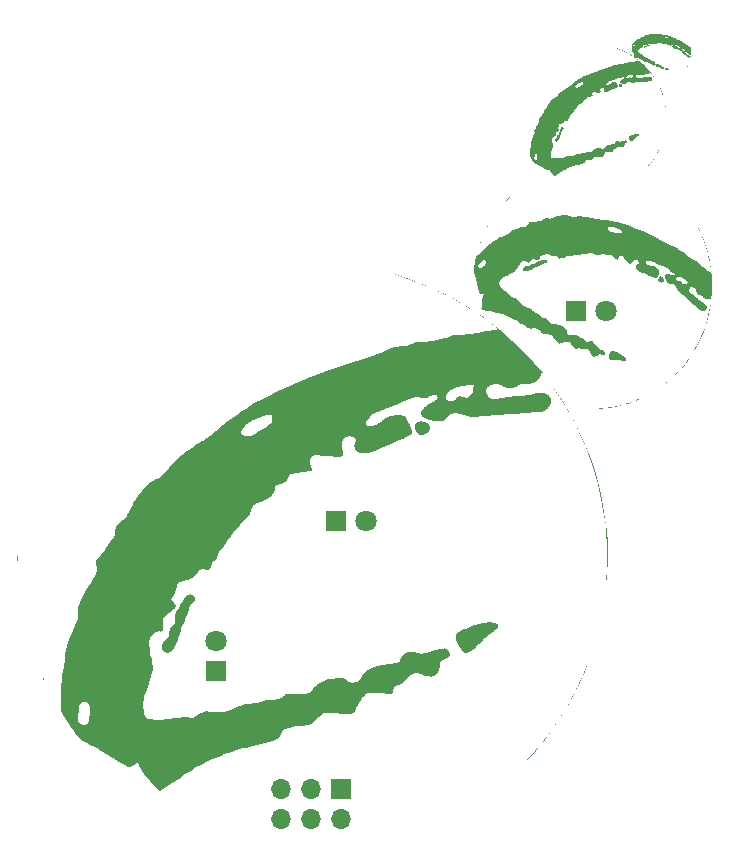
<source format=gbr>
%TF.GenerationSoftware,KiCad,Pcbnew,(6.0.9)*%
%TF.CreationDate,2023-05-26T18:18:51-07:00*%
%TF.ProjectId,DC31_Cnet_Badge_SAO,44433331-5f43-46e6-9574-5f4261646765,rev?*%
%TF.SameCoordinates,Original*%
%TF.FileFunction,Soldermask,Top*%
%TF.FilePolarity,Negative*%
%FSLAX46Y46*%
G04 Gerber Fmt 4.6, Leading zero omitted, Abs format (unit mm)*
G04 Created by KiCad (PCBNEW (6.0.9)) date 2023-05-26 18:18:51*
%MOMM*%
%LPD*%
G01*
G04 APERTURE LIST*
%ADD10C,0.000000*%
%ADD11R,1.800000X1.800000*%
%ADD12C,1.800000*%
%ADD13R,1.700000X1.700000*%
%ADD14O,1.700000X1.700000*%
G04 APERTURE END LIST*
D10*
G36*
X157042394Y-96014450D02*
G01*
X157042395Y-96014450D01*
X157042395Y-96014452D01*
X157042396Y-96014452D01*
X157042397Y-96014455D01*
X157042398Y-96014455D01*
X157042398Y-96014456D01*
X157042399Y-96014456D01*
X157042399Y-96014457D01*
X157042400Y-96014458D01*
X157042711Y-96014917D01*
X157042398Y-96014456D01*
X157042397Y-96014455D01*
X157042395Y-96014452D01*
X157042394Y-96014450D01*
X157042393Y-96014449D01*
X157042394Y-96014449D01*
X157042394Y-96014450D01*
G37*
G36*
X156628332Y-80636637D02*
G01*
X156636495Y-80649008D01*
X156644600Y-80661520D01*
X156636521Y-80649101D01*
X156628376Y-80636734D01*
X156625605Y-80632577D01*
X156628332Y-80636637D01*
G37*
G36*
X143066111Y-90313243D02*
G01*
X143086401Y-90358605D01*
X143107055Y-90403800D01*
X143128071Y-90448825D01*
X143125377Y-90443322D01*
X143122264Y-90437166D01*
X143115416Y-90423891D01*
X143108796Y-90411002D01*
X143105970Y-90405327D01*
X143103676Y-90400499D01*
X143088848Y-90367312D01*
X143074525Y-90334115D01*
X143047202Y-90270043D01*
X143066111Y-90313243D01*
G37*
G36*
X156046777Y-80005288D02*
G01*
X156047015Y-80005336D01*
X156047228Y-80005386D01*
X156047418Y-80005436D01*
X156047586Y-80005488D01*
X156047735Y-80005540D01*
X156047865Y-80005592D01*
X156047979Y-80005643D01*
X156048079Y-80005693D01*
X156048167Y-80005742D01*
X156048312Y-80005834D01*
X156048428Y-80005916D01*
X156048531Y-80005983D01*
X156046513Y-80005241D01*
X156046777Y-80005288D01*
G37*
G36*
X142537630Y-87709820D02*
G01*
X142537254Y-87782182D01*
X142537523Y-87854301D01*
X142538414Y-87931924D01*
X142535417Y-87893474D01*
X142532658Y-87855003D01*
X142530136Y-87816514D01*
X142527851Y-87778008D01*
X142530260Y-87741354D01*
X142532885Y-87704707D01*
X142535726Y-87668075D01*
X142538658Y-87632934D01*
X142537630Y-87709820D01*
G37*
G36*
X155975516Y-81907812D02*
G01*
X155977811Y-81907980D01*
X155980127Y-81908270D01*
X155982460Y-81908680D01*
X155984806Y-81909211D01*
X155987162Y-81909862D01*
X155989524Y-81910633D01*
X155991889Y-81911522D01*
X155994254Y-81912530D01*
X155996614Y-81913656D01*
X155998967Y-81914898D01*
X156001307Y-81916258D01*
X156003634Y-81917734D01*
X156005941Y-81919325D01*
X156008227Y-81921031D01*
X156010487Y-81922852D01*
X156012718Y-81924787D01*
X156014916Y-81926836D01*
X156017078Y-81928997D01*
X156017079Y-81928997D01*
X156017080Y-81928998D01*
X156017082Y-81928998D01*
X156017082Y-81928999D01*
X156017084Y-81928999D01*
X156017084Y-81929000D01*
X156017085Y-81929000D01*
X156017088Y-81929003D01*
X156017088Y-81929004D01*
X156017089Y-81929004D01*
X156017090Y-81929005D01*
X156019983Y-81932095D01*
X156022723Y-81935218D01*
X156025310Y-81938369D01*
X156027744Y-81941545D01*
X156030023Y-81944741D01*
X156032148Y-81947954D01*
X156034117Y-81951180D01*
X156035931Y-81954415D01*
X156037588Y-81957655D01*
X156039089Y-81960896D01*
X156040432Y-81964135D01*
X156041618Y-81967367D01*
X156042645Y-81970589D01*
X156043513Y-81973797D01*
X156044222Y-81976987D01*
X156044771Y-81980155D01*
X156045159Y-81983297D01*
X156045387Y-81986410D01*
X156045453Y-81989489D01*
X156045357Y-81992531D01*
X156045098Y-81995532D01*
X156044676Y-81998488D01*
X156044091Y-82001395D01*
X156043342Y-82004250D01*
X156042428Y-82007047D01*
X156041349Y-82009785D01*
X156040104Y-82012458D01*
X156038693Y-82015062D01*
X156037115Y-82017595D01*
X156035370Y-82020052D01*
X156033457Y-82022429D01*
X156031376Y-82024723D01*
X156028842Y-82027133D01*
X156026130Y-82029309D01*
X156023253Y-82031253D01*
X156020223Y-82032968D01*
X156017053Y-82034457D01*
X156013756Y-82035724D01*
X156010346Y-82036771D01*
X156006834Y-82037601D01*
X156003234Y-82038217D01*
X155999558Y-82038623D01*
X155995820Y-82038821D01*
X155992032Y-82038813D01*
X155988207Y-82038604D01*
X155984358Y-82038196D01*
X155980498Y-82037592D01*
X155976639Y-82036794D01*
X155972794Y-82035807D01*
X155968977Y-82034633D01*
X155965200Y-82033274D01*
X155961476Y-82031735D01*
X155957817Y-82030017D01*
X155954237Y-82028124D01*
X155950749Y-82026058D01*
X155947365Y-82023824D01*
X155944098Y-82021423D01*
X155940961Y-82018859D01*
X155937966Y-82016134D01*
X155935128Y-82013252D01*
X155932458Y-82010216D01*
X155929969Y-82007028D01*
X155927674Y-82003692D01*
X155925587Y-82000210D01*
X155925066Y-81999033D01*
X155924668Y-81997602D01*
X155924221Y-81994043D01*
X155924209Y-81989665D01*
X155924597Y-81984601D01*
X155925350Y-81978984D01*
X155926432Y-81972945D01*
X155927807Y-81966618D01*
X155929440Y-81960134D01*
X155931295Y-81953626D01*
X155933337Y-81947227D01*
X155935531Y-81941069D01*
X155937840Y-81935285D01*
X155940229Y-81930006D01*
X155942662Y-81925366D01*
X155945105Y-81921497D01*
X155946319Y-81919893D01*
X155947521Y-81918531D01*
X155949157Y-81916940D01*
X155950863Y-81915478D01*
X155952636Y-81914145D01*
X155954471Y-81912939D01*
X155956367Y-81911862D01*
X155958318Y-81910911D01*
X155960321Y-81910087D01*
X155962374Y-81909388D01*
X155964471Y-81908815D01*
X155966611Y-81908367D01*
X155968789Y-81908043D01*
X155971001Y-81907843D01*
X155973245Y-81907766D01*
X155975516Y-81907812D01*
G37*
G36*
X153983948Y-79543806D02*
G01*
X153986839Y-79543088D01*
X153989777Y-79542379D01*
X153992753Y-79541709D01*
X153994253Y-79541398D01*
X153995758Y-79541107D01*
X153983948Y-79543806D01*
G37*
G36*
X100063238Y-124751245D02*
G01*
X100062676Y-125041709D01*
X100064753Y-125331221D01*
X100069244Y-125642859D01*
X100056700Y-125488470D01*
X100045110Y-125333981D01*
X100034477Y-125179420D01*
X100024803Y-125024818D01*
X100033966Y-124877726D01*
X100043999Y-124730664D01*
X100054898Y-124583662D01*
X100066663Y-124436750D01*
X100063238Y-124751245D01*
G37*
G36*
X154960648Y-83487696D02*
G01*
X154971754Y-83489946D01*
X154984498Y-83493429D01*
X154998644Y-83498039D01*
X155013956Y-83503670D01*
X155030199Y-83510216D01*
X155047135Y-83517571D01*
X155064529Y-83525629D01*
X155082145Y-83534285D01*
X155099747Y-83543431D01*
X155117100Y-83552963D01*
X155133966Y-83562773D01*
X155150109Y-83572757D01*
X155165295Y-83582809D01*
X155179287Y-83592821D01*
X155184157Y-83596525D01*
X155188886Y-83600279D01*
X155193471Y-83604077D01*
X155197914Y-83607912D01*
X155202212Y-83611777D01*
X155206366Y-83615663D01*
X155210375Y-83619565D01*
X155214237Y-83623474D01*
X155214233Y-83623499D01*
X155219505Y-83629357D01*
X155224440Y-83635185D01*
X155229019Y-83640957D01*
X155233219Y-83646646D01*
X155237019Y-83652226D01*
X155240397Y-83657670D01*
X155243332Y-83662953D01*
X155245801Y-83668048D01*
X155246855Y-83670516D01*
X155247784Y-83672928D01*
X155248586Y-83675280D01*
X155249258Y-83677568D01*
X155249798Y-83679790D01*
X155250203Y-83681941D01*
X155250469Y-83684020D01*
X155250595Y-83686021D01*
X155250578Y-83687943D01*
X155250414Y-83689782D01*
X155250102Y-83691534D01*
X155249639Y-83693197D01*
X155249021Y-83694767D01*
X155248246Y-83696240D01*
X155247312Y-83697614D01*
X155246216Y-83698885D01*
X155244240Y-83700336D01*
X155241370Y-83701558D01*
X155237665Y-83702553D01*
X155233188Y-83703324D01*
X155227998Y-83703871D01*
X155222155Y-83704198D01*
X155215721Y-83704305D01*
X155208755Y-83704194D01*
X155193472Y-83703328D01*
X155176791Y-83701615D01*
X155159196Y-83699070D01*
X155141170Y-83695707D01*
X155132230Y-83694132D01*
X155121860Y-83692807D01*
X155110432Y-83691753D01*
X155098318Y-83690987D01*
X155085888Y-83690531D01*
X155073514Y-83690402D01*
X155061568Y-83690620D01*
X155050419Y-83691204D01*
X155039040Y-83691800D01*
X155026427Y-83692065D01*
X155012999Y-83692014D01*
X154999174Y-83691661D01*
X154985370Y-83691023D01*
X154972006Y-83690113D01*
X154959499Y-83688948D01*
X154948269Y-83687542D01*
X154937686Y-83685911D01*
X154928108Y-83684226D01*
X154919494Y-83682455D01*
X154915536Y-83681527D01*
X154911803Y-83680566D01*
X154908291Y-83679568D01*
X154904994Y-83678528D01*
X154901907Y-83677444D01*
X154899026Y-83676310D01*
X154896345Y-83675123D01*
X154893858Y-83673878D01*
X154891562Y-83672573D01*
X154889450Y-83671203D01*
X154887518Y-83669764D01*
X154885760Y-83668251D01*
X154884172Y-83666662D01*
X154882748Y-83664993D01*
X154881483Y-83663238D01*
X154880372Y-83661394D01*
X154879411Y-83659458D01*
X154878593Y-83657425D01*
X154877913Y-83655292D01*
X154877368Y-83653054D01*
X154876951Y-83650707D01*
X154876657Y-83648248D01*
X154876481Y-83645672D01*
X154876419Y-83642976D01*
X154876465Y-83640156D01*
X154876614Y-83637207D01*
X154876980Y-83632192D01*
X154877800Y-83625749D01*
X154879019Y-83618145D01*
X154880580Y-83609647D01*
X154882428Y-83600523D01*
X154884506Y-83591040D01*
X154886758Y-83581465D01*
X154889130Y-83572065D01*
X154891752Y-83562625D01*
X154894482Y-83553745D01*
X154897321Y-83545423D01*
X154900269Y-83537658D01*
X154903326Y-83530449D01*
X154904895Y-83527052D01*
X154906492Y-83523793D01*
X154908117Y-83520672D01*
X154909769Y-83517689D01*
X154911449Y-83514843D01*
X154913157Y-83512135D01*
X154914892Y-83509564D01*
X154916656Y-83507130D01*
X154918447Y-83504833D01*
X154920266Y-83502672D01*
X154922113Y-83500647D01*
X154923988Y-83498759D01*
X154925891Y-83497007D01*
X154927823Y-83495390D01*
X154929782Y-83493909D01*
X154931770Y-83492563D01*
X154933786Y-83491352D01*
X154935831Y-83490277D01*
X154937904Y-83489335D01*
X154940005Y-83488529D01*
X154942135Y-83487856D01*
X154944294Y-83487318D01*
X154947576Y-83486864D01*
X154951416Y-83486784D01*
X154960648Y-83487696D01*
G37*
G36*
X155079575Y-84662225D02*
G01*
X155019276Y-84675396D01*
X154958677Y-84687048D01*
X154897804Y-84697174D01*
X154836685Y-84705768D01*
X154775345Y-84712823D01*
X154713813Y-84718333D01*
X154652114Y-84722292D01*
X154590275Y-84724694D01*
X154608528Y-84723954D01*
X154711649Y-84717366D01*
X154810812Y-84707747D01*
X154906698Y-84694965D01*
X154999985Y-84678891D01*
X155089665Y-84659754D01*
X155079575Y-84662225D01*
G37*
G36*
X101042522Y-117998460D02*
G01*
X101006707Y-118125330D01*
X101042505Y-117998505D01*
X101060550Y-117935076D01*
X101079004Y-117871777D01*
X101042522Y-117998460D01*
G37*
G36*
X129764241Y-100483184D02*
G01*
X129904521Y-100509572D01*
X130045193Y-100537435D01*
X129905270Y-100510143D01*
X129765168Y-100483646D01*
X129691497Y-100470147D01*
X129764241Y-100483184D01*
G37*
G36*
X156695716Y-80745455D02*
G01*
X156702809Y-80757404D01*
X156709797Y-80769512D01*
X156702781Y-80757492D01*
X156695704Y-80745516D01*
X156690688Y-80737129D01*
X156695716Y-80745455D01*
G37*
G36*
X101044640Y-132024268D02*
G01*
X101007636Y-131893248D01*
X100968933Y-131753099D01*
X101044640Y-132024268D01*
G37*
G36*
X154123436Y-90847972D02*
G01*
X154115231Y-90861811D01*
X154125969Y-90843508D01*
X154123436Y-90847972D01*
G37*
G36*
X100334340Y-128833857D02*
G01*
X100314994Y-128705837D01*
X100297272Y-128583652D01*
X100334340Y-128833857D01*
G37*
G36*
X154495426Y-101170274D02*
G01*
X154504613Y-101170943D01*
X154513881Y-101172096D01*
X154523218Y-101173730D01*
X154532608Y-101175844D01*
X154542038Y-101178435D01*
X154551494Y-101181501D01*
X154560960Y-101185041D01*
X154570424Y-101189051D01*
X154579870Y-101193530D01*
X154589285Y-101198476D01*
X154598654Y-101203886D01*
X154607964Y-101209758D01*
X154617200Y-101216091D01*
X154626347Y-101222882D01*
X154635392Y-101230128D01*
X154644320Y-101237829D01*
X154653117Y-101245981D01*
X154661770Y-101254583D01*
X154661766Y-101254583D01*
X154673341Y-101266881D01*
X154684307Y-101279307D01*
X154694661Y-101291847D01*
X154704402Y-101304483D01*
X154713528Y-101317202D01*
X154722035Y-101329988D01*
X154729921Y-101342824D01*
X154737186Y-101355697D01*
X154743825Y-101368590D01*
X154749837Y-101381489D01*
X154755220Y-101394377D01*
X154759971Y-101407240D01*
X154764088Y-101420062D01*
X154767568Y-101432828D01*
X154770411Y-101445522D01*
X154772612Y-101458129D01*
X154774170Y-101470634D01*
X154775084Y-101483021D01*
X154775349Y-101495275D01*
X154774965Y-101507381D01*
X154773928Y-101519323D01*
X154772237Y-101531085D01*
X154769890Y-101542653D01*
X154766883Y-101554011D01*
X154763216Y-101565144D01*
X154758885Y-101576037D01*
X154753888Y-101586673D01*
X154748223Y-101597037D01*
X154741888Y-101607116D01*
X154734880Y-101616891D01*
X154727197Y-101626350D01*
X154718838Y-101635475D01*
X154708693Y-101645065D01*
X154697835Y-101653721D01*
X154686314Y-101661455D01*
X154674182Y-101668279D01*
X154661491Y-101674205D01*
X154648291Y-101679245D01*
X154634635Y-101683411D01*
X154620573Y-101686714D01*
X154606158Y-101689166D01*
X154591441Y-101690779D01*
X154576473Y-101691565D01*
X154561306Y-101691536D01*
X154545992Y-101690703D01*
X154530581Y-101689079D01*
X154515126Y-101686674D01*
X154499677Y-101683502D01*
X154484287Y-101679573D01*
X154469007Y-101674900D01*
X154453887Y-101669494D01*
X154438981Y-101663367D01*
X154424339Y-101656531D01*
X154410013Y-101648998D01*
X154396054Y-101640780D01*
X154382514Y-101631888D01*
X154369444Y-101622335D01*
X154356896Y-101612131D01*
X154344921Y-101601289D01*
X154333571Y-101589821D01*
X154322897Y-101577739D01*
X154312951Y-101565053D01*
X154303784Y-101551777D01*
X154295448Y-101537922D01*
X154293377Y-101533239D01*
X154291795Y-101527545D01*
X154290028Y-101513382D01*
X154290006Y-101495961D01*
X154291584Y-101475810D01*
X154294620Y-101453455D01*
X154298971Y-101429423D01*
X154304495Y-101404243D01*
X154311048Y-101378441D01*
X154318488Y-101352544D01*
X154326672Y-101327080D01*
X154335457Y-101302576D01*
X154344700Y-101279559D01*
X154354258Y-101258556D01*
X154363989Y-101240094D01*
X154373749Y-101224701D01*
X154378596Y-101218321D01*
X154383396Y-101212905D01*
X154389941Y-101206576D01*
X154396767Y-101200761D01*
X154403860Y-101195458D01*
X154411205Y-101190664D01*
X154418789Y-101186377D01*
X154426597Y-101182596D01*
X154434615Y-101179317D01*
X154442828Y-101176540D01*
X154451223Y-101174261D01*
X154459786Y-101172479D01*
X154468502Y-101171192D01*
X154477356Y-101170396D01*
X154486336Y-101170091D01*
X154495426Y-101170274D01*
G37*
G36*
X151317366Y-112027839D02*
G01*
X151309452Y-112029852D01*
X151322034Y-112026454D01*
X151317366Y-112027839D01*
G37*
G36*
X155271052Y-84609606D02*
G01*
X155268135Y-84610477D01*
X155276644Y-84607701D01*
X155271052Y-84609606D01*
G37*
G36*
X144711109Y-99741651D02*
G01*
X144721014Y-99742745D01*
X144730755Y-99744250D01*
X144740321Y-99746157D01*
X144749705Y-99748458D01*
X144758897Y-99751144D01*
X144767888Y-99754205D01*
X144776669Y-99757632D01*
X144785231Y-99761417D01*
X144793565Y-99765550D01*
X144801661Y-99770022D01*
X144809510Y-99774825D01*
X144817104Y-99779950D01*
X144824433Y-99785386D01*
X144831489Y-99791127D01*
X144838261Y-99797161D01*
X144844742Y-99803481D01*
X144844746Y-99803481D01*
X144850913Y-99810071D01*
X144856765Y-99816923D01*
X144862292Y-99824028D01*
X144867488Y-99831378D01*
X144872347Y-99838963D01*
X144876859Y-99846775D01*
X144881019Y-99854804D01*
X144884819Y-99863042D01*
X144888251Y-99871480D01*
X144891309Y-99880108D01*
X144893985Y-99888918D01*
X144896271Y-99897901D01*
X144898162Y-99907047D01*
X144899649Y-99916348D01*
X144900725Y-99925796D01*
X144901382Y-99935380D01*
X144901586Y-99945149D01*
X144901458Y-99954566D01*
X144900999Y-99963629D01*
X144900210Y-99972339D01*
X144899090Y-99980696D01*
X144897639Y-99988700D01*
X144895859Y-99996349D01*
X144893748Y-100003645D01*
X144891306Y-100010587D01*
X144888535Y-100017176D01*
X144885434Y-100023410D01*
X144882003Y-100029290D01*
X144878243Y-100034815D01*
X144874153Y-100039986D01*
X144869734Y-100044803D01*
X144864985Y-100049265D01*
X144859908Y-100053372D01*
X144854501Y-100057124D01*
X144848766Y-100060521D01*
X144842701Y-100063563D01*
X144836308Y-100066250D01*
X144829587Y-100068581D01*
X144822537Y-100070556D01*
X144815159Y-100072176D01*
X144807453Y-100073440D01*
X144799419Y-100074349D01*
X144791056Y-100074901D01*
X144782366Y-100075097D01*
X144773349Y-100074937D01*
X144764004Y-100074420D01*
X144744331Y-100072317D01*
X144722200Y-100069754D01*
X144700398Y-100068246D01*
X144678919Y-100067796D01*
X144657754Y-100068405D01*
X144636895Y-100070076D01*
X144616334Y-100072811D01*
X144596063Y-100076613D01*
X144576074Y-100081483D01*
X144556359Y-100087424D01*
X144536910Y-100094438D01*
X144517718Y-100102528D01*
X144498777Y-100111694D01*
X144480077Y-100121941D01*
X144461610Y-100133269D01*
X144443370Y-100145682D01*
X144425346Y-100159181D01*
X144416812Y-100165623D01*
X144407659Y-100172070D01*
X144397969Y-100178479D01*
X144387829Y-100184809D01*
X144377322Y-100191018D01*
X144366532Y-100197066D01*
X144355544Y-100202910D01*
X144344442Y-100208508D01*
X144333310Y-100213820D01*
X144322233Y-100218804D01*
X144311294Y-100223417D01*
X144300579Y-100227619D01*
X144290171Y-100231368D01*
X144280155Y-100234622D01*
X144270615Y-100237340D01*
X144261635Y-100239480D01*
X144252643Y-100241592D01*
X144243075Y-100244227D01*
X144233015Y-100247347D01*
X144222548Y-100250913D01*
X144211758Y-100254888D01*
X144200732Y-100259233D01*
X144189554Y-100263909D01*
X144178309Y-100268878D01*
X144167081Y-100274102D01*
X144155956Y-100279543D01*
X144145019Y-100285162D01*
X144134355Y-100290921D01*
X144124049Y-100296781D01*
X144114186Y-100302705D01*
X144104850Y-100308654D01*
X144096127Y-100314589D01*
X144087530Y-100320449D01*
X144078565Y-100326174D01*
X144069302Y-100331735D01*
X144059814Y-100337099D01*
X144050174Y-100342237D01*
X144040453Y-100347116D01*
X144030725Y-100351706D01*
X144021062Y-100355976D01*
X144011537Y-100359895D01*
X144002221Y-100363432D01*
X143993187Y-100366555D01*
X143984507Y-100369235D01*
X143976255Y-100371439D01*
X143968502Y-100373137D01*
X143961321Y-100374298D01*
X143954784Y-100374891D01*
X143937918Y-100375965D01*
X143921801Y-100377530D01*
X143906386Y-100379606D01*
X143891623Y-100382215D01*
X143877464Y-100385378D01*
X143863858Y-100389116D01*
X143850758Y-100393450D01*
X143838113Y-100398403D01*
X143825876Y-100403994D01*
X143813996Y-100410246D01*
X143802425Y-100417180D01*
X143791114Y-100424817D01*
X143780014Y-100433179D01*
X143769075Y-100442286D01*
X143758249Y-100452160D01*
X143747486Y-100462823D01*
X143741443Y-100468605D01*
X143734182Y-100474801D01*
X143725799Y-100481354D01*
X143716391Y-100488206D01*
X143694886Y-100502584D01*
X143670439Y-100517481D01*
X143643823Y-100532445D01*
X143615811Y-100547021D01*
X143587174Y-100560756D01*
X143558685Y-100573197D01*
X143498598Y-100598506D01*
X143435924Y-100625684D01*
X143378091Y-100651464D01*
X143332531Y-100672579D01*
X143309557Y-100683205D01*
X143286777Y-100692996D01*
X143264217Y-100701956D01*
X143241906Y-100710088D01*
X143219871Y-100717395D01*
X143198138Y-100723880D01*
X143176736Y-100729547D01*
X143155691Y-100734397D01*
X143135031Y-100738436D01*
X143114783Y-100741665D01*
X143094974Y-100744087D01*
X143075633Y-100745707D01*
X143056786Y-100746527D01*
X143038460Y-100746549D01*
X143020682Y-100745779D01*
X143003481Y-100744217D01*
X142986884Y-100741868D01*
X142970917Y-100738735D01*
X142955608Y-100734820D01*
X142940985Y-100730127D01*
X142927074Y-100724659D01*
X142913903Y-100718420D01*
X142901500Y-100711412D01*
X142889891Y-100703638D01*
X142879104Y-100695101D01*
X142869167Y-100685806D01*
X142860106Y-100675754D01*
X142851949Y-100664949D01*
X142844723Y-100653393D01*
X142838456Y-100641092D01*
X142833175Y-100628046D01*
X142828907Y-100614260D01*
X142826151Y-100602416D01*
X142824134Y-100590532D01*
X142822839Y-100578631D01*
X142822252Y-100566735D01*
X142822356Y-100554868D01*
X142823134Y-100543053D01*
X142824571Y-100531314D01*
X142826650Y-100519673D01*
X142829355Y-100508154D01*
X142832669Y-100496780D01*
X142836578Y-100485574D01*
X142841064Y-100474559D01*
X142846112Y-100463759D01*
X142851704Y-100453196D01*
X142857826Y-100442894D01*
X142864461Y-100432877D01*
X142871592Y-100423166D01*
X142879204Y-100413786D01*
X142887281Y-100404760D01*
X142895805Y-100396111D01*
X142904762Y-100387862D01*
X142914134Y-100380036D01*
X142923907Y-100372656D01*
X142934062Y-100365746D01*
X142944586Y-100359329D01*
X142955460Y-100353428D01*
X142966669Y-100348066D01*
X142978198Y-100343266D01*
X142990029Y-100339053D01*
X143002146Y-100335447D01*
X143014534Y-100332474D01*
X143027176Y-100330157D01*
X143045813Y-100327713D01*
X143067657Y-100325621D01*
X143091911Y-100323913D01*
X143117777Y-100322620D01*
X143144460Y-100321772D01*
X143171163Y-100321402D01*
X143197088Y-100321541D01*
X143221439Y-100322219D01*
X143240135Y-100322905D01*
X143256887Y-100323282D01*
X143271917Y-100323264D01*
X143285449Y-100322762D01*
X143291723Y-100322303D01*
X143297706Y-100321690D01*
X143303425Y-100320912D01*
X143308909Y-100319960D01*
X143314186Y-100318820D01*
X143319283Y-100317484D01*
X143324228Y-100315939D01*
X143329049Y-100314176D01*
X143333773Y-100312182D01*
X143338430Y-100309948D01*
X143343046Y-100307462D01*
X143347649Y-100304713D01*
X143352267Y-100301690D01*
X143356928Y-100298383D01*
X143361661Y-100294781D01*
X143366492Y-100290872D01*
X143376561Y-100282091D01*
X143387359Y-100271954D01*
X143399109Y-100260374D01*
X143412033Y-100247262D01*
X143429711Y-100229681D01*
X143446771Y-100213822D01*
X143463326Y-100199643D01*
X143479489Y-100187105D01*
X143495372Y-100176166D01*
X143511090Y-100166787D01*
X143526755Y-100158928D01*
X143542480Y-100152546D01*
X143550400Y-100149897D01*
X143558377Y-100147603D01*
X143566426Y-100145658D01*
X143574560Y-100144057D01*
X143591142Y-100141868D01*
X143608236Y-100140996D01*
X143625954Y-100141400D01*
X143644410Y-100143040D01*
X143663717Y-100145875D01*
X143683987Y-100149865D01*
X143770016Y-100168797D01*
X143865070Y-100055674D01*
X143894935Y-100020708D01*
X143907997Y-100006060D01*
X143920139Y-99993079D01*
X143931604Y-99981598D01*
X143942635Y-99971448D01*
X143953477Y-99962463D01*
X143964374Y-99954476D01*
X143975568Y-99947317D01*
X143987305Y-99940821D01*
X143999828Y-99934820D01*
X144013381Y-99929145D01*
X144028208Y-99923631D01*
X144044553Y-99918109D01*
X144062659Y-99912411D01*
X144082771Y-99906372D01*
X144232009Y-99860901D01*
X144418674Y-99802409D01*
X144463150Y-99788930D01*
X144507761Y-99776636D01*
X144551307Y-99765775D01*
X144592591Y-99756595D01*
X144630412Y-99749344D01*
X144647649Y-99746520D01*
X144663571Y-99744271D01*
X144678028Y-99742629D01*
X144690870Y-99741624D01*
X144701947Y-99741288D01*
X144711109Y-99741651D01*
G37*
G36*
X102221061Y-135208782D02*
G01*
X102303155Y-135391168D01*
X102386705Y-135572891D01*
X102471696Y-135753918D01*
X102460787Y-135731788D01*
X102448188Y-135707027D01*
X102420482Y-135653640D01*
X102393704Y-135601809D01*
X102382265Y-135578993D01*
X102372982Y-135559586D01*
X102312999Y-135426158D01*
X102255042Y-135292704D01*
X102140438Y-135025768D01*
X102221061Y-135208782D01*
G37*
G36*
X156620164Y-80624416D02*
G01*
X156625605Y-80632577D01*
X156611881Y-80612144D01*
X156611881Y-80612143D01*
X156620164Y-80624416D01*
G37*
G36*
X153014180Y-80003572D02*
G01*
X152999969Y-80014210D01*
X153003480Y-80011490D01*
X153007023Y-80008821D01*
X153014173Y-80003575D01*
X153014436Y-80003384D01*
X153014180Y-80003572D01*
G37*
G36*
X142685925Y-93561521D02*
G01*
X142671629Y-93572018D01*
X142642918Y-93592800D01*
X142642417Y-93593166D01*
X142642874Y-93592826D01*
X142700138Y-93550876D01*
X142685925Y-93561521D01*
G37*
G36*
X146703531Y-137354229D02*
G01*
X146623494Y-137491192D01*
X146819035Y-137145055D01*
X146703531Y-137354229D01*
G37*
G36*
X157108297Y-96111909D02*
G01*
X157140977Y-96161146D01*
X157173344Y-96210936D01*
X157141011Y-96161518D01*
X157108413Y-96112308D01*
X157090167Y-96085098D01*
X157108297Y-96111909D01*
G37*
G36*
X150257693Y-81702465D02*
G01*
X150290102Y-81710013D01*
X150322578Y-81718029D01*
X150290221Y-81710189D01*
X150257827Y-81702523D01*
X150249221Y-81700536D01*
X150257693Y-81702465D01*
G37*
G36*
X157075543Y-96063289D02*
G01*
X157090167Y-96085098D01*
X157042711Y-96014917D01*
X157075543Y-96063289D01*
G37*
G36*
X138606491Y-101114493D02*
G01*
X138598564Y-101232805D01*
X138591339Y-101352570D01*
X138585003Y-101469879D01*
X138590569Y-101352674D01*
X138597415Y-101235540D01*
X138605538Y-101118491D01*
X138614937Y-101001546D01*
X138606491Y-101114493D01*
G37*
G36*
X141620341Y-94506834D02*
G01*
X141536824Y-94592475D01*
X141454343Y-94678611D01*
X141366215Y-94771990D01*
X141406919Y-94722676D01*
X141447921Y-94673619D01*
X141489222Y-94624821D01*
X141530823Y-94576281D01*
X141575664Y-94535536D01*
X141620739Y-94495062D01*
X141666046Y-94454863D01*
X141711523Y-94414992D01*
X141620341Y-94506834D01*
G37*
G36*
X144001221Y-91799066D02*
G01*
X144047489Y-91852224D01*
X144094693Y-91905670D01*
X144141232Y-91957719D01*
X144094407Y-91906041D01*
X144048174Y-91853841D01*
X144002535Y-91801122D01*
X143957489Y-91747882D01*
X144001221Y-91799066D01*
G37*
G36*
X153301514Y-79811417D02*
G01*
X153313126Y-79804655D01*
X153324776Y-79797958D01*
X153301514Y-79811417D01*
G37*
G36*
X155375628Y-84573783D02*
G01*
X155360762Y-84579047D01*
X155360741Y-84579055D01*
X155360721Y-84579062D01*
X155317232Y-84594462D01*
X155276644Y-84607701D01*
X155360721Y-84579062D01*
X155360762Y-84579047D01*
X155384908Y-84570188D01*
X155395758Y-84566083D01*
X155375628Y-84573783D01*
G37*
G36*
X139812969Y-96948705D02*
G01*
X139784465Y-97001870D01*
X139756252Y-97055221D01*
X139784330Y-97001717D01*
X139812994Y-96948639D01*
X139814426Y-96946024D01*
X139812969Y-96948705D01*
G37*
G36*
X146396855Y-137879028D02*
G01*
X146077559Y-138396142D01*
X145745788Y-138905341D01*
X145401687Y-139406398D01*
X145045400Y-139899084D01*
X144677072Y-140383170D01*
X144296850Y-140858427D01*
X143904876Y-141324627D01*
X143501297Y-141781542D01*
X143086258Y-142228943D01*
X143207180Y-142096138D01*
X143881888Y-141332685D01*
X144508593Y-140576401D01*
X144805150Y-140199192D01*
X145091151Y-139821670D01*
X145367080Y-139443133D01*
X145633418Y-139062879D01*
X145890646Y-138680205D01*
X146139248Y-138294411D01*
X146379705Y-137904795D01*
X146576853Y-137571006D01*
X146396855Y-137879028D01*
G37*
G36*
X142787505Y-86026645D02*
G01*
X142778461Y-86058299D01*
X142787489Y-86026645D01*
X142792048Y-86010823D01*
X142796715Y-85995036D01*
X142787505Y-86026645D01*
G37*
G36*
X144122504Y-91740476D02*
G01*
X144096371Y-91727690D01*
X144073463Y-91717024D01*
X144049160Y-91705354D01*
X144024203Y-91693059D01*
X143999333Y-91680519D01*
X143975291Y-91668114D01*
X143952819Y-91656223D01*
X143932659Y-91645226D01*
X143915550Y-91635503D01*
X143909105Y-91631783D01*
X143902988Y-91628338D01*
X143897198Y-91625162D01*
X143891736Y-91622249D01*
X143886600Y-91619594D01*
X143881790Y-91617192D01*
X143877306Y-91615037D01*
X143873147Y-91613123D01*
X143869313Y-91611446D01*
X143865804Y-91610000D01*
X143862619Y-91608778D01*
X143859758Y-91607777D01*
X143857220Y-91606990D01*
X143855006Y-91606412D01*
X143853113Y-91606038D01*
X143851543Y-91605862D01*
X143804368Y-91545428D01*
X147972878Y-91545428D01*
X147987185Y-91544440D01*
X147988508Y-91544357D01*
X147993561Y-91544000D01*
X147987185Y-91544440D01*
X147983424Y-91544675D01*
X147978237Y-91545012D01*
X147972878Y-91545428D01*
X143804368Y-91545428D01*
X143794469Y-91532748D01*
X143738509Y-91458794D01*
X143683672Y-91384012D01*
X143629966Y-91308416D01*
X143577401Y-91232019D01*
X143564407Y-91212511D01*
X143789444Y-91212511D01*
X143834873Y-91252397D01*
X143844281Y-91260287D01*
X143853494Y-91267266D01*
X143862541Y-91273336D01*
X143871452Y-91278503D01*
X143875866Y-91280749D01*
X143880257Y-91282770D01*
X143884629Y-91284568D01*
X143888986Y-91286142D01*
X143893331Y-91287494D01*
X143897668Y-91288624D01*
X143902000Y-91289532D01*
X143906332Y-91290220D01*
X143910668Y-91290686D01*
X143915010Y-91290933D01*
X143919363Y-91290960D01*
X143923730Y-91290769D01*
X143928115Y-91290359D01*
X143932522Y-91289731D01*
X143936955Y-91288886D01*
X143941416Y-91287824D01*
X143945911Y-91286546D01*
X143950442Y-91285052D01*
X143959630Y-91281421D01*
X143969008Y-91276933D01*
X143978607Y-91271593D01*
X143984266Y-91268100D01*
X143989342Y-91264574D01*
X143993901Y-91260827D01*
X143998007Y-91256667D01*
X144001727Y-91251906D01*
X144005125Y-91246353D01*
X144008267Y-91239817D01*
X144011219Y-91232109D01*
X144014047Y-91223039D01*
X144016814Y-91212417D01*
X144019588Y-91200053D01*
X144022433Y-91185756D01*
X144028599Y-91150605D01*
X144035835Y-91105445D01*
X144040283Y-91076033D01*
X144044003Y-91049005D01*
X144046982Y-91024214D01*
X144049208Y-91001513D01*
X144050666Y-90980756D01*
X144051344Y-90961795D01*
X144051228Y-90944484D01*
X144050869Y-90936400D01*
X144050306Y-90928674D01*
X144049538Y-90921287D01*
X144048564Y-90914220D01*
X144047382Y-90907456D01*
X144045989Y-90900975D01*
X144044385Y-90894760D01*
X144042568Y-90888791D01*
X144040537Y-90883051D01*
X144038288Y-90877521D01*
X144035822Y-90872184D01*
X144033136Y-90867019D01*
X144030229Y-90862010D01*
X144027098Y-90857138D01*
X144023743Y-90852384D01*
X144020162Y-90847729D01*
X144016353Y-90843157D01*
X144012314Y-90838648D01*
X144008666Y-90834933D01*
X144004816Y-90831434D01*
X144000775Y-90828154D01*
X143996554Y-90825093D01*
X143992166Y-90822252D01*
X143987622Y-90819630D01*
X143982934Y-90817230D01*
X143978114Y-90815052D01*
X143973174Y-90813096D01*
X143968125Y-90811363D01*
X143962980Y-90809855D01*
X143957750Y-90808571D01*
X143952447Y-90807513D01*
X143947083Y-90806681D01*
X143941669Y-90806076D01*
X143936218Y-90805699D01*
X143936217Y-90805699D01*
X143936217Y-90805698D01*
X143936216Y-90805698D01*
X143936216Y-90805696D01*
X143936215Y-90805696D01*
X143936215Y-90805695D01*
X143936214Y-90805694D01*
X143936214Y-90805693D01*
X143936212Y-90805691D01*
X143936212Y-90805690D01*
X143936211Y-90805690D01*
X143936211Y-90805689D01*
X143930733Y-90805539D01*
X143925241Y-90805618D01*
X143919746Y-90805925D01*
X143914260Y-90806461D01*
X143908796Y-90807227D01*
X143903365Y-90808224D01*
X143897978Y-90809450D01*
X143892649Y-90810908D01*
X143887387Y-90812598D01*
X143882206Y-90814520D01*
X143877118Y-90816675D01*
X143872133Y-90819062D01*
X143867264Y-90821684D01*
X143862522Y-90824539D01*
X143857920Y-90827629D01*
X143853470Y-90830955D01*
X143842557Y-90840274D01*
X143838014Y-90845250D01*
X143833978Y-90850958D01*
X143830374Y-90857787D01*
X143827125Y-90866129D01*
X143824156Y-90876373D01*
X143821391Y-90888911D01*
X143818753Y-90904132D01*
X143816167Y-90922428D01*
X143810847Y-90969805D01*
X143797485Y-91118629D01*
X143789444Y-91212511D01*
X143564407Y-91212511D01*
X143525986Y-91154832D01*
X143475729Y-91076869D01*
X143426640Y-90998143D01*
X143428421Y-90997681D01*
X143430032Y-90995780D01*
X143431483Y-90992274D01*
X143432783Y-90986996D01*
X143434969Y-90970458D01*
X143436670Y-90944832D01*
X143437966Y-90908786D01*
X143438936Y-90860983D01*
X143440212Y-90724779D01*
X143440997Y-90642988D01*
X143442346Y-90571387D01*
X143444384Y-90507929D01*
X143447238Y-90450567D01*
X143451034Y-90397252D01*
X143455897Y-90345939D01*
X143461953Y-90294579D01*
X143469330Y-90241126D01*
X143494823Y-90061663D01*
X143517666Y-89892715D01*
X143530965Y-89805587D01*
X143548442Y-89718512D01*
X143570476Y-89630318D01*
X143597444Y-89539833D01*
X143629725Y-89445882D01*
X143667698Y-89347294D01*
X143711741Y-89242896D01*
X143762234Y-89131515D01*
X143779395Y-89094485D01*
X143786324Y-89079035D01*
X143792236Y-89065213D01*
X143797198Y-89052709D01*
X143801273Y-89041213D01*
X143804525Y-89030413D01*
X143807019Y-89019998D01*
X143808820Y-89009658D01*
X143809992Y-88999082D01*
X143810599Y-88987960D01*
X143810706Y-88975980D01*
X143810377Y-88962831D01*
X143809676Y-88948204D01*
X143807419Y-88913268D01*
X143805275Y-88879348D01*
X143804613Y-88864993D01*
X143804283Y-88852037D01*
X143804329Y-88840229D01*
X143804794Y-88829316D01*
X143805721Y-88819045D01*
X143807155Y-88809163D01*
X143809139Y-88799420D01*
X143811717Y-88789561D01*
X143814933Y-88779335D01*
X143818829Y-88768488D01*
X143823451Y-88756770D01*
X143828841Y-88743926D01*
X143842102Y-88713855D01*
X143853219Y-88690349D01*
X143868809Y-88659316D01*
X143910552Y-88579983D01*
X143961610Y-88486487D01*
X144016266Y-88389459D01*
X144069847Y-88295427D01*
X144117992Y-88210093D01*
X144155433Y-88142850D01*
X144176903Y-88103094D01*
X144186487Y-88083191D01*
X144190292Y-88073906D01*
X144193448Y-88064730D01*
X144195962Y-88055414D01*
X144197842Y-88045704D01*
X144199093Y-88035350D01*
X144199724Y-88024100D01*
X144199740Y-88011704D01*
X144199150Y-87997911D01*
X144197960Y-87982468D01*
X144196177Y-87965125D01*
X144190859Y-87923732D01*
X144183254Y-87871724D01*
X144182009Y-87863093D01*
X144181091Y-87855331D01*
X144180607Y-87848251D01*
X144180662Y-87841670D01*
X144180924Y-87838508D01*
X144181361Y-87835402D01*
X144181985Y-87832328D01*
X144182810Y-87829263D01*
X144183848Y-87826185D01*
X144185114Y-87823069D01*
X144186620Y-87819893D01*
X144188379Y-87816634D01*
X144192711Y-87809774D01*
X144198215Y-87802305D01*
X144204996Y-87794041D01*
X144213160Y-87784798D01*
X144222812Y-87774390D01*
X144234059Y-87762635D01*
X144261757Y-87734339D01*
X144271998Y-87723758D01*
X144282070Y-87712983D01*
X144291958Y-87702035D01*
X144301646Y-87690935D01*
X144320361Y-87668364D01*
X144338090Y-87645437D01*
X144346546Y-87633891D01*
X144354709Y-87622319D01*
X144362564Y-87610742D01*
X144370095Y-87599179D01*
X144377286Y-87587653D01*
X144384122Y-87576184D01*
X144390588Y-87564793D01*
X144396668Y-87553501D01*
X144401962Y-87543644D01*
X144407704Y-87533427D01*
X144420310Y-87512239D01*
X144434045Y-87490575D01*
X144448467Y-87469073D01*
X144463135Y-87448374D01*
X144477606Y-87429115D01*
X144491439Y-87411936D01*
X144497978Y-87404326D01*
X144504192Y-87397476D01*
X144517621Y-87383014D01*
X144529562Y-87369837D01*
X144540103Y-87357764D01*
X144549332Y-87346614D01*
X144557335Y-87336204D01*
X144564201Y-87326354D01*
X144570017Y-87316883D01*
X144574870Y-87307608D01*
X144576963Y-87302988D01*
X144578848Y-87298349D01*
X144580536Y-87293669D01*
X144582038Y-87288925D01*
X144584528Y-87279153D01*
X144586405Y-87268853D01*
X144587757Y-87257843D01*
X144588671Y-87245942D01*
X144589234Y-87232969D01*
X144589535Y-87218741D01*
X144589737Y-87210872D01*
X144590167Y-87202939D01*
X144590818Y-87194962D01*
X144591688Y-87186961D01*
X144592772Y-87178955D01*
X144594066Y-87170962D01*
X144595566Y-87163004D01*
X144597268Y-87155098D01*
X144599167Y-87147264D01*
X144601260Y-87139523D01*
X144603542Y-87131892D01*
X144606009Y-87124392D01*
X144608658Y-87117041D01*
X144611484Y-87109860D01*
X144614482Y-87102867D01*
X144617649Y-87096083D01*
X144623430Y-87085244D01*
X144630242Y-87074284D01*
X144637980Y-87063294D01*
X144646540Y-87052365D01*
X144655818Y-87041586D01*
X144665710Y-87031048D01*
X144676111Y-87020842D01*
X144686917Y-87011057D01*
X144698024Y-87001785D01*
X144709328Y-86993115D01*
X144720724Y-86985138D01*
X144732109Y-86977944D01*
X144743378Y-86971624D01*
X144754427Y-86966268D01*
X144765152Y-86961966D01*
X144775448Y-86958809D01*
X144779787Y-86957249D01*
X144784297Y-86954671D01*
X144789044Y-86950964D01*
X144794098Y-86946017D01*
X144799527Y-86939718D01*
X144805399Y-86931956D01*
X144811782Y-86922621D01*
X144818745Y-86911599D01*
X144834682Y-86884056D01*
X144853757Y-86848437D01*
X144876515Y-86803853D01*
X144903503Y-86749413D01*
X144941681Y-86673968D01*
X144960458Y-86638712D01*
X144979153Y-86604913D01*
X144997858Y-86572429D01*
X145016670Y-86541121D01*
X145035681Y-86510848D01*
X145054987Y-86481469D01*
X145074681Y-86452844D01*
X145094857Y-86424831D01*
X145115609Y-86397291D01*
X145137033Y-86370082D01*
X145159221Y-86343064D01*
X145182268Y-86316097D01*
X145206268Y-86289039D01*
X145231316Y-86261751D01*
X145254426Y-86237584D01*
X145265224Y-86226830D01*
X145275676Y-86216849D01*
X145285900Y-86207554D01*
X145296015Y-86198858D01*
X145306140Y-86190675D01*
X145316394Y-86182920D01*
X145326896Y-86175507D01*
X145337763Y-86168348D01*
X145349116Y-86161357D01*
X145361072Y-86154450D01*
X145373750Y-86147539D01*
X145387270Y-86140538D01*
X145417309Y-86125922D01*
X145461636Y-86104764D01*
X145480273Y-86095491D01*
X145496952Y-86086777D01*
X145511968Y-86078391D01*
X145525616Y-86070101D01*
X145538191Y-86061673D01*
X145549988Y-86052875D01*
X145561301Y-86043474D01*
X145572427Y-86033238D01*
X145583659Y-86021934D01*
X145595293Y-86009330D01*
X145607623Y-85995194D01*
X145620946Y-85979291D01*
X145651745Y-85941260D01*
X145687423Y-85898212D01*
X145725793Y-85854733D01*
X145766638Y-85811003D01*
X145809738Y-85767203D01*
X145854874Y-85723515D01*
X145901828Y-85680119D01*
X145950382Y-85637197D01*
X146000315Y-85594929D01*
X146051409Y-85553496D01*
X146103446Y-85513080D01*
X146156208Y-85473861D01*
X146209474Y-85436021D01*
X146263026Y-85399740D01*
X146316646Y-85365199D01*
X146370115Y-85332580D01*
X146423214Y-85302063D01*
X146445908Y-85288674D01*
X146472250Y-85271837D01*
X146501295Y-85252233D01*
X146532097Y-85230541D01*
X146563712Y-85207438D01*
X146595194Y-85183605D01*
X146625599Y-85159720D01*
X146653980Y-85136463D01*
X146684207Y-85111686D01*
X147253811Y-85111686D01*
X147254196Y-85115825D01*
X147255528Y-85122096D01*
X147257633Y-85128103D01*
X147260479Y-85133841D01*
X147264032Y-85139303D01*
X147268260Y-85144485D01*
X147273127Y-85149382D01*
X147278602Y-85153987D01*
X147284651Y-85158295D01*
X147291240Y-85162301D01*
X147298337Y-85166000D01*
X147313918Y-85172453D01*
X147331127Y-85177610D01*
X147349698Y-85181428D01*
X147369364Y-85183864D01*
X147389857Y-85184874D01*
X147410912Y-85184414D01*
X147432262Y-85182442D01*
X147453638Y-85178913D01*
X147474776Y-85173785D01*
X147495408Y-85167013D01*
X147515266Y-85158554D01*
X147520149Y-85156115D01*
X147525386Y-85153327D01*
X147536730Y-85146835D01*
X147548913Y-85139334D01*
X147561552Y-85131080D01*
X147574259Y-85122329D01*
X147586650Y-85113338D01*
X147598340Y-85104363D01*
X147608944Y-85095659D01*
X147614100Y-85091379D01*
X147619599Y-85087042D01*
X147625392Y-85082677D01*
X147631430Y-85078316D01*
X147644044Y-85069721D01*
X147657046Y-85061499D01*
X147670044Y-85053888D01*
X147676417Y-85050387D01*
X147682641Y-85047130D01*
X147688667Y-85044145D01*
X147694446Y-85041464D01*
X147699927Y-85039115D01*
X147705063Y-85037130D01*
X147710185Y-85035159D01*
X147715630Y-85032852D01*
X147721349Y-85030237D01*
X147727294Y-85027343D01*
X147733417Y-85024200D01*
X147739670Y-85020834D01*
X147752371Y-85013555D01*
X147765013Y-85005734D01*
X147777210Y-84997600D01*
X147783021Y-84993488D01*
X147788577Y-84989384D01*
X147793829Y-84985317D01*
X147798729Y-84981315D01*
X147808667Y-84973063D01*
X147819417Y-84964327D01*
X147830637Y-84955372D01*
X147841987Y-84946465D01*
X147853126Y-84937873D01*
X147863713Y-84929863D01*
X147873407Y-84922700D01*
X147881866Y-84916653D01*
X147888047Y-84912255D01*
X147893513Y-84908142D01*
X147898308Y-84904189D01*
X147902476Y-84900275D01*
X147906060Y-84896274D01*
X147909105Y-84892064D01*
X147911655Y-84887522D01*
X147913754Y-84882524D01*
X147915445Y-84876948D01*
X147916773Y-84870668D01*
X147917781Y-84863564D01*
X147918514Y-84855510D01*
X147919016Y-84846384D01*
X147919330Y-84836062D01*
X147919571Y-84811339D01*
X147919754Y-84732290D01*
X147845032Y-84734614D01*
X147834925Y-84735041D01*
X147825075Y-84735698D01*
X147815438Y-84736595D01*
X147805968Y-84737746D01*
X147796622Y-84739161D01*
X147787356Y-84740853D01*
X147778123Y-84742834D01*
X147768881Y-84745114D01*
X147759585Y-84747707D01*
X147750189Y-84750623D01*
X147740650Y-84753875D01*
X147730923Y-84757475D01*
X147720963Y-84761434D01*
X147710726Y-84765764D01*
X147700168Y-84770477D01*
X147689243Y-84775585D01*
X147672626Y-84783359D01*
X147656492Y-84790610D01*
X147641241Y-84797179D01*
X147627271Y-84802909D01*
X147614979Y-84807642D01*
X147604766Y-84811222D01*
X147600562Y-84812530D01*
X147597027Y-84813490D01*
X147594211Y-84814083D01*
X147592163Y-84814289D01*
X147586148Y-84815023D01*
X147578249Y-84817113D01*
X147568663Y-84820452D01*
X147557588Y-84824931D01*
X147545225Y-84830444D01*
X147531770Y-84836884D01*
X147502382Y-84852111D01*
X147471011Y-84869754D01*
X147439247Y-84888953D01*
X147408676Y-84908848D01*
X147394334Y-84918788D01*
X147380886Y-84928580D01*
X147367678Y-84938985D01*
X147354774Y-84950156D01*
X147342260Y-84961967D01*
X147330222Y-84974290D01*
X147318745Y-84986999D01*
X147307917Y-84999965D01*
X147297822Y-85013063D01*
X147288547Y-85026163D01*
X147280179Y-85039140D01*
X147272803Y-85051866D01*
X147266504Y-85064214D01*
X147261370Y-85076056D01*
X147257486Y-85087265D01*
X147256040Y-85092593D01*
X147254939Y-85097715D01*
X147254193Y-85102615D01*
X147253813Y-85107277D01*
X147253811Y-85111686D01*
X146684207Y-85111686D01*
X146719030Y-85083140D01*
X146797907Y-85020588D01*
X146982619Y-84878756D01*
X147179081Y-84732880D01*
X147272643Y-84665273D01*
X147358253Y-84604873D01*
X147439657Y-84551508D01*
X147535389Y-84494372D01*
X147764971Y-84370892D01*
X148037269Y-84238642D01*
X148342548Y-84101830D01*
X148671077Y-83964665D01*
X149013123Y-83831355D01*
X149358952Y-83706110D01*
X149698833Y-83593138D01*
X149842139Y-83547661D01*
X149956895Y-83510671D01*
X150047704Y-83480491D01*
X150085567Y-83467431D01*
X150119170Y-83455444D01*
X150149087Y-83444322D01*
X150175895Y-83433855D01*
X150200168Y-83423832D01*
X150222483Y-83414045D01*
X150243413Y-83404284D01*
X150263536Y-83394339D01*
X150283425Y-83384001D01*
X150303658Y-83373060D01*
X150326015Y-83361054D01*
X150347558Y-83350067D01*
X150368416Y-83340066D01*
X150388721Y-83331017D01*
X150408602Y-83322883D01*
X150428190Y-83315631D01*
X150447616Y-83309226D01*
X150467009Y-83303633D01*
X150486500Y-83298818D01*
X150506220Y-83294745D01*
X150526298Y-83291380D01*
X150546866Y-83288689D01*
X150568053Y-83286636D01*
X150589990Y-83285187D01*
X150612807Y-83284307D01*
X150636635Y-83283962D01*
X150671297Y-83283626D01*
X150686075Y-83283223D01*
X150699464Y-83282590D01*
X150711698Y-83281671D01*
X150723011Y-83280411D01*
X150733637Y-83278755D01*
X150743810Y-83276648D01*
X150753764Y-83274034D01*
X150763734Y-83270859D01*
X150773954Y-83267066D01*
X150784657Y-83262602D01*
X150796079Y-83257409D01*
X150808453Y-83251435D01*
X150836994Y-83236916D01*
X150866320Y-83221949D01*
X150878943Y-83215833D01*
X150890603Y-83210543D01*
X150901599Y-83206014D01*
X150912230Y-83202182D01*
X150922794Y-83198983D01*
X150933590Y-83196354D01*
X150944917Y-83194229D01*
X150957072Y-83192545D01*
X150970355Y-83191237D01*
X150985064Y-83190242D01*
X151019955Y-83188931D01*
X151064133Y-83188099D01*
X151097242Y-83186822D01*
X151134127Y-83184037D01*
X151174131Y-83179880D01*
X151216595Y-83174485D01*
X151306277Y-83160521D01*
X151397912Y-83143222D01*
X151486242Y-83123665D01*
X151566006Y-83102929D01*
X151601031Y-83092455D01*
X151631943Y-83082091D01*
X151658084Y-83071970D01*
X151678795Y-83062227D01*
X151697342Y-83052771D01*
X151705997Y-83048846D01*
X151714532Y-83045414D01*
X151723163Y-83042439D01*
X151732108Y-83039889D01*
X151741586Y-83037732D01*
X151751815Y-83035933D01*
X151763013Y-83034460D01*
X151775397Y-83033278D01*
X151789185Y-83032356D01*
X151804596Y-83031660D01*
X151841158Y-83030813D01*
X151886826Y-83030470D01*
X151926610Y-83029938D01*
X151964343Y-83028579D01*
X152000708Y-83026322D01*
X152036392Y-83023095D01*
X152072078Y-83018825D01*
X152108452Y-83013441D01*
X152146198Y-83006870D01*
X152186001Y-82999041D01*
X152257770Y-82984983D01*
X152342536Y-82969570D01*
X152429708Y-82954674D01*
X152508694Y-82942165D01*
X152543558Y-82936849D01*
X152576300Y-82931678D01*
X152606185Y-82926780D01*
X152632482Y-82922286D01*
X152654455Y-82918322D01*
X152671373Y-82915018D01*
X152682501Y-82912502D01*
X152685665Y-82911579D01*
X152687107Y-82910902D01*
X152687156Y-82907992D01*
X152683828Y-82902931D01*
X152667721Y-82886825D01*
X152602468Y-82833990D01*
X152502247Y-82759950D01*
X152377958Y-82672262D01*
X152330353Y-82639784D01*
X152346602Y-82643281D01*
X152349548Y-82645276D01*
X152497077Y-82751697D01*
X152641547Y-82862537D01*
X152782854Y-82977742D01*
X152920895Y-83097256D01*
X152985909Y-83157258D01*
X153054680Y-83222650D01*
X153125482Y-83291705D01*
X153196589Y-83362696D01*
X153266276Y-83433897D01*
X153332817Y-83503581D01*
X153394486Y-83570020D01*
X153449558Y-83631489D01*
X153618162Y-83832009D01*
X153777617Y-84038862D01*
X153927794Y-84251729D01*
X154068566Y-84470294D01*
X154199804Y-84694239D01*
X154321380Y-84923245D01*
X154433166Y-85156995D01*
X154535035Y-85395171D01*
X154626858Y-85637456D01*
X154708507Y-85883532D01*
X154779854Y-86133081D01*
X154840771Y-86385786D01*
X154891130Y-86641329D01*
X154930802Y-86899391D01*
X154959661Y-87159656D01*
X154977577Y-87421806D01*
X154975723Y-87852069D01*
X154970167Y-87989441D01*
X154961586Y-88126628D01*
X154949986Y-88263581D01*
X154935371Y-88400250D01*
X154917750Y-88536585D01*
X154897126Y-88672535D01*
X154873506Y-88808050D01*
X154846897Y-88943081D01*
X154871841Y-88811300D01*
X154894530Y-88677190D01*
X154915023Y-88540515D01*
X154933376Y-88401036D01*
X154943093Y-88297657D01*
X154951220Y-88164163D01*
X154957565Y-88010160D01*
X154961937Y-87845252D01*
X154964145Y-87679045D01*
X154963996Y-87521144D01*
X154961301Y-87381155D01*
X154955868Y-87268682D01*
X154935839Y-87044814D01*
X154908099Y-86823000D01*
X154872683Y-86603333D01*
X154829625Y-86385904D01*
X154778960Y-86170806D01*
X154720721Y-85958134D01*
X154654944Y-85747979D01*
X154581663Y-85540434D01*
X154500911Y-85335593D01*
X154412725Y-85133547D01*
X154317137Y-84934391D01*
X154214183Y-84738216D01*
X154103896Y-84545116D01*
X153986312Y-84355183D01*
X153861465Y-84168511D01*
X153729389Y-83985191D01*
X153605606Y-83819548D01*
X153589600Y-83865822D01*
X153585200Y-83877155D01*
X153579858Y-83888547D01*
X153573612Y-83899958D01*
X153566503Y-83911349D01*
X153558569Y-83922678D01*
X153549848Y-83933906D01*
X153540380Y-83944993D01*
X153530203Y-83955898D01*
X153519357Y-83966583D01*
X153507881Y-83977007D01*
X153495813Y-83987129D01*
X153483193Y-83996910D01*
X153470058Y-84006309D01*
X153456450Y-84015288D01*
X153442405Y-84023805D01*
X153427963Y-84031820D01*
X153409030Y-84041390D01*
X153400193Y-84045421D01*
X153391579Y-84048989D01*
X153383041Y-84052121D01*
X153374430Y-84054849D01*
X153365599Y-84057201D01*
X153356401Y-84059206D01*
X153346687Y-84060895D01*
X153336310Y-84062295D01*
X153325123Y-84063438D01*
X153312976Y-84064350D01*
X153285218Y-84065606D01*
X153251854Y-84066297D01*
X153215865Y-84066954D01*
X153200741Y-84067456D01*
X153187237Y-84068145D01*
X153175132Y-84069077D01*
X153164207Y-84070305D01*
X153154241Y-84071883D01*
X153145013Y-84073867D01*
X153136303Y-84076309D01*
X153127891Y-84079265D01*
X153119556Y-84082790D01*
X153111079Y-84086936D01*
X153102238Y-84091759D01*
X153092813Y-84097312D01*
X153082584Y-84103651D01*
X153071331Y-84110829D01*
X153054349Y-84121150D01*
X153037566Y-84130107D01*
X153020924Y-84137700D01*
X153004366Y-84143929D01*
X152987833Y-84148794D01*
X152971269Y-84152296D01*
X152954615Y-84154434D01*
X152937814Y-84155208D01*
X152920808Y-84154620D01*
X152903539Y-84152668D01*
X152885951Y-84149353D01*
X152867984Y-84144675D01*
X152849582Y-84138635D01*
X152830687Y-84131231D01*
X152811241Y-84122465D01*
X152791187Y-84112337D01*
X152772366Y-84102649D01*
X152754496Y-84094087D01*
X152737473Y-84086642D01*
X152721189Y-84080302D01*
X152705539Y-84075057D01*
X152690415Y-84070895D01*
X152675712Y-84067804D01*
X152661322Y-84065775D01*
X152647140Y-84064796D01*
X152633059Y-84064856D01*
X152618972Y-84065945D01*
X152604774Y-84068050D01*
X152590358Y-84071161D01*
X152575617Y-84075268D01*
X152560445Y-84080358D01*
X152544735Y-84086421D01*
X152530186Y-84092547D01*
X152516886Y-84098543D01*
X152504777Y-84104467D01*
X152493802Y-84110377D01*
X152483903Y-84116329D01*
X152479339Y-84119339D01*
X152475023Y-84122382D01*
X152470947Y-84125463D01*
X152467104Y-84128591D01*
X152463487Y-84131773D01*
X152460089Y-84135015D01*
X152456903Y-84138326D01*
X152453921Y-84141711D01*
X152451136Y-84145179D01*
X152448542Y-84148737D01*
X152446130Y-84152391D01*
X152443894Y-84156149D01*
X152441827Y-84160018D01*
X152439921Y-84164005D01*
X152438170Y-84168117D01*
X152436565Y-84172362D01*
X152435100Y-84176746D01*
X152433768Y-84181277D01*
X152431473Y-84190808D01*
X152429623Y-84201013D01*
X152429008Y-84206060D01*
X152428696Y-84211331D01*
X152428678Y-84216805D01*
X152428942Y-84222463D01*
X152429479Y-84228282D01*
X152430280Y-84234243D01*
X152432632Y-84246506D01*
X152435919Y-84259088D01*
X152440061Y-84271822D01*
X152444980Y-84284543D01*
X152450597Y-84297085D01*
X152456833Y-84309285D01*
X152463608Y-84320976D01*
X152470844Y-84331992D01*
X152478461Y-84342170D01*
X152486381Y-84351343D01*
X152490429Y-84355501D01*
X152494524Y-84359346D01*
X152498655Y-84362857D01*
X152502812Y-84366013D01*
X152506986Y-84368795D01*
X152511166Y-84371181D01*
X152519586Y-84374580D01*
X152530358Y-84377313D01*
X152543250Y-84379394D01*
X152558028Y-84380839D01*
X152574460Y-84381660D01*
X152592314Y-84381873D01*
X152611356Y-84381492D01*
X152631353Y-84380531D01*
X152652074Y-84379004D01*
X152673284Y-84376927D01*
X152694751Y-84374313D01*
X152716243Y-84371177D01*
X152737526Y-84367533D01*
X152758369Y-84363395D01*
X152778537Y-84358778D01*
X152797798Y-84353697D01*
X152816372Y-84349442D01*
X152842074Y-84345069D01*
X152873915Y-84340681D01*
X152910909Y-84336383D01*
X152952069Y-84332277D01*
X152996407Y-84328469D01*
X153042935Y-84325062D01*
X153090668Y-84322160D01*
X153140795Y-84319140D01*
X153187885Y-84315725D01*
X153231388Y-84311978D01*
X153270758Y-84307958D01*
X153305446Y-84303728D01*
X153334905Y-84299350D01*
X153358588Y-84294883D01*
X153368092Y-84292636D01*
X153375946Y-84290390D01*
X153410640Y-84279845D01*
X153443827Y-84270905D01*
X153475517Y-84263572D01*
X153505724Y-84257845D01*
X153534458Y-84253727D01*
X153561732Y-84251217D01*
X153574826Y-84250566D01*
X153587559Y-84250318D01*
X153599932Y-84250472D01*
X153611949Y-84251029D01*
X153623609Y-84251989D01*
X153634914Y-84253351D01*
X153645867Y-84255117D01*
X153656468Y-84257286D01*
X153666719Y-84259859D01*
X153676621Y-84262834D01*
X153686176Y-84266214D01*
X153695386Y-84269997D01*
X153704251Y-84274184D01*
X153712774Y-84278774D01*
X153720956Y-84283769D01*
X153728799Y-84289168D01*
X153736303Y-84294971D01*
X153743470Y-84301178D01*
X153750303Y-84307790D01*
X153756802Y-84314806D01*
X153763294Y-84322735D01*
X153769148Y-84330973D01*
X153774368Y-84339498D01*
X153778960Y-84348289D01*
X153782931Y-84357324D01*
X153786286Y-84366583D01*
X153789031Y-84376044D01*
X153791170Y-84385685D01*
X153792711Y-84395485D01*
X153793659Y-84405422D01*
X153794020Y-84415476D01*
X153793799Y-84425625D01*
X153793001Y-84435847D01*
X153791634Y-84446121D01*
X153789702Y-84456426D01*
X153787212Y-84466740D01*
X153784168Y-84477041D01*
X153780578Y-84487310D01*
X153776445Y-84497523D01*
X153771777Y-84507660D01*
X153766579Y-84517700D01*
X153760857Y-84527620D01*
X153754616Y-84537400D01*
X153747862Y-84547018D01*
X153740601Y-84556453D01*
X153732838Y-84565683D01*
X153724580Y-84574687D01*
X153715832Y-84583444D01*
X153706600Y-84591932D01*
X153696890Y-84600129D01*
X153686706Y-84608015D01*
X153676056Y-84615568D01*
X153657044Y-84628117D01*
X153648602Y-84633295D01*
X153640627Y-84637803D01*
X153632934Y-84641688D01*
X153625342Y-84644998D01*
X153617668Y-84647778D01*
X153609728Y-84650076D01*
X153601340Y-84651937D01*
X153592322Y-84653410D01*
X153582490Y-84654540D01*
X153571662Y-84655375D01*
X153559655Y-84655960D01*
X153546286Y-84656343D01*
X153514732Y-84656689D01*
X153491190Y-84657172D01*
X153463079Y-84658374D01*
X153397371Y-84662619D01*
X153326051Y-84668791D01*
X153290926Y-84672402D01*
X153257565Y-84676257D01*
X153185274Y-84684285D01*
X153103601Y-84691979D01*
X153022575Y-84698452D01*
X152952225Y-84702820D01*
X152866656Y-84708275D01*
X152744176Y-84717725D01*
X152601128Y-84729846D01*
X152453854Y-84743316D01*
X152104851Y-84776594D01*
X151973175Y-84731998D01*
X151944066Y-84722515D01*
X151915478Y-84713921D01*
X151887914Y-84706333D01*
X151861877Y-84699868D01*
X151837870Y-84694645D01*
X151826784Y-84692536D01*
X151816395Y-84690782D01*
X151806765Y-84689396D01*
X151797956Y-84688395D01*
X151790031Y-84687792D01*
X151783054Y-84687603D01*
X151765267Y-84687931D01*
X151748813Y-84688869D01*
X151733493Y-84690543D01*
X151719110Y-84693077D01*
X151705465Y-84696596D01*
X151698858Y-84698764D01*
X151692361Y-84701225D01*
X151685950Y-84703995D01*
X151679599Y-84707090D01*
X151673284Y-84710524D01*
X151666981Y-84714315D01*
X151660664Y-84718476D01*
X151654309Y-84723025D01*
X151641384Y-84733346D01*
X151628010Y-84745403D01*
X151613987Y-84759320D01*
X151599118Y-84775222D01*
X151583204Y-84793235D01*
X151566048Y-84813484D01*
X151547451Y-84836094D01*
X151541915Y-84841879D01*
X151535266Y-84846970D01*
X151527479Y-84851369D01*
X151518531Y-84855077D01*
X151508396Y-84858094D01*
X151497052Y-84860421D01*
X151484472Y-84862059D01*
X151470634Y-84863008D01*
X151455512Y-84863271D01*
X151439083Y-84862847D01*
X151421323Y-84861737D01*
X151402206Y-84859943D01*
X151381708Y-84857464D01*
X151359806Y-84854303D01*
X151336475Y-84850459D01*
X151311691Y-84845934D01*
X151281480Y-84839705D01*
X151253154Y-84832911D01*
X151226712Y-84825571D01*
X151202157Y-84817705D01*
X151179490Y-84809332D01*
X151158713Y-84800470D01*
X151139826Y-84791139D01*
X151122830Y-84781357D01*
X151107727Y-84771145D01*
X151094519Y-84760522D01*
X151083206Y-84749505D01*
X151073790Y-84738115D01*
X151066272Y-84726371D01*
X151060654Y-84714292D01*
X151056935Y-84701896D01*
X151055119Y-84689203D01*
X151055206Y-84676233D01*
X151057197Y-84663004D01*
X151061094Y-84649535D01*
X151066897Y-84635846D01*
X151074609Y-84621955D01*
X151084230Y-84607883D01*
X151095762Y-84593647D01*
X151109205Y-84579267D01*
X151124562Y-84564763D01*
X151141834Y-84550153D01*
X151161021Y-84535456D01*
X151182125Y-84520693D01*
X151205147Y-84505880D01*
X151230089Y-84491039D01*
X151256951Y-84476188D01*
X151285736Y-84461346D01*
X151305336Y-84451396D01*
X151322844Y-84442122D01*
X151338348Y-84433413D01*
X151351937Y-84425158D01*
X151358040Y-84421166D01*
X151363698Y-84417247D01*
X151368920Y-84413386D01*
X151373719Y-84409569D01*
X151378105Y-84405784D01*
X151382089Y-84402016D01*
X151385681Y-84398251D01*
X151388894Y-84394476D01*
X151391738Y-84390676D01*
X151394224Y-84386838D01*
X151396362Y-84382949D01*
X151398165Y-84378994D01*
X151399643Y-84374960D01*
X151400806Y-84370832D01*
X151401667Y-84366597D01*
X151402235Y-84362242D01*
X151402522Y-84357752D01*
X151402540Y-84353114D01*
X151402298Y-84348314D01*
X151402134Y-84346649D01*
X151577106Y-84346649D01*
X151577388Y-84354511D01*
X151578273Y-84362066D01*
X151579736Y-84369306D01*
X151581754Y-84376224D01*
X151584301Y-84382811D01*
X151587354Y-84389059D01*
X151590889Y-84394961D01*
X151594880Y-84400509D01*
X151599304Y-84405695D01*
X151604136Y-84410511D01*
X151609352Y-84414950D01*
X151614928Y-84419003D01*
X151620839Y-84422662D01*
X151627061Y-84425921D01*
X151633569Y-84428770D01*
X151640340Y-84431202D01*
X151647348Y-84433210D01*
X151654570Y-84434785D01*
X151661982Y-84435920D01*
X151669558Y-84436606D01*
X151677275Y-84436836D01*
X151685108Y-84436602D01*
X151693032Y-84435896D01*
X151701025Y-84434710D01*
X151709060Y-84433037D01*
X151717114Y-84430869D01*
X151725163Y-84428197D01*
X151733182Y-84425014D01*
X151741147Y-84421312D01*
X151749033Y-84417083D01*
X151756817Y-84412320D01*
X151764473Y-84407014D01*
X151768960Y-84403650D01*
X151773529Y-84400108D01*
X151782788Y-84392607D01*
X151791987Y-84384750D01*
X151800869Y-84376774D01*
X151809173Y-84368920D01*
X151813027Y-84365113D01*
X151816639Y-84361425D01*
X151819976Y-84357887D01*
X151823007Y-84354529D01*
X151825699Y-84351380D01*
X151828018Y-84348470D01*
X151848576Y-84321493D01*
X151940144Y-84348848D01*
X152031586Y-84376337D01*
X152093105Y-84306215D01*
X152102944Y-84294923D01*
X152111702Y-84284648D01*
X152119448Y-84275250D01*
X152126249Y-84266586D01*
X152132172Y-84258515D01*
X152137284Y-84250896D01*
X152141653Y-84243585D01*
X152145345Y-84236444D01*
X152148428Y-84229328D01*
X152150970Y-84222097D01*
X152153037Y-84214610D01*
X152154696Y-84206724D01*
X152156015Y-84198297D01*
X152157061Y-84189190D01*
X152157902Y-84179259D01*
X152158604Y-84168363D01*
X152162437Y-84100760D01*
X152060230Y-84101248D01*
X152036108Y-84101683D01*
X152012219Y-84102761D01*
X151988600Y-84104464D01*
X151965284Y-84106775D01*
X151942307Y-84109676D01*
X151919703Y-84113150D01*
X151897507Y-84117178D01*
X151875754Y-84121743D01*
X151854479Y-84126828D01*
X151833717Y-84132415D01*
X151813502Y-84138486D01*
X151793869Y-84145024D01*
X151774854Y-84152011D01*
X151756490Y-84159429D01*
X151738813Y-84167262D01*
X151721857Y-84175490D01*
X151705658Y-84184097D01*
X151690250Y-84193065D01*
X151675668Y-84202376D01*
X151661946Y-84212013D01*
X151649121Y-84221958D01*
X151637225Y-84232194D01*
X151626295Y-84242702D01*
X151616365Y-84253466D01*
X151607470Y-84264467D01*
X151599645Y-84275688D01*
X151592924Y-84287112D01*
X151587343Y-84298720D01*
X151582935Y-84310496D01*
X151579737Y-84322421D01*
X151577782Y-84334478D01*
X151577106Y-84346649D01*
X151402134Y-84346649D01*
X151401808Y-84343338D01*
X151401081Y-84338172D01*
X151400128Y-84332803D01*
X151397587Y-84321399D01*
X151395254Y-84313797D01*
X151392242Y-84307298D01*
X151390457Y-84304463D01*
X151388474Y-84301906D01*
X151386283Y-84299628D01*
X151383876Y-84297629D01*
X151381241Y-84295911D01*
X151378371Y-84294473D01*
X151375255Y-84293318D01*
X151371884Y-84292445D01*
X151368249Y-84291856D01*
X151364340Y-84291551D01*
X151355662Y-84291798D01*
X151345775Y-84293191D01*
X151334603Y-84295739D01*
X151322071Y-84299446D01*
X151308102Y-84304320D01*
X151292622Y-84310367D01*
X151275555Y-84317594D01*
X151256824Y-84326006D01*
X151236355Y-84335611D01*
X151206243Y-84349824D01*
X151193591Y-84355573D01*
X151182277Y-84360471D01*
X151172102Y-84364557D01*
X151162868Y-84367872D01*
X151154378Y-84370454D01*
X151150349Y-84371484D01*
X151146431Y-84372345D01*
X151142601Y-84373043D01*
X151138832Y-84373582D01*
X151135099Y-84373969D01*
X151131380Y-84374208D01*
X151127647Y-84374303D01*
X151123877Y-84374260D01*
X151116126Y-84373779D01*
X151107928Y-84372805D01*
X151099084Y-84371377D01*
X151089396Y-84369535D01*
X151078667Y-84367320D01*
X151053184Y-84362186D01*
X151029574Y-84358036D01*
X151007487Y-84354939D01*
X150986570Y-84352962D01*
X150966475Y-84352174D01*
X150946849Y-84352645D01*
X150927342Y-84354442D01*
X150907603Y-84357635D01*
X150887282Y-84362292D01*
X150866028Y-84368481D01*
X150843490Y-84376272D01*
X150819316Y-84385732D01*
X150793158Y-84396931D01*
X150764663Y-84409937D01*
X150699261Y-84441645D01*
X150658172Y-84461380D01*
X150611871Y-84482408D01*
X150561609Y-84504217D01*
X150508636Y-84526297D01*
X150454207Y-84548134D01*
X150399571Y-84569217D01*
X150345981Y-84589036D01*
X150294689Y-84607077D01*
X150222005Y-84632068D01*
X150191863Y-84642651D01*
X150165354Y-84652200D01*
X150142100Y-84660897D01*
X150121727Y-84668921D01*
X150103856Y-84676456D01*
X150088112Y-84683681D01*
X150080921Y-84687234D01*
X150074119Y-84690777D01*
X150067662Y-84694334D01*
X150061501Y-84697926D01*
X150055589Y-84701577D01*
X150049880Y-84705309D01*
X150038881Y-84713106D01*
X150028127Y-84721499D01*
X150017243Y-84730669D01*
X150005851Y-84740797D01*
X149993576Y-84752064D01*
X149981636Y-84763417D01*
X149970141Y-84774927D01*
X149959137Y-84786531D01*
X149948668Y-84798164D01*
X149938778Y-84809759D01*
X149929513Y-84821254D01*
X149920916Y-84832581D01*
X149913033Y-84843678D01*
X149905908Y-84854479D01*
X149899585Y-84864918D01*
X149894109Y-84874932D01*
X149889524Y-84884456D01*
X149885876Y-84893423D01*
X149883208Y-84901771D01*
X149882256Y-84905691D01*
X149881566Y-84909433D01*
X149881143Y-84912987D01*
X149880993Y-84916345D01*
X149881103Y-84919133D01*
X149881450Y-84921870D01*
X149882028Y-84924554D01*
X149882834Y-84927182D01*
X149883863Y-84929752D01*
X149885109Y-84932261D01*
X149886568Y-84934706D01*
X149888236Y-84937085D01*
X149890106Y-84939396D01*
X149892175Y-84941636D01*
X149896890Y-84945893D01*
X149902342Y-84949836D01*
X149908493Y-84953445D01*
X149915304Y-84956700D01*
X149922738Y-84959581D01*
X149930756Y-84962068D01*
X149939319Y-84964141D01*
X149948390Y-84965779D01*
X149957931Y-84966964D01*
X149967903Y-84967673D01*
X149978268Y-84967889D01*
X149993320Y-84967198D01*
X150009066Y-84965263D01*
X150025416Y-84962129D01*
X150042279Y-84957839D01*
X150059565Y-84952439D01*
X150077186Y-84945974D01*
X150095049Y-84938487D01*
X150113067Y-84930024D01*
X150131148Y-84920629D01*
X150149202Y-84910347D01*
X150167140Y-84899223D01*
X150184872Y-84887300D01*
X150202307Y-84874624D01*
X150219356Y-84861239D01*
X150235928Y-84847191D01*
X150251934Y-84832522D01*
X150266536Y-84819090D01*
X150280943Y-84806902D01*
X150295332Y-84795904D01*
X150309878Y-84786041D01*
X150324759Y-84777258D01*
X150340151Y-84769499D01*
X150356230Y-84762710D01*
X150373172Y-84756836D01*
X150391155Y-84751822D01*
X150410355Y-84747612D01*
X150430948Y-84744152D01*
X150453111Y-84741387D01*
X150477020Y-84739261D01*
X150502852Y-84737720D01*
X150530783Y-84736709D01*
X150560989Y-84736173D01*
X150587531Y-84736066D01*
X150611215Y-84736446D01*
X150632320Y-84737505D01*
X150651123Y-84739434D01*
X150659749Y-84740785D01*
X150667904Y-84742427D01*
X150675623Y-84744381D01*
X150682941Y-84746674D01*
X150689892Y-84749329D01*
X150696511Y-84752370D01*
X150702834Y-84755821D01*
X150708894Y-84759706D01*
X150714727Y-84764049D01*
X150720368Y-84768874D01*
X150725850Y-84774205D01*
X150731210Y-84780067D01*
X150736481Y-84786483D01*
X150741699Y-84793477D01*
X150752113Y-84809296D01*
X150762732Y-84827717D01*
X150773832Y-84848932D01*
X150785692Y-84873134D01*
X150798592Y-84900514D01*
X150809980Y-84925639D01*
X150820853Y-84950872D01*
X150830954Y-84975534D01*
X150840029Y-84998946D01*
X150847823Y-85020428D01*
X150854080Y-85039301D01*
X150856552Y-85047546D01*
X150858544Y-85054885D01*
X150860025Y-85061231D01*
X150860962Y-85066501D01*
X150861972Y-85074113D01*
X150862717Y-85080928D01*
X150863139Y-85087043D01*
X150863181Y-85092555D01*
X150863040Y-85095115D01*
X150862783Y-85097560D01*
X150862401Y-85099902D01*
X150861887Y-85102154D01*
X150861235Y-85104327D01*
X150860437Y-85106433D01*
X150859485Y-85108486D01*
X150858372Y-85110496D01*
X150857092Y-85112476D01*
X150855636Y-85114437D01*
X150853998Y-85116393D01*
X150852170Y-85118354D01*
X150850145Y-85120333D01*
X150847916Y-85122343D01*
X150842816Y-85126500D01*
X150836811Y-85130922D01*
X150829844Y-85135706D01*
X150821856Y-85140948D01*
X150812790Y-85146745D01*
X150774510Y-85169326D01*
X150724351Y-85196106D01*
X150662987Y-85226770D01*
X150591095Y-85261003D01*
X150509349Y-85298489D01*
X150418426Y-85338914D01*
X150211746Y-85427319D01*
X150131323Y-85460740D01*
X150066563Y-85487023D01*
X150039274Y-85497747D01*
X150014960Y-85506998D01*
X149993307Y-85514879D01*
X149974002Y-85521494D01*
X149956731Y-85526948D01*
X149941181Y-85531344D01*
X149927038Y-85534785D01*
X149913989Y-85537375D01*
X149901719Y-85539218D01*
X149889915Y-85540418D01*
X149878264Y-85541079D01*
X149866451Y-85541305D01*
X149850692Y-85541184D01*
X149835858Y-85540693D01*
X149821886Y-85539811D01*
X149808711Y-85538516D01*
X149796268Y-85536787D01*
X149784493Y-85534603D01*
X149773321Y-85531941D01*
X149762688Y-85528780D01*
X149752528Y-85525100D01*
X149742778Y-85520877D01*
X149733372Y-85516092D01*
X149724246Y-85510721D01*
X149715336Y-85504745D01*
X149706576Y-85498140D01*
X149697903Y-85490887D01*
X149689251Y-85482963D01*
X149681126Y-85474626D01*
X149673837Y-85465922D01*
X149667387Y-85456874D01*
X149661780Y-85447503D01*
X149657019Y-85437830D01*
X149653109Y-85427878D01*
X149650054Y-85417668D01*
X149647856Y-85407222D01*
X149646521Y-85396561D01*
X149646052Y-85385708D01*
X149646452Y-85374683D01*
X149647727Y-85363510D01*
X149649878Y-85352208D01*
X149652911Y-85340801D01*
X149656829Y-85329309D01*
X149661636Y-85317755D01*
X149666208Y-85307253D01*
X149669993Y-85297556D01*
X149671583Y-85292988D01*
X149672968Y-85288593D01*
X149674146Y-85284364D01*
X149675113Y-85280291D01*
X149675868Y-85276366D01*
X149676406Y-85272579D01*
X149676726Y-85268921D01*
X149676825Y-85265383D01*
X149676700Y-85261956D01*
X149676348Y-85258632D01*
X149675767Y-85255401D01*
X149674954Y-85252254D01*
X149673906Y-85249182D01*
X149672621Y-85246176D01*
X149671095Y-85243228D01*
X149669326Y-85240327D01*
X149667312Y-85237466D01*
X149665050Y-85234635D01*
X149662536Y-85231825D01*
X149659769Y-85229027D01*
X149656745Y-85226232D01*
X149653462Y-85223431D01*
X149649917Y-85220615D01*
X149646108Y-85217776D01*
X149637684Y-85211988D01*
X149628170Y-85205997D01*
X149618154Y-85200453D01*
X149607626Y-85195648D01*
X149596659Y-85191583D01*
X149585327Y-85188257D01*
X149573704Y-85185670D01*
X149561864Y-85183822D01*
X149549881Y-85182714D01*
X149537829Y-85182344D01*
X149525782Y-85182713D01*
X149513813Y-85183821D01*
X149501998Y-85185668D01*
X149490409Y-85188254D01*
X149479121Y-85191578D01*
X149468207Y-85195641D01*
X149457742Y-85200443D01*
X149447800Y-85205983D01*
X149437199Y-85213066D01*
X149427651Y-85220753D01*
X149419133Y-85229144D01*
X149411622Y-85238337D01*
X149405096Y-85248430D01*
X149399530Y-85259524D01*
X149394903Y-85271716D01*
X149391191Y-85285105D01*
X149388373Y-85299791D01*
X149386424Y-85315871D01*
X149385323Y-85333446D01*
X149385046Y-85352613D01*
X149385570Y-85373471D01*
X149386873Y-85396120D01*
X149388932Y-85420658D01*
X149391724Y-85447184D01*
X149394316Y-85471430D01*
X149396425Y-85494831D01*
X149398029Y-85516820D01*
X149399104Y-85536829D01*
X149399629Y-85554288D01*
X149399678Y-85561884D01*
X149399581Y-85568629D01*
X149399336Y-85574454D01*
X149398939Y-85579285D01*
X149398387Y-85583054D01*
X149397678Y-85585688D01*
X149395214Y-85590752D01*
X149391905Y-85595355D01*
X149387731Y-85599501D01*
X149382671Y-85603192D01*
X149376705Y-85606434D01*
X149369811Y-85609229D01*
X149361968Y-85611582D01*
X149353157Y-85613497D01*
X149343355Y-85614978D01*
X149332543Y-85616029D01*
X149320699Y-85616653D01*
X149307802Y-85616855D01*
X149293833Y-85616638D01*
X149278769Y-85616006D01*
X149262591Y-85614963D01*
X149245277Y-85613514D01*
X149169901Y-85606992D01*
X149093856Y-85601203D01*
X149020093Y-85596296D01*
X148951559Y-85592423D01*
X148891205Y-85589733D01*
X148841980Y-85588376D01*
X148806834Y-85588504D01*
X148795462Y-85589171D01*
X148788715Y-85590265D01*
X148786029Y-85591174D01*
X148783132Y-85592320D01*
X148780052Y-85593687D01*
X148776815Y-85595257D01*
X148773450Y-85597012D01*
X148769982Y-85598937D01*
X148766440Y-85601012D01*
X148762851Y-85603223D01*
X148759241Y-85605550D01*
X148755638Y-85607976D01*
X148752069Y-85610486D01*
X148748562Y-85613060D01*
X148745142Y-85615683D01*
X148741839Y-85618337D01*
X148738678Y-85621004D01*
X148735687Y-85623668D01*
X148732340Y-85627008D01*
X148729200Y-85630696D01*
X148726267Y-85634720D01*
X148723542Y-85639063D01*
X148718716Y-85648651D01*
X148714723Y-85659342D01*
X148711566Y-85671020D01*
X148709246Y-85683568D01*
X148707765Y-85696867D01*
X148707125Y-85710802D01*
X148707328Y-85725254D01*
X148708376Y-85740107D01*
X148710271Y-85755244D01*
X148713015Y-85770547D01*
X148716609Y-85785900D01*
X148721055Y-85801185D01*
X148726356Y-85816284D01*
X148732513Y-85831081D01*
X148735017Y-85836781D01*
X148737391Y-85842473D01*
X148739626Y-85848122D01*
X148741711Y-85853692D01*
X148743638Y-85859147D01*
X148745397Y-85864451D01*
X148746977Y-85869568D01*
X148748369Y-85874463D01*
X148749563Y-85879100D01*
X148750550Y-85883442D01*
X148751319Y-85887454D01*
X148751861Y-85891100D01*
X148752167Y-85894344D01*
X148752225Y-85897151D01*
X148752028Y-85899484D01*
X148751830Y-85900462D01*
X148751564Y-85901308D01*
X148749326Y-85904395D01*
X148744967Y-85907516D01*
X148738459Y-85910675D01*
X148729772Y-85913880D01*
X148705743Y-85920443D01*
X148672644Y-85927248D01*
X148630239Y-85934337D01*
X148578293Y-85941754D01*
X148516571Y-85949540D01*
X148444836Y-85957740D01*
X148417988Y-85960980D01*
X148391852Y-85964700D01*
X148367078Y-85968769D01*
X148344315Y-85973060D01*
X148324213Y-85977441D01*
X148315363Y-85979625D01*
X148307423Y-85981783D01*
X148300473Y-85983900D01*
X148294594Y-85985958D01*
X148289869Y-85987942D01*
X148286377Y-85989835D01*
X148283491Y-85991911D01*
X148280535Y-85994432D01*
X148277532Y-85997365D01*
X148274502Y-86000674D01*
X148271468Y-86004326D01*
X148268450Y-86008285D01*
X148265471Y-86012518D01*
X148262551Y-86016988D01*
X148259712Y-86021663D01*
X148256976Y-86026507D01*
X148254363Y-86031485D01*
X148251896Y-86036564D01*
X148249596Y-86041708D01*
X148247484Y-86046884D01*
X148245582Y-86052055D01*
X148243912Y-86057189D01*
X148239820Y-86069632D01*
X148235299Y-86081201D01*
X148230255Y-86091970D01*
X148224595Y-86102015D01*
X148218228Y-86111410D01*
X148211059Y-86120230D01*
X148202997Y-86128549D01*
X148193948Y-86136442D01*
X148183820Y-86143984D01*
X148172520Y-86151249D01*
X148159955Y-86158313D01*
X148146033Y-86165249D01*
X148130660Y-86172133D01*
X148113744Y-86179039D01*
X148095193Y-86186041D01*
X148074913Y-86193215D01*
X147977211Y-86226774D01*
X147968269Y-86278817D01*
X147966089Y-86290008D01*
X147963317Y-86301881D01*
X147960065Y-86314073D01*
X147956446Y-86326220D01*
X147952572Y-86337959D01*
X147948555Y-86348928D01*
X147944507Y-86358763D01*
X147942506Y-86363142D01*
X147940540Y-86367102D01*
X147931584Y-86382382D01*
X147920571Y-86397801D01*
X147907603Y-86413291D01*
X147892785Y-86428781D01*
X147876220Y-86444203D01*
X147858011Y-86459488D01*
X147838261Y-86474567D01*
X147817075Y-86489369D01*
X147794554Y-86503827D01*
X147770804Y-86517871D01*
X147745926Y-86531432D01*
X147720025Y-86544441D01*
X147693204Y-86556829D01*
X147665566Y-86568526D01*
X147637215Y-86579463D01*
X147608253Y-86589572D01*
X147590871Y-86595644D01*
X147574913Y-86601937D01*
X147560291Y-86608552D01*
X147546919Y-86615591D01*
X147534706Y-86623157D01*
X147523565Y-86631352D01*
X147518370Y-86635717D01*
X147513409Y-86640278D01*
X147508672Y-86645047D01*
X147504147Y-86650037D01*
X147499825Y-86655260D01*
X147495694Y-86660731D01*
X147487959Y-86672462D01*
X147480856Y-86685333D01*
X147474295Y-86699446D01*
X147468189Y-86714903D01*
X147462450Y-86731806D01*
X147456989Y-86750257D01*
X147451717Y-86770358D01*
X147448491Y-86783038D01*
X147445331Y-86794799D01*
X147442216Y-86805686D01*
X147439126Y-86815743D01*
X147436039Y-86825012D01*
X147432935Y-86833539D01*
X147429793Y-86841367D01*
X147426591Y-86848539D01*
X147423309Y-86855100D01*
X147419926Y-86861093D01*
X147418190Y-86863890D01*
X147416421Y-86866562D01*
X147414616Y-86869114D01*
X147412773Y-86871550D01*
X147410889Y-86873878D01*
X147408961Y-86876102D01*
X147406987Y-86878228D01*
X147404964Y-86880262D01*
X147402890Y-86882208D01*
X147400761Y-86884072D01*
X147396332Y-86887577D01*
X147380231Y-86900242D01*
X147362244Y-86915756D01*
X147342590Y-86933871D01*
X147321488Y-86954342D01*
X147275819Y-87001362D01*
X147226992Y-87054841D01*
X147176762Y-87112805D01*
X147126885Y-87173279D01*
X147079115Y-87234289D01*
X147035210Y-87293861D01*
X147009379Y-87329775D01*
X146982258Y-87366746D01*
X146954658Y-87403716D01*
X146927390Y-87439626D01*
X146901264Y-87473420D01*
X146877091Y-87504039D01*
X146855682Y-87530424D01*
X146837849Y-87551518D01*
X146827008Y-87564067D01*
X146817126Y-87575759D01*
X146808160Y-87586670D01*
X146800061Y-87596878D01*
X146792786Y-87606459D01*
X146786289Y-87615489D01*
X146780523Y-87624046D01*
X146775444Y-87632206D01*
X146771006Y-87640046D01*
X146767163Y-87647642D01*
X146763870Y-87655071D01*
X146761081Y-87662410D01*
X146758750Y-87669736D01*
X146756833Y-87677124D01*
X146755283Y-87684653D01*
X146754055Y-87692398D01*
X146752075Y-87704747D01*
X146749606Y-87716606D01*
X146746655Y-87727961D01*
X146743232Y-87738800D01*
X146741346Y-87744021D01*
X146739345Y-87749108D01*
X146737230Y-87754060D01*
X146735003Y-87758874D01*
X146732664Y-87763549D01*
X146730215Y-87768083D01*
X146727657Y-87772475D01*
X146724990Y-87776722D01*
X146722216Y-87780824D01*
X146719336Y-87784779D01*
X146716351Y-87788585D01*
X146713263Y-87792240D01*
X146710071Y-87795743D01*
X146706778Y-87799092D01*
X146703385Y-87802286D01*
X146699892Y-87805322D01*
X146696300Y-87808199D01*
X146692612Y-87810916D01*
X146688827Y-87813471D01*
X146684947Y-87815862D01*
X146680973Y-87818088D01*
X146676906Y-87820146D01*
X146672748Y-87822036D01*
X146668499Y-87823755D01*
X146663137Y-87825901D01*
X146658280Y-87828097D01*
X146653894Y-87830397D01*
X146649945Y-87832853D01*
X146646401Y-87835519D01*
X146643228Y-87838448D01*
X146640393Y-87841694D01*
X146637863Y-87845310D01*
X146635604Y-87849348D01*
X146633584Y-87853864D01*
X146631769Y-87858909D01*
X146630126Y-87864537D01*
X146628621Y-87870801D01*
X146627222Y-87877755D01*
X146625895Y-87885452D01*
X146624607Y-87893946D01*
X146623679Y-87899866D01*
X146622589Y-87905920D01*
X146621351Y-87912065D01*
X146619977Y-87918256D01*
X146618483Y-87924449D01*
X146616881Y-87930599D01*
X146615184Y-87936663D01*
X146613407Y-87942596D01*
X146611563Y-87948354D01*
X146609665Y-87953892D01*
X146607728Y-87959167D01*
X146605764Y-87964134D01*
X146603787Y-87968749D01*
X146601811Y-87972967D01*
X146599850Y-87976745D01*
X146597916Y-87980039D01*
X146594711Y-87984992D01*
X146591662Y-87989336D01*
X146588627Y-87993095D01*
X146585465Y-87996298D01*
X146582034Y-87998971D01*
X146578194Y-88001140D01*
X146573803Y-88002833D01*
X146568721Y-88004075D01*
X146562806Y-88004895D01*
X146555916Y-88005318D01*
X146547912Y-88005371D01*
X146538652Y-88005081D01*
X146527994Y-88004475D01*
X146515798Y-88003580D01*
X146486225Y-88001028D01*
X146467579Y-87999436D01*
X146450947Y-87998292D01*
X146436109Y-87997706D01*
X146422842Y-87997790D01*
X146416729Y-87998116D01*
X146410927Y-87998652D01*
X146405407Y-87999409D01*
X146400141Y-88000402D01*
X146395103Y-88001646D01*
X146390265Y-88003152D01*
X146385598Y-88004936D01*
X146381076Y-88007011D01*
X146376670Y-88009390D01*
X146372354Y-88012088D01*
X146368099Y-88015118D01*
X146363878Y-88018495D01*
X146359663Y-88022231D01*
X146355426Y-88026340D01*
X146351141Y-88030837D01*
X146346778Y-88035735D01*
X146337713Y-88046789D01*
X146328009Y-88059612D01*
X146317445Y-88074315D01*
X146305801Y-88091006D01*
X146296223Y-88104442D01*
X146286767Y-88116776D01*
X146277262Y-88128111D01*
X146267536Y-88138550D01*
X146257416Y-88148196D01*
X146246730Y-88157151D01*
X146235307Y-88165520D01*
X146222973Y-88173403D01*
X146209557Y-88180906D01*
X146194886Y-88188130D01*
X146178788Y-88195178D01*
X146161092Y-88202153D01*
X146141624Y-88209158D01*
X146120214Y-88216296D01*
X146070873Y-88231383D01*
X146044747Y-88239328D01*
X146019477Y-88247558D01*
X145995680Y-88255835D01*
X145973970Y-88263922D01*
X145954962Y-88271579D01*
X145946663Y-88275172D01*
X145939271Y-88278568D01*
X145932861Y-88281738D01*
X145927512Y-88284651D01*
X145923299Y-88287278D01*
X145920300Y-88289589D01*
X145917916Y-88291973D01*
X145915509Y-88294818D01*
X145913094Y-88298086D01*
X145910688Y-88301739D01*
X145908308Y-88305742D01*
X145905969Y-88310057D01*
X145903689Y-88314646D01*
X145901483Y-88319472D01*
X145899369Y-88324499D01*
X145897362Y-88329690D01*
X145895479Y-88335006D01*
X145893737Y-88340412D01*
X145892151Y-88345869D01*
X145890739Y-88351341D01*
X145889516Y-88356791D01*
X145888500Y-88362182D01*
X145886060Y-88375409D01*
X145883234Y-88388627D01*
X145880027Y-88401828D01*
X145876443Y-88415003D01*
X145872485Y-88428140D01*
X145868157Y-88441232D01*
X145863463Y-88454269D01*
X145858407Y-88467241D01*
X145852993Y-88480139D01*
X145847224Y-88492953D01*
X145841105Y-88505675D01*
X145834639Y-88518294D01*
X145827831Y-88530801D01*
X145820683Y-88543187D01*
X145813200Y-88555442D01*
X145805386Y-88567557D01*
X145798239Y-88578521D01*
X145791570Y-88589098D01*
X145785523Y-88599031D01*
X145780246Y-88608067D01*
X145775885Y-88615948D01*
X145774094Y-88619377D01*
X145772587Y-88622421D01*
X145771382Y-88625050D01*
X145770498Y-88627230D01*
X145769952Y-88628931D01*
X145769812Y-88629591D01*
X145769764Y-88630119D01*
X145770018Y-88631343D01*
X145770771Y-88633144D01*
X145771995Y-88635488D01*
X145773667Y-88638340D01*
X145778249Y-88645422D01*
X145784314Y-88654108D01*
X145791659Y-88664114D01*
X145800082Y-88675155D01*
X145809377Y-88686948D01*
X145819344Y-88699209D01*
X145824397Y-88705402D01*
X145829308Y-88711554D01*
X145834052Y-88717628D01*
X145838602Y-88723585D01*
X145842934Y-88729389D01*
X145847022Y-88735001D01*
X145850841Y-88740384D01*
X145854365Y-88745500D01*
X145857570Y-88750311D01*
X145860429Y-88754780D01*
X145862917Y-88758869D01*
X145865009Y-88762540D01*
X145866679Y-88765756D01*
X145867903Y-88768479D01*
X145868654Y-88770671D01*
X145868845Y-88771557D01*
X145868908Y-88772295D01*
X145868133Y-88775414D01*
X145865822Y-88779746D01*
X145861971Y-88785296D01*
X145856572Y-88792070D01*
X145841112Y-88809315D01*
X145819395Y-88831527D01*
X145791376Y-88858754D01*
X145757009Y-88891043D01*
X145716249Y-88928443D01*
X145669048Y-88971001D01*
X145590141Y-89041698D01*
X145598080Y-89160113D01*
X145599246Y-89178132D01*
X145600198Y-89194378D01*
X145600926Y-89208963D01*
X145601419Y-89222003D01*
X145601666Y-89233610D01*
X145601658Y-89243899D01*
X145601554Y-89248585D01*
X145601383Y-89252984D01*
X145601143Y-89257110D01*
X145600833Y-89260978D01*
X145600451Y-89264601D01*
X145599996Y-89267995D01*
X145599467Y-89271173D01*
X145598862Y-89274149D01*
X145598181Y-89276938D01*
X145597421Y-89279554D01*
X145596582Y-89282011D01*
X145595662Y-89284324D01*
X145594661Y-89286506D01*
X145593576Y-89288572D01*
X145592407Y-89290536D01*
X145591152Y-89292412D01*
X145589809Y-89294215D01*
X145588379Y-89295959D01*
X145586858Y-89297658D01*
X145585247Y-89299326D01*
X145582838Y-89301581D01*
X145580289Y-89303671D01*
X145577613Y-89305593D01*
X145574825Y-89307342D01*
X145571937Y-89308914D01*
X145568965Y-89310306D01*
X145565921Y-89311513D01*
X145562818Y-89312531D01*
X145559672Y-89313357D01*
X145556496Y-89313985D01*
X145553302Y-89314413D01*
X145550106Y-89314636D01*
X145546920Y-89314650D01*
X145543758Y-89314451D01*
X145540635Y-89314035D01*
X145537563Y-89313397D01*
X145530531Y-89311959D01*
X145523259Y-89311054D01*
X145515772Y-89310667D01*
X145508095Y-89310781D01*
X145500252Y-89311381D01*
X145492269Y-89312451D01*
X145484171Y-89313975D01*
X145475982Y-89315938D01*
X145467728Y-89318324D01*
X145459432Y-89321117D01*
X145451120Y-89324300D01*
X145442818Y-89327860D01*
X145434549Y-89331779D01*
X145426338Y-89336042D01*
X145418211Y-89340633D01*
X145410193Y-89345536D01*
X145402308Y-89350736D01*
X145394580Y-89356217D01*
X145387036Y-89361963D01*
X145379700Y-89367958D01*
X145372596Y-89374186D01*
X145365750Y-89380632D01*
X145359187Y-89387280D01*
X145352930Y-89394115D01*
X145347006Y-89401119D01*
X145341439Y-89408278D01*
X145336254Y-89415576D01*
X145331476Y-89422998D01*
X145327129Y-89430526D01*
X145323240Y-89438146D01*
X145319831Y-89445842D01*
X145316929Y-89453597D01*
X145312638Y-89468090D01*
X145309136Y-89483984D01*
X145306420Y-89501282D01*
X145304491Y-89519985D01*
X145303350Y-89540094D01*
X145302995Y-89561612D01*
X145303427Y-89584541D01*
X145304645Y-89608881D01*
X145306649Y-89634636D01*
X145309439Y-89661807D01*
X145317376Y-89720402D01*
X145328455Y-89784683D01*
X145342674Y-89854662D01*
X145350532Y-89891807D01*
X145357847Y-89928184D01*
X145364462Y-89962874D01*
X145370221Y-89994957D01*
X145374965Y-90023510D01*
X145378538Y-90047614D01*
X145380783Y-90066349D01*
X145381358Y-90073416D01*
X145381542Y-90078795D01*
X145381293Y-90083894D01*
X145380593Y-90090143D01*
X145377938Y-90105740D01*
X145373762Y-90124887D01*
X145368250Y-90146884D01*
X145361586Y-90171034D01*
X145353955Y-90196636D01*
X145345542Y-90222993D01*
X145336533Y-90249405D01*
X145327228Y-90276508D01*
X145317980Y-90304843D01*
X145309034Y-90333573D01*
X145300634Y-90361859D01*
X145293023Y-90388863D01*
X145286446Y-90413746D01*
X145281145Y-90435669D01*
X145277367Y-90453795D01*
X145275819Y-90461811D01*
X145274134Y-90469876D01*
X145270418Y-90485940D01*
X145266350Y-90501559D01*
X145262061Y-90516308D01*
X145257682Y-90529760D01*
X145255501Y-90535865D01*
X145253346Y-90541487D01*
X145251235Y-90546570D01*
X145249184Y-90551062D01*
X145247209Y-90554910D01*
X145245327Y-90558060D01*
X145237644Y-90570542D01*
X145230280Y-90584090D01*
X145223258Y-90598619D01*
X145216598Y-90614049D01*
X145210321Y-90630295D01*
X145204449Y-90647276D01*
X145199003Y-90664910D01*
X145194003Y-90683113D01*
X145189472Y-90701803D01*
X145185429Y-90720899D01*
X145181898Y-90740316D01*
X145178897Y-90759974D01*
X145176450Y-90779789D01*
X145174576Y-90799679D01*
X145173297Y-90819562D01*
X145172634Y-90839355D01*
X145172527Y-90863055D01*
X145173012Y-90886891D01*
X145174057Y-90910674D01*
X145175627Y-90934216D01*
X145177691Y-90957330D01*
X145180215Y-90979826D01*
X145183166Y-91001518D01*
X145186511Y-91022216D01*
X145190217Y-91041734D01*
X145194252Y-91059882D01*
X145198581Y-91076473D01*
X145203173Y-91091318D01*
X145207993Y-91104230D01*
X145213010Y-91115021D01*
X145215581Y-91119562D01*
X145218190Y-91123502D01*
X145220830Y-91126817D01*
X145223499Y-91129485D01*
X145237079Y-91139042D01*
X145254484Y-91147526D01*
X145275474Y-91154928D01*
X145299813Y-91161240D01*
X145327262Y-91166453D01*
X145357582Y-91170558D01*
X145390536Y-91173548D01*
X145425885Y-91175414D01*
X145463391Y-91176146D01*
X145502817Y-91175737D01*
X145543923Y-91174177D01*
X145586472Y-91171459D01*
X145630226Y-91167573D01*
X145674947Y-91162512D01*
X145720396Y-91156266D01*
X145766335Y-91148827D01*
X145804291Y-91142617D01*
X145841525Y-91137367D01*
X145878307Y-91133055D01*
X145914910Y-91129663D01*
X145951606Y-91127167D01*
X145988666Y-91125550D01*
X146026363Y-91124788D01*
X146064968Y-91124864D01*
X146215717Y-91126768D01*
X146357429Y-91060102D01*
X146499153Y-90993431D01*
X146606747Y-91003996D01*
X146651107Y-91008032D01*
X146692220Y-91011012D01*
X146730575Y-91012841D01*
X146766663Y-91013423D01*
X146800975Y-91012664D01*
X146834000Y-91010469D01*
X146866229Y-91006743D01*
X146898154Y-91001390D01*
X146930263Y-90994316D01*
X146963049Y-90985425D01*
X146997001Y-90974623D01*
X147032609Y-90961815D01*
X147070365Y-90946906D01*
X147110758Y-90929800D01*
X147201420Y-90888619D01*
X147236805Y-90872325D01*
X147252216Y-90865547D01*
X147266464Y-90859593D01*
X147279818Y-90854396D01*
X147292547Y-90849891D01*
X147304920Y-90846009D01*
X147317204Y-90842684D01*
X147329670Y-90839851D01*
X147342585Y-90837442D01*
X147356219Y-90835390D01*
X147370839Y-90833629D01*
X147386715Y-90832093D01*
X147404116Y-90830714D01*
X147444565Y-90828162D01*
X147480741Y-90825762D01*
X147512865Y-90822815D01*
X147527724Y-90821073D01*
X147541952Y-90819119D01*
X147555673Y-90816925D01*
X147569016Y-90814469D01*
X147582108Y-90811723D01*
X147595075Y-90808664D01*
X147608043Y-90805264D01*
X147621141Y-90801500D01*
X147634495Y-90797346D01*
X147648231Y-90792776D01*
X147677361Y-90782288D01*
X147707706Y-90771241D01*
X147721368Y-90766587D01*
X147734247Y-90762474D01*
X147746512Y-90758870D01*
X147758334Y-90755745D01*
X147769880Y-90753069D01*
X147781319Y-90750812D01*
X147792821Y-90748944D01*
X147804554Y-90747434D01*
X147816688Y-90746253D01*
X147829391Y-90745369D01*
X147842832Y-90744753D01*
X147857180Y-90744374D01*
X147889275Y-90744209D01*
X147912736Y-90744061D01*
X147934783Y-90743359D01*
X147955498Y-90742076D01*
X147974964Y-90740183D01*
X147993262Y-90737654D01*
X148010475Y-90734460D01*
X148026685Y-90730574D01*
X148041974Y-90725969D01*
X148049299Y-90723388D01*
X148056424Y-90720616D01*
X148063360Y-90717651D01*
X148070118Y-90714489D01*
X148076707Y-90711126D01*
X148083138Y-90707559D01*
X148089421Y-90703784D01*
X148095566Y-90699799D01*
X148107484Y-90691181D01*
X148118975Y-90681678D01*
X148130120Y-90671262D01*
X148141003Y-90659905D01*
X148156304Y-90643807D01*
X148163573Y-90637292D01*
X148171140Y-90631717D01*
X148179418Y-90627021D01*
X148188821Y-90623140D01*
X148199762Y-90620012D01*
X148212655Y-90617575D01*
X148227914Y-90615767D01*
X148245953Y-90614526D01*
X148267184Y-90613789D01*
X148292023Y-90613493D01*
X148354175Y-90613980D01*
X148435719Y-90615486D01*
X148474642Y-90616177D01*
X148509292Y-90616541D01*
X148539991Y-90616498D01*
X148567061Y-90615963D01*
X148579336Y-90615485D01*
X148590824Y-90614854D01*
X148601566Y-90614059D01*
X148611602Y-90613090D01*
X148620972Y-90611936D01*
X148629716Y-90610587D01*
X148637876Y-90609033D01*
X148645490Y-90607263D01*
X148652599Y-90605267D01*
X148659244Y-90603035D01*
X148665464Y-90600557D01*
X148671300Y-90597822D01*
X148676793Y-90594820D01*
X148681982Y-90591540D01*
X148686907Y-90587973D01*
X148691610Y-90584107D01*
X148696130Y-90579933D01*
X148700507Y-90575441D01*
X148704781Y-90570619D01*
X148708994Y-90565458D01*
X148713185Y-90559947D01*
X148717394Y-90554077D01*
X148726028Y-90541215D01*
X148735526Y-90527437D01*
X148746101Y-90513642D01*
X148757707Y-90499867D01*
X148770297Y-90486149D01*
X148783823Y-90472526D01*
X148798239Y-90459035D01*
X148813498Y-90445714D01*
X148829553Y-90432599D01*
X148846357Y-90419729D01*
X148863862Y-90407140D01*
X148882023Y-90394870D01*
X148900791Y-90382957D01*
X148920120Y-90371438D01*
X148939963Y-90360349D01*
X148960273Y-90349729D01*
X148981003Y-90339615D01*
X149007864Y-90327333D01*
X149019934Y-90322234D01*
X149031497Y-90317756D01*
X149042853Y-90313845D01*
X149054301Y-90310446D01*
X149066141Y-90307504D01*
X149078673Y-90304966D01*
X149092196Y-90302776D01*
X149107011Y-90300881D01*
X149141714Y-90297752D01*
X149185178Y-90295145D01*
X149239803Y-90292621D01*
X149297404Y-90290210D01*
X149320864Y-90289360D01*
X149341167Y-90288793D01*
X149350229Y-90288626D01*
X149358615Y-90288543D01*
X149366362Y-90288547D01*
X149373508Y-90288644D01*
X149380092Y-90288837D01*
X149386150Y-90289130D01*
X149391721Y-90289528D01*
X149396842Y-90290036D01*
X149401552Y-90290656D01*
X149405887Y-90291395D01*
X149409885Y-90292255D01*
X149413585Y-90293242D01*
X149417023Y-90294359D01*
X149420238Y-90295611D01*
X149423268Y-90297001D01*
X149426150Y-90298536D01*
X149428921Y-90300217D01*
X149431621Y-90302051D01*
X149434285Y-90304041D01*
X149436953Y-90306191D01*
X149439662Y-90308506D01*
X149442449Y-90310989D01*
X149448410Y-90316481D01*
X149457259Y-90324517D01*
X149465876Y-90331902D01*
X149474305Y-90338654D01*
X149482589Y-90344794D01*
X149490772Y-90350341D01*
X149498898Y-90355313D01*
X149507009Y-90359729D01*
X149515151Y-90363610D01*
X149523366Y-90366974D01*
X149531698Y-90369840D01*
X149540191Y-90372228D01*
X149548888Y-90374156D01*
X149557832Y-90375645D01*
X149567069Y-90376713D01*
X149576640Y-90377379D01*
X149586590Y-90377663D01*
X149603973Y-90377421D01*
X149620407Y-90376310D01*
X149628281Y-90375420D01*
X149635935Y-90374301D01*
X149643372Y-90372952D01*
X149650600Y-90371368D01*
X149657622Y-90369545D01*
X149664445Y-90367480D01*
X149671074Y-90365169D01*
X149677514Y-90362610D01*
X149683771Y-90359798D01*
X149689849Y-90356730D01*
X149695755Y-90353402D01*
X149701494Y-90349811D01*
X149707071Y-90345953D01*
X149712492Y-90341824D01*
X149717762Y-90337422D01*
X149722886Y-90332743D01*
X149727870Y-90327783D01*
X149732719Y-90322538D01*
X149737439Y-90317005D01*
X149742035Y-90311181D01*
X149746512Y-90305062D01*
X149750875Y-90298644D01*
X149759285Y-90284898D01*
X149767306Y-90269916D01*
X149774982Y-90253669D01*
X149781091Y-90241006D01*
X149788075Y-90228483D01*
X149795919Y-90216114D01*
X149804605Y-90203914D01*
X149814119Y-90191898D01*
X149824443Y-90180080D01*
X149835562Y-90168476D01*
X149847459Y-90157101D01*
X149860118Y-90145969D01*
X149873524Y-90135094D01*
X149887659Y-90124493D01*
X149902508Y-90114179D01*
X149918054Y-90104168D01*
X149934281Y-90094475D01*
X149951174Y-90085113D01*
X149968716Y-90076098D01*
X150000866Y-90060819D01*
X150031411Y-90048076D01*
X150046984Y-90042439D01*
X150063239Y-90037177D01*
X150099241Y-90027428D01*
X150142306Y-90018138D01*
X150195322Y-90008613D01*
X150261179Y-89998160D01*
X150342766Y-89986087D01*
X150384357Y-89980040D01*
X150420915Y-89974671D01*
X150452764Y-89969898D01*
X150480230Y-89965639D01*
X150492419Y-89963676D01*
X150503635Y-89961811D01*
X150513916Y-89960033D01*
X150523305Y-89958332D01*
X150531840Y-89956698D01*
X150539563Y-89955120D01*
X150546515Y-89953588D01*
X150552735Y-89952091D01*
X150558265Y-89950620D01*
X150563145Y-89949164D01*
X150567415Y-89947713D01*
X150571116Y-89946257D01*
X150572766Y-89945523D01*
X150574289Y-89944784D01*
X150575690Y-89944039D01*
X150576974Y-89943286D01*
X150578146Y-89942523D01*
X150579212Y-89941751D01*
X150580175Y-89940966D01*
X150581043Y-89940169D01*
X150581818Y-89939357D01*
X150582507Y-89938530D01*
X150583115Y-89937686D01*
X150583646Y-89936824D01*
X150584106Y-89935943D01*
X150584500Y-89935040D01*
X150584833Y-89934116D01*
X150585109Y-89933169D01*
X150585514Y-89931199D01*
X150585756Y-89929120D01*
X150585875Y-89926923D01*
X150585911Y-89924597D01*
X150586085Y-89922113D01*
X150586579Y-89919047D01*
X150587378Y-89915441D01*
X150588464Y-89911340D01*
X150591435Y-89901826D01*
X150595361Y-89890855D01*
X150600112Y-89878776D01*
X150605557Y-89865939D01*
X150611567Y-89852694D01*
X150618011Y-89839389D01*
X150626762Y-89823092D01*
X150636034Y-89808157D01*
X150645883Y-89794556D01*
X150656367Y-89782263D01*
X150667543Y-89771250D01*
X150679468Y-89761489D01*
X150692199Y-89752954D01*
X150705793Y-89745618D01*
X150720307Y-89739453D01*
X150735798Y-89734433D01*
X150752324Y-89730529D01*
X150769941Y-89727716D01*
X150788706Y-89725965D01*
X150808677Y-89725250D01*
X150829910Y-89725543D01*
X150852463Y-89726818D01*
X150871426Y-89728555D01*
X150891192Y-89730919D01*
X150911180Y-89733803D01*
X150930809Y-89737102D01*
X150949497Y-89740709D01*
X150966665Y-89744519D01*
X150981731Y-89748427D01*
X150988294Y-89750384D01*
X150994114Y-89752326D01*
X151011734Y-89758180D01*
X151019939Y-89760299D01*
X151028230Y-89761811D01*
X151036975Y-89762664D01*
X151046543Y-89762806D01*
X151057300Y-89762186D01*
X151069615Y-89760752D01*
X151083856Y-89758452D01*
X151100389Y-89755235D01*
X151141807Y-89745842D01*
X151196810Y-89732160D01*
X151268341Y-89713775D01*
X151356856Y-89691052D01*
X151434047Y-89671517D01*
X151491619Y-89657248D01*
X151521278Y-89650318D01*
X151524935Y-89649720D01*
X151528634Y-89649365D01*
X151532371Y-89649250D01*
X151536142Y-89649373D01*
X151539943Y-89649730D01*
X151543769Y-89650319D01*
X151547617Y-89651136D01*
X151551483Y-89652178D01*
X151555362Y-89653443D01*
X151559250Y-89654927D01*
X151563144Y-89656628D01*
X151567039Y-89658542D01*
X151574816Y-89662999D01*
X151582550Y-89668275D01*
X151590206Y-89674344D01*
X151597753Y-89681184D01*
X151605158Y-89688770D01*
X151612388Y-89697079D01*
X151619411Y-89706087D01*
X151626194Y-89715770D01*
X151632704Y-89726103D01*
X151638908Y-89737064D01*
X151644011Y-89747034D01*
X151648073Y-89756156D01*
X151651000Y-89764556D01*
X151652009Y-89768524D01*
X151652699Y-89772358D01*
X151653059Y-89776075D01*
X151653077Y-89779689D01*
X151652741Y-89783217D01*
X151652040Y-89786673D01*
X151650961Y-89790074D01*
X151649494Y-89793435D01*
X151647627Y-89796773D01*
X151645348Y-89800101D01*
X151642645Y-89803437D01*
X151639506Y-89806796D01*
X151635921Y-89810194D01*
X151631876Y-89813645D01*
X151622365Y-89820773D01*
X151610879Y-89828305D01*
X151597325Y-89836367D01*
X151581609Y-89845084D01*
X151563639Y-89854580D01*
X151543320Y-89864982D01*
X151534657Y-89869451D01*
X151526122Y-89874019D01*
X151517766Y-89878652D01*
X151509636Y-89883317D01*
X151501782Y-89887981D01*
X151494252Y-89892610D01*
X151487095Y-89897172D01*
X151480361Y-89901632D01*
X151474098Y-89905958D01*
X151468355Y-89910117D01*
X151463182Y-89914074D01*
X151458626Y-89917798D01*
X151454738Y-89921255D01*
X151451565Y-89924411D01*
X151449157Y-89927233D01*
X151448255Y-89928509D01*
X151447563Y-89929688D01*
X151446365Y-89932277D01*
X151445111Y-89935490D01*
X151442478Y-89943606D01*
X151439748Y-89953665D01*
X151437003Y-89965296D01*
X151434328Y-89978129D01*
X151431807Y-89991794D01*
X151429522Y-90005919D01*
X151427559Y-90020135D01*
X151424855Y-90038236D01*
X151421342Y-90056213D01*
X151417076Y-90073955D01*
X151412114Y-90091351D01*
X151406513Y-90108290D01*
X151400329Y-90124661D01*
X151393619Y-90140352D01*
X151386441Y-90155253D01*
X151378850Y-90169253D01*
X151370903Y-90182240D01*
X151362658Y-90194104D01*
X151358441Y-90199579D01*
X151354171Y-90204733D01*
X151349854Y-90209549D01*
X151345498Y-90214016D01*
X151341110Y-90218118D01*
X151336697Y-90221842D01*
X151332266Y-90225174D01*
X151327824Y-90228100D01*
X151323378Y-90230607D01*
X151318935Y-90232679D01*
X151307868Y-90236474D01*
X151295021Y-90239447D01*
X151280631Y-90241621D01*
X151264930Y-90243019D01*
X151248155Y-90243664D01*
X151230539Y-90243579D01*
X151212317Y-90242786D01*
X151193723Y-90241309D01*
X151174992Y-90239170D01*
X151156358Y-90236391D01*
X151138057Y-90232997D01*
X151120322Y-90229009D01*
X151103388Y-90224451D01*
X151087490Y-90219345D01*
X151072862Y-90213714D01*
X151059738Y-90207581D01*
X151048581Y-90202041D01*
X151037461Y-90197014D01*
X151026382Y-90192498D01*
X151015348Y-90188493D01*
X151004360Y-90184997D01*
X150993423Y-90182012D01*
X150982540Y-90179535D01*
X150971713Y-90177566D01*
X150960946Y-90176104D01*
X150950242Y-90175148D01*
X150939604Y-90174699D01*
X150929036Y-90174754D01*
X150918540Y-90175314D01*
X150908120Y-90176377D01*
X150897779Y-90177943D01*
X150887520Y-90180011D01*
X150877346Y-90182581D01*
X150867260Y-90185651D01*
X150857266Y-90189222D01*
X150847367Y-90193291D01*
X150837565Y-90197860D01*
X150827865Y-90202926D01*
X150818269Y-90208489D01*
X150808780Y-90214549D01*
X150799402Y-90221104D01*
X150790137Y-90228154D01*
X150780989Y-90235699D01*
X150771961Y-90243737D01*
X150763057Y-90252267D01*
X150754279Y-90261290D01*
X150745630Y-90270805D01*
X150737114Y-90280809D01*
X150722370Y-90298548D01*
X150708733Y-90314609D01*
X150696062Y-90329103D01*
X150684219Y-90342141D01*
X150673064Y-90353834D01*
X150662458Y-90364294D01*
X150652263Y-90373631D01*
X150642338Y-90381958D01*
X150632545Y-90389384D01*
X150622744Y-90396021D01*
X150612796Y-90401981D01*
X150602563Y-90407374D01*
X150591904Y-90412312D01*
X150580681Y-90416905D01*
X150568754Y-90421266D01*
X150555985Y-90425504D01*
X150542137Y-90430144D01*
X150529476Y-90434913D01*
X150517924Y-90439899D01*
X150507401Y-90445191D01*
X150497831Y-90450877D01*
X150489136Y-90457046D01*
X150485091Y-90460340D01*
X150481236Y-90463788D01*
X150477560Y-90467401D01*
X150474053Y-90471190D01*
X150470707Y-90475167D01*
X150467511Y-90479342D01*
X150464455Y-90483727D01*
X150461530Y-90488332D01*
X150456033Y-90498249D01*
X150450941Y-90509182D01*
X150446176Y-90521220D01*
X150441660Y-90534451D01*
X150437315Y-90548964D01*
X150433063Y-90564848D01*
X150418327Y-90622705D01*
X150366985Y-90616320D01*
X150312684Y-90610487D01*
X150247453Y-90604858D01*
X150176462Y-90599718D01*
X150104883Y-90595353D01*
X150037886Y-90592051D01*
X149980641Y-90590097D01*
X149938319Y-90589777D01*
X149924371Y-90590320D01*
X149916092Y-90591379D01*
X149901768Y-90596154D01*
X149887052Y-90603259D01*
X149871994Y-90612629D01*
X149856644Y-90624199D01*
X149841054Y-90637903D01*
X149825274Y-90653676D01*
X149809355Y-90671451D01*
X149793347Y-90691164D01*
X149777301Y-90712749D01*
X149761268Y-90736140D01*
X149745299Y-90761272D01*
X149729444Y-90788080D01*
X149713754Y-90816497D01*
X149698279Y-90846458D01*
X149683070Y-90877898D01*
X149668179Y-90910751D01*
X149660691Y-90927397D01*
X149653053Y-90943613D01*
X149645478Y-90958997D01*
X149638181Y-90973144D01*
X149631378Y-90985650D01*
X149625283Y-90996113D01*
X149622568Y-91000452D01*
X149620111Y-91004129D01*
X149617939Y-91007092D01*
X149616077Y-91009293D01*
X149609701Y-91014877D01*
X149601606Y-91019873D01*
X149591743Y-91024285D01*
X149580065Y-91028114D01*
X149566520Y-91031364D01*
X149551061Y-91034037D01*
X149533639Y-91036136D01*
X149514204Y-91037663D01*
X149492707Y-91038622D01*
X149469100Y-91039016D01*
X149415356Y-91038116D01*
X149352580Y-91034986D01*
X149280380Y-91029649D01*
X149184875Y-91021714D01*
X149146274Y-91018710D01*
X149112996Y-91016431D01*
X149084455Y-91014940D01*
X149071778Y-91014510D01*
X149060066Y-91014300D01*
X149049247Y-91014319D01*
X149039247Y-91014575D01*
X149029993Y-91015074D01*
X149021412Y-91015825D01*
X149013431Y-91016837D01*
X149005977Y-91018115D01*
X148998976Y-91019670D01*
X148992357Y-91021508D01*
X148986045Y-91023637D01*
X148979968Y-91026065D01*
X148974053Y-91028799D01*
X148968226Y-91031849D01*
X148962415Y-91035221D01*
X148956546Y-91038924D01*
X148944344Y-91047352D01*
X148931035Y-91057196D01*
X148916035Y-91068519D01*
X148899786Y-91081137D01*
X148881975Y-91095641D01*
X148863182Y-91111517D01*
X148843986Y-91128251D01*
X148824965Y-91145330D01*
X148806700Y-91162242D01*
X148789768Y-91178472D01*
X148774750Y-91193507D01*
X148767688Y-91200625D01*
X148760407Y-91207682D01*
X148752962Y-91214638D01*
X148745409Y-91221449D01*
X148737803Y-91228073D01*
X148730200Y-91234467D01*
X148722654Y-91240588D01*
X148715220Y-91246395D01*
X148707955Y-91251844D01*
X148700913Y-91256893D01*
X148694149Y-91261500D01*
X148687720Y-91265622D01*
X148681679Y-91269217D01*
X148676082Y-91272241D01*
X148670985Y-91274653D01*
X148666443Y-91276409D01*
X148661641Y-91277791D01*
X148655779Y-91279105D01*
X148641203Y-91281503D01*
X148623366Y-91283558D01*
X148602919Y-91285227D01*
X148580513Y-91286463D01*
X148556801Y-91287224D01*
X148532433Y-91287462D01*
X148508060Y-91287135D01*
X148494773Y-91286857D01*
X148482004Y-91286716D01*
X148469783Y-91286710D01*
X148458140Y-91286837D01*
X148447104Y-91287094D01*
X148436704Y-91287480D01*
X148426972Y-91287991D01*
X148417935Y-91288627D01*
X148409625Y-91289384D01*
X148402069Y-91290260D01*
X148395299Y-91291254D01*
X148389343Y-91292362D01*
X148384231Y-91293584D01*
X148379993Y-91294916D01*
X148376658Y-91296356D01*
X148375339Y-91297117D01*
X148374256Y-91297903D01*
X148372140Y-91299388D01*
X148369264Y-91300983D01*
X148365677Y-91302672D01*
X148361430Y-91304441D01*
X148351153Y-91308160D01*
X148338832Y-91312023D01*
X148324866Y-91315912D01*
X148309654Y-91319711D01*
X148293594Y-91323302D01*
X148277084Y-91326568D01*
X148260219Y-91329917D01*
X148243135Y-91333750D01*
X148226303Y-91337930D01*
X148210194Y-91342321D01*
X148195277Y-91346788D01*
X148182025Y-91351194D01*
X148176169Y-91353333D01*
X148170906Y-91355405D01*
X148166294Y-91357394D01*
X148162392Y-91359283D01*
X148154574Y-91363765D01*
X148146679Y-91369107D01*
X148138744Y-91375258D01*
X148130807Y-91382171D01*
X148122907Y-91389796D01*
X148115081Y-91398085D01*
X148107367Y-91406989D01*
X148099802Y-91416458D01*
X148092425Y-91426443D01*
X148085274Y-91436897D01*
X148078387Y-91447770D01*
X148071801Y-91459012D01*
X148065554Y-91470575D01*
X148059684Y-91482411D01*
X148054230Y-91494470D01*
X148049229Y-91506702D01*
X148046149Y-91514399D01*
X148043108Y-91521370D01*
X148040010Y-91527691D01*
X148036756Y-91533439D01*
X148033253Y-91538692D01*
X148029402Y-91543526D01*
X148025107Y-91548017D01*
X148020273Y-91552243D01*
X148014802Y-91556280D01*
X148008599Y-91560205D01*
X148001567Y-91564095D01*
X147993609Y-91568027D01*
X147984629Y-91572077D01*
X147974531Y-91576323D01*
X147950596Y-91585708D01*
X147890941Y-91606996D01*
X147818980Y-91630372D01*
X147738275Y-91654846D01*
X147652389Y-91679425D01*
X147564885Y-91703120D01*
X147479326Y-91724939D01*
X147399274Y-91743892D01*
X147328293Y-91758987D01*
X147258423Y-91773399D01*
X147194217Y-91788217D01*
X147133361Y-91804171D01*
X147073541Y-91821991D01*
X147012441Y-91842408D01*
X146947747Y-91866151D01*
X146877146Y-91893949D01*
X146798321Y-91926534D01*
X146683482Y-91975922D01*
X146579737Y-92023210D01*
X146482198Y-92071100D01*
X146385977Y-92122290D01*
X146286189Y-92179483D01*
X146177945Y-92245377D01*
X146056358Y-92322674D01*
X145916542Y-92414074D01*
X145763517Y-92514743D01*
X145636120Y-92597978D01*
X145547641Y-92655145D01*
X145522149Y-92671255D01*
X145511372Y-92677611D01*
X145510581Y-92677792D01*
X145509643Y-92677780D01*
X145508563Y-92677579D01*
X145507345Y-92677193D01*
X145504515Y-92675885D01*
X145501192Y-92673890D01*
X145497414Y-92671245D01*
X145493219Y-92667982D01*
X145488647Y-92664139D01*
X145483735Y-92659748D01*
X145478521Y-92654846D01*
X145473045Y-92649466D01*
X145467344Y-92643644D01*
X145461457Y-92637415D01*
X145455423Y-92630813D01*
X145449279Y-92623874D01*
X145443064Y-92616632D01*
X145436817Y-92609122D01*
X145404746Y-92570924D01*
X145362246Y-92521619D01*
X145314844Y-92467582D01*
X145268070Y-92415186D01*
X145249054Y-92393477D01*
X145230071Y-92370593D01*
X145211286Y-92346803D01*
X145192863Y-92322375D01*
X145174968Y-92297577D01*
X145157767Y-92272678D01*
X145141423Y-92247947D01*
X145126102Y-92223652D01*
X145111970Y-92200061D01*
X145099191Y-92177443D01*
X145087930Y-92156066D01*
X145078353Y-92136199D01*
X145070625Y-92118110D01*
X145064910Y-92102068D01*
X145061373Y-92088341D01*
X145060474Y-92082430D01*
X145060181Y-92077198D01*
X145060090Y-92076274D01*
X145059812Y-92075515D01*
X145059350Y-92074919D01*
X145058707Y-92074486D01*
X145057885Y-92074212D01*
X145056887Y-92074098D01*
X145054373Y-92074341D01*
X145051186Y-92075202D01*
X145047347Y-92076670D01*
X145042877Y-92078733D01*
X145037798Y-92081380D01*
X145032131Y-92084598D01*
X145025896Y-92088377D01*
X145011809Y-92097568D01*
X144995706Y-92108860D01*
X144977756Y-92122160D01*
X144895142Y-92184759D01*
X144849895Y-92165989D01*
X144821240Y-92153334D01*
X144789040Y-92137449D01*
X144751759Y-92117433D01*
X144707857Y-92092385D01*
X144655798Y-92061405D01*
X144594044Y-92023592D01*
X144435299Y-91923862D01*
X144386426Y-91893235D01*
X144336634Y-91862743D01*
X144287311Y-91833192D01*
X144239847Y-91805386D01*
X144195631Y-91780128D01*
X144165296Y-91763339D01*
X146524116Y-91763339D01*
X146571632Y-91752530D01*
X146547833Y-91757902D01*
X146524116Y-91763339D01*
X144165296Y-91763339D01*
X144156054Y-91758224D01*
X144122504Y-91740476D01*
G37*
G36*
X155139546Y-84647539D02*
G01*
X155096238Y-84658144D01*
X155169285Y-84639461D01*
X155139546Y-84647539D01*
G37*
G36*
X152784323Y-111497309D02*
G01*
X152784322Y-111497312D01*
X152784322Y-111497314D01*
X152784321Y-111497317D01*
X152784319Y-111497321D01*
X152784319Y-111497323D01*
X152784318Y-111497324D01*
X152784318Y-111497325D01*
X152784317Y-111497326D01*
X152556451Y-111597237D01*
X152326525Y-111691297D01*
X152094647Y-111779483D01*
X151860925Y-111861768D01*
X151625465Y-111938128D01*
X151388374Y-112008539D01*
X151322034Y-112026454D01*
X151675856Y-111921449D01*
X152034821Y-111799878D01*
X152131551Y-111764591D01*
X152227302Y-111728576D01*
X152322130Y-111691835D01*
X152416089Y-111654370D01*
X152601617Y-111577276D01*
X152784325Y-111497307D01*
X152784323Y-111497309D01*
G37*
G36*
X149923623Y-81631778D02*
G01*
X149940180Y-81634755D01*
X149889016Y-81625758D01*
X149923623Y-81631778D01*
G37*
G36*
X149958313Y-81637944D02*
G01*
X149993238Y-81644395D01*
X150028259Y-81651215D01*
X149993411Y-81644534D01*
X149958536Y-81638056D01*
X149940180Y-81634755D01*
X149958313Y-81637944D01*
G37*
G36*
X142538658Y-87632934D02*
G01*
X142538677Y-87631466D01*
X142538780Y-87631465D01*
X142538658Y-87632934D01*
G37*
G36*
X143047202Y-90270043D02*
G01*
X143046185Y-90267719D01*
X143046207Y-90267712D01*
X143047202Y-90270043D01*
G37*
G36*
X155890263Y-84313002D02*
G01*
X155889946Y-84313207D01*
X155890263Y-84313001D01*
X155890263Y-84313002D01*
G37*
G36*
X157349370Y-96497715D02*
G01*
X157370656Y-96533030D01*
X157321795Y-96452506D01*
X157349370Y-96497715D01*
G37*
G36*
X140557779Y-95749401D02*
G01*
X140526508Y-95793019D01*
X140557703Y-95749476D01*
X140584224Y-95712913D01*
X140557779Y-95749401D01*
G37*
G36*
X152508992Y-80523766D02*
G01*
X152501077Y-80534644D01*
X152485394Y-80556496D01*
X152493207Y-80545533D01*
X152501071Y-80534618D01*
X152508990Y-80523746D01*
X152516964Y-80512913D01*
X152508992Y-80523766D01*
G37*
G36*
X152487003Y-89097350D02*
G01*
X152496747Y-89097409D01*
X152506319Y-89097625D01*
X152515710Y-89097995D01*
X152524913Y-89098519D01*
X152533916Y-89099194D01*
X152542713Y-89100019D01*
X152551292Y-89100991D01*
X152559646Y-89102108D01*
X152567765Y-89103369D01*
X152575640Y-89104772D01*
X152583263Y-89106314D01*
X152590623Y-89107995D01*
X152597712Y-89109811D01*
X152604520Y-89111762D01*
X152611040Y-89113845D01*
X152617260Y-89116058D01*
X152623174Y-89118400D01*
X152628771Y-89120868D01*
X152634042Y-89123461D01*
X152638978Y-89126177D01*
X152643571Y-89129013D01*
X152647810Y-89131969D01*
X152651688Y-89135041D01*
X152655194Y-89138229D01*
X152658321Y-89141530D01*
X152661058Y-89144943D01*
X152663396Y-89148464D01*
X152665328Y-89152094D01*
X152666842Y-89155829D01*
X152667932Y-89159668D01*
X152668586Y-89163609D01*
X152668797Y-89167649D01*
X152668533Y-89170431D01*
X152667771Y-89173519D01*
X152664806Y-89180566D01*
X152660010Y-89188687D01*
X152653491Y-89197780D01*
X152645358Y-89207743D01*
X152635718Y-89218474D01*
X152624681Y-89229869D01*
X152612355Y-89241827D01*
X152598848Y-89254245D01*
X152584269Y-89267021D01*
X152568725Y-89280052D01*
X152552326Y-89293237D01*
X152535180Y-89306472D01*
X152517395Y-89319655D01*
X152499080Y-89332684D01*
X152480343Y-89345457D01*
X152471541Y-89351534D01*
X152462135Y-89358416D01*
X152452210Y-89366026D01*
X152441852Y-89374287D01*
X152420174Y-89392453D01*
X152397780Y-89412298D01*
X152375351Y-89433207D01*
X152353565Y-89454562D01*
X152333101Y-89475748D01*
X152323578Y-89486084D01*
X152314640Y-89496147D01*
X152295797Y-89516986D01*
X152274247Y-89539429D01*
X152250744Y-89562767D01*
X152226048Y-89586293D01*
X152200913Y-89609302D01*
X152176098Y-89631085D01*
X152152358Y-89650936D01*
X152130451Y-89668148D01*
X152109303Y-89683843D01*
X152089846Y-89697665D01*
X152071948Y-89709640D01*
X152063543Y-89714943D01*
X152055479Y-89719793D01*
X152047739Y-89724195D01*
X152040306Y-89728152D01*
X152033165Y-89731665D01*
X152026299Y-89734740D01*
X152019691Y-89737378D01*
X152013325Y-89739584D01*
X152007184Y-89741360D01*
X152001253Y-89742709D01*
X151995514Y-89743635D01*
X151989951Y-89744142D01*
X151984548Y-89744231D01*
X151979288Y-89743907D01*
X151974155Y-89743172D01*
X151969133Y-89742030D01*
X151964205Y-89740484D01*
X151959354Y-89738537D01*
X151954564Y-89736193D01*
X151949819Y-89733454D01*
X151945101Y-89730324D01*
X151940396Y-89726806D01*
X151935686Y-89722903D01*
X151930955Y-89718619D01*
X151926187Y-89713956D01*
X151921364Y-89708919D01*
X151913648Y-89699863D01*
X151904310Y-89687654D01*
X151893708Y-89672828D01*
X151882200Y-89655918D01*
X151870145Y-89637462D01*
X151857902Y-89617994D01*
X151845828Y-89598050D01*
X151834282Y-89578164D01*
X151823068Y-89557810D01*
X151812976Y-89538207D01*
X151804003Y-89519352D01*
X151796149Y-89501240D01*
X151789413Y-89483866D01*
X151783793Y-89467227D01*
X151779289Y-89451318D01*
X151775899Y-89436134D01*
X151773623Y-89421672D01*
X151772902Y-89414711D01*
X151772459Y-89407928D01*
X151772293Y-89401323D01*
X151772405Y-89394896D01*
X151772795Y-89388647D01*
X151773462Y-89382574D01*
X151774406Y-89376677D01*
X151775627Y-89370955D01*
X151777125Y-89365409D01*
X151778900Y-89360037D01*
X151780952Y-89354839D01*
X151783280Y-89349814D01*
X151785884Y-89344963D01*
X151788765Y-89340283D01*
X151800287Y-89326975D01*
X151817904Y-89312405D01*
X151841027Y-89296806D01*
X151869067Y-89280413D01*
X151901436Y-89263460D01*
X151937545Y-89246181D01*
X151976805Y-89228811D01*
X152018628Y-89211583D01*
X152107607Y-89178494D01*
X152153587Y-89163100D01*
X152199774Y-89148786D01*
X152245582Y-89135786D01*
X152290420Y-89124334D01*
X152333701Y-89114665D01*
X152374836Y-89107012D01*
X152389484Y-89104744D01*
X152403996Y-89102785D01*
X152418352Y-89101132D01*
X152432528Y-89099783D01*
X152446503Y-89098733D01*
X152460255Y-89097979D01*
X152473762Y-89097519D01*
X152487003Y-89097349D01*
X152487003Y-89097350D01*
G37*
G36*
X134246645Y-113450471D02*
G01*
X134286784Y-113452395D01*
X134326049Y-113455575D01*
X134364410Y-113459990D01*
X134401837Y-113465616D01*
X134438300Y-113472432D01*
X134473768Y-113480416D01*
X134508213Y-113489545D01*
X134541604Y-113499798D01*
X134573911Y-113511153D01*
X134605104Y-113523587D01*
X134635154Y-113537079D01*
X134664029Y-113551606D01*
X134691701Y-113567146D01*
X134718139Y-113583678D01*
X134743314Y-113601179D01*
X134767195Y-113619627D01*
X134789752Y-113639000D01*
X134810956Y-113659276D01*
X134830776Y-113680434D01*
X134849183Y-113702450D01*
X134866147Y-113725303D01*
X134881637Y-113748971D01*
X134895624Y-113773431D01*
X134908077Y-113798663D01*
X134918967Y-113824643D01*
X134928264Y-113851350D01*
X134935938Y-113878761D01*
X134941959Y-113906855D01*
X134946296Y-113935609D01*
X134948921Y-113965002D01*
X134949802Y-113995010D01*
X134948354Y-114028919D01*
X134944082Y-114062492D01*
X134937095Y-114095658D01*
X134927505Y-114128350D01*
X134915419Y-114160496D01*
X134900949Y-114192027D01*
X134884204Y-114222873D01*
X134865293Y-114252965D01*
X134844326Y-114282233D01*
X134821413Y-114310607D01*
X134796664Y-114338017D01*
X134770188Y-114364394D01*
X134742095Y-114389668D01*
X134712494Y-114413770D01*
X134681497Y-114436629D01*
X134649211Y-114458176D01*
X134581215Y-114497054D01*
X134509384Y-114529847D01*
X134472305Y-114543788D01*
X134434596Y-114555998D01*
X134396367Y-114566408D01*
X134357728Y-114574948D01*
X134318789Y-114581548D01*
X134279659Y-114586139D01*
X134240448Y-114588651D01*
X134201265Y-114589014D01*
X134162221Y-114587159D01*
X134123425Y-114583016D01*
X134084987Y-114576515D01*
X134047016Y-114567586D01*
X134035482Y-114563269D01*
X134023088Y-114556385D01*
X134009914Y-114547079D01*
X133996040Y-114535492D01*
X133966516Y-114506047D01*
X133935158Y-114469191D01*
X133902612Y-114426065D01*
X133869519Y-114377812D01*
X133836524Y-114325571D01*
X133804270Y-114270484D01*
X133773401Y-114213692D01*
X133744560Y-114156336D01*
X133718390Y-114099558D01*
X133695536Y-114044499D01*
X133676640Y-113992299D01*
X133662346Y-113944100D01*
X133653298Y-113901043D01*
X133650942Y-113881799D01*
X133650139Y-113864269D01*
X133650828Y-113842157D01*
X133652877Y-113820425D01*
X133656256Y-113799093D01*
X133660939Y-113778183D01*
X133666895Y-113757716D01*
X133674098Y-113737714D01*
X133682518Y-113718197D01*
X133692127Y-113699186D01*
X133702897Y-113680702D01*
X133714799Y-113662768D01*
X133727805Y-113645403D01*
X133741887Y-113628629D01*
X133757016Y-113612468D01*
X133773163Y-113596940D01*
X133790301Y-113582066D01*
X133808401Y-113567868D01*
X133847373Y-113541582D01*
X133889853Y-113518253D01*
X133935612Y-113498049D01*
X133984425Y-113481139D01*
X134036063Y-113467693D01*
X134090300Y-113457879D01*
X134146909Y-113451866D01*
X134205662Y-113449824D01*
X134246645Y-113450471D01*
G37*
G36*
X130966874Y-100746385D02*
G01*
X131097071Y-100777138D01*
X131227550Y-100809770D01*
X131097560Y-100777842D01*
X130967450Y-100746624D01*
X130934866Y-100738990D01*
X130966874Y-100746385D01*
G37*
G36*
X146178546Y-88531278D02*
G01*
X146183953Y-88531843D01*
X146189320Y-88532653D01*
X146194640Y-88533709D01*
X146199904Y-88535010D01*
X146205105Y-88536557D01*
X146210234Y-88538351D01*
X146215284Y-88540392D01*
X146220247Y-88542680D01*
X146225114Y-88545217D01*
X146229879Y-88548001D01*
X146234532Y-88551034D01*
X146239066Y-88554316D01*
X146243473Y-88557847D01*
X146247746Y-88561628D01*
X146251937Y-88565645D01*
X146255837Y-88569658D01*
X146259444Y-88573667D01*
X146262759Y-88577671D01*
X146265781Y-88581670D01*
X146268511Y-88585665D01*
X146270949Y-88589655D01*
X146273095Y-88593641D01*
X146274948Y-88597621D01*
X146276508Y-88601597D01*
X146277777Y-88605567D01*
X146278752Y-88609532D01*
X146279436Y-88613492D01*
X146279827Y-88617446D01*
X146279926Y-88621395D01*
X146279732Y-88625338D01*
X146279246Y-88629276D01*
X146278468Y-88633207D01*
X146277397Y-88637133D01*
X146276034Y-88641052D01*
X146274378Y-88644965D01*
X146272430Y-88648872D01*
X146270190Y-88652773D01*
X146267657Y-88656667D01*
X146264831Y-88660555D01*
X146261714Y-88664435D01*
X146258303Y-88668309D01*
X146254601Y-88672176D01*
X146250606Y-88676036D01*
X146246318Y-88679889D01*
X146241738Y-88683735D01*
X146236866Y-88687573D01*
X146226150Y-88696137D01*
X146216021Y-88705000D01*
X146206476Y-88714167D01*
X146197514Y-88723642D01*
X146189131Y-88733431D01*
X146181324Y-88743536D01*
X146174092Y-88753964D01*
X146167432Y-88764718D01*
X146161340Y-88775802D01*
X146155816Y-88787221D01*
X146150855Y-88798980D01*
X146146455Y-88811083D01*
X146142614Y-88823534D01*
X146139330Y-88836338D01*
X146136599Y-88849499D01*
X146134418Y-88863022D01*
X146133408Y-88869447D01*
X146132129Y-88876143D01*
X146130601Y-88883057D01*
X146128844Y-88890134D01*
X146126876Y-88897320D01*
X146124717Y-88904561D01*
X146122386Y-88911803D01*
X146119903Y-88918991D01*
X146117286Y-88926072D01*
X146114554Y-88932991D01*
X146111728Y-88939695D01*
X146108826Y-88946128D01*
X146105867Y-88952237D01*
X146102871Y-88957968D01*
X146099857Y-88963266D01*
X146096844Y-88968078D01*
X146093816Y-88972881D01*
X146090756Y-88978155D01*
X146087685Y-88983847D01*
X146084624Y-88989905D01*
X146078617Y-89002902D01*
X146072901Y-89016722D01*
X146067645Y-89030939D01*
X146063017Y-89045129D01*
X146060991Y-89052080D01*
X146059185Y-89058866D01*
X146057620Y-89065432D01*
X146056316Y-89071726D01*
X146055034Y-89077933D01*
X146053535Y-89084244D01*
X146051836Y-89090615D01*
X146049958Y-89097002D01*
X146047918Y-89103359D01*
X146045734Y-89109643D01*
X146043426Y-89115808D01*
X146041011Y-89121811D01*
X146038509Y-89127606D01*
X146035938Y-89133150D01*
X146033316Y-89138397D01*
X146030662Y-89143302D01*
X146027995Y-89147822D01*
X146025332Y-89151912D01*
X146022693Y-89155527D01*
X146020096Y-89158623D01*
X146013200Y-89166423D01*
X146006836Y-89174103D01*
X146000993Y-89181691D01*
X145995658Y-89189219D01*
X145990818Y-89196717D01*
X145986461Y-89204215D01*
X145982575Y-89211744D01*
X145979148Y-89219333D01*
X145976166Y-89227013D01*
X145973618Y-89234815D01*
X145971491Y-89242769D01*
X145969772Y-89250905D01*
X145968450Y-89259254D01*
X145967511Y-89267845D01*
X145966944Y-89276710D01*
X145966736Y-89285878D01*
X145966535Y-89290939D01*
X145965976Y-89296704D01*
X145965079Y-89303108D01*
X145963861Y-89310084D01*
X145960536Y-89325492D01*
X145956147Y-89342399D01*
X145950841Y-89360279D01*
X145944764Y-89378606D01*
X145938062Y-89396850D01*
X145930881Y-89414487D01*
X145915345Y-89451292D01*
X145899462Y-89490012D01*
X145885100Y-89526037D01*
X145874130Y-89554756D01*
X145868589Y-89569228D01*
X145862781Y-89583265D01*
X145856719Y-89596856D01*
X145850418Y-89609991D01*
X145843891Y-89622660D01*
X145837149Y-89634851D01*
X145830208Y-89646555D01*
X145823080Y-89657760D01*
X145815777Y-89668456D01*
X145808315Y-89678632D01*
X145800704Y-89688279D01*
X145792960Y-89697384D01*
X145785095Y-89705938D01*
X145777122Y-89713931D01*
X145769054Y-89721350D01*
X145760906Y-89728187D01*
X145752689Y-89734430D01*
X145744417Y-89740068D01*
X145736104Y-89745092D01*
X145727763Y-89749490D01*
X145719406Y-89753252D01*
X145711047Y-89756367D01*
X145702700Y-89758825D01*
X145694377Y-89760615D01*
X145686091Y-89761727D01*
X145677857Y-89762150D01*
X145669687Y-89761873D01*
X145661594Y-89760886D01*
X145653592Y-89759178D01*
X145645693Y-89756738D01*
X145637912Y-89753557D01*
X145630260Y-89749623D01*
X145624083Y-89745848D01*
X145618211Y-89741733D01*
X145612646Y-89737296D01*
X145607392Y-89732553D01*
X145602450Y-89727522D01*
X145597825Y-89722219D01*
X145593518Y-89716661D01*
X145589532Y-89710864D01*
X145585870Y-89704845D01*
X145582535Y-89698622D01*
X145579529Y-89692211D01*
X145576854Y-89685629D01*
X145574515Y-89678892D01*
X145572513Y-89672017D01*
X145570851Y-89665022D01*
X145569532Y-89657923D01*
X145568558Y-89650736D01*
X145567933Y-89643479D01*
X145567658Y-89636168D01*
X145567737Y-89628821D01*
X145568173Y-89621453D01*
X145568967Y-89614082D01*
X145570123Y-89606724D01*
X145571644Y-89599397D01*
X145573532Y-89592117D01*
X145575789Y-89584900D01*
X145578419Y-89577765D01*
X145581424Y-89570726D01*
X145584808Y-89563802D01*
X145588571Y-89557009D01*
X145592719Y-89550364D01*
X145597252Y-89543883D01*
X145604347Y-89534741D01*
X145612986Y-89524349D01*
X145622834Y-89513067D01*
X145633558Y-89501256D01*
X145644824Y-89489275D01*
X145656299Y-89477486D01*
X145667649Y-89466248D01*
X145678539Y-89455922D01*
X145686972Y-89448069D01*
X145694430Y-89440932D01*
X145700974Y-89434378D01*
X145706664Y-89428274D01*
X145711559Y-89422486D01*
X145715720Y-89416880D01*
X145719205Y-89411322D01*
X145720713Y-89408519D01*
X145722075Y-89405678D01*
X145723297Y-89402783D01*
X145724389Y-89399816D01*
X145725356Y-89396761D01*
X145726207Y-89393601D01*
X145727590Y-89386900D01*
X145728596Y-89379579D01*
X145729285Y-89371504D01*
X145729718Y-89362542D01*
X145729954Y-89352559D01*
X145730053Y-89341421D01*
X145730367Y-89326331D01*
X145731136Y-89312234D01*
X145732390Y-89299064D01*
X145733210Y-89292805D01*
X145734163Y-89286754D01*
X145735254Y-89280901D01*
X145736487Y-89275238D01*
X145737865Y-89269757D01*
X145739393Y-89264449D01*
X145741075Y-89259308D01*
X145742914Y-89254323D01*
X145744916Y-89249487D01*
X145747083Y-89244792D01*
X145749420Y-89240229D01*
X145751931Y-89235790D01*
X145754620Y-89231466D01*
X145757491Y-89227250D01*
X145760548Y-89223134D01*
X145763795Y-89219108D01*
X145767236Y-89215164D01*
X145770875Y-89211296D01*
X145774715Y-89207493D01*
X145778763Y-89203747D01*
X145783020Y-89200052D01*
X145787491Y-89196397D01*
X145797092Y-89189179D01*
X145807598Y-89182026D01*
X145853020Y-89152513D01*
X145846909Y-89063575D01*
X145845228Y-89035874D01*
X145844764Y-89024029D01*
X145844599Y-89013285D01*
X145844769Y-89003467D01*
X145845310Y-88994397D01*
X145846258Y-88985899D01*
X145847648Y-88977796D01*
X145849516Y-88969912D01*
X145851899Y-88962070D01*
X145854832Y-88954093D01*
X145858351Y-88945806D01*
X145862492Y-88937031D01*
X145867291Y-88927591D01*
X145872783Y-88917311D01*
X145879005Y-88906014D01*
X145924902Y-88821906D01*
X145981636Y-88716019D01*
X145988394Y-88703485D01*
X145995344Y-88690983D01*
X146009608Y-88666385D01*
X146024011Y-88642854D01*
X146038134Y-88621014D01*
X146044961Y-88610924D01*
X146051561Y-88601492D01*
X146057883Y-88592796D01*
X146063874Y-88584915D01*
X146069482Y-88577927D01*
X146074656Y-88571910D01*
X146079342Y-88566943D01*
X146083488Y-88563104D01*
X146088262Y-88559250D01*
X146093136Y-88555641D01*
X146098104Y-88552276D01*
X146103158Y-88549156D01*
X146108289Y-88546280D01*
X146113491Y-88543650D01*
X146118756Y-88541265D01*
X146124075Y-88539126D01*
X146129441Y-88537233D01*
X146134847Y-88535586D01*
X146140284Y-88534185D01*
X146145745Y-88533030D01*
X146151222Y-88532123D01*
X146156707Y-88531462D01*
X146162193Y-88531049D01*
X146167671Y-88530883D01*
X146167660Y-88530883D01*
X146167657Y-88530882D01*
X146173107Y-88530958D01*
X146178546Y-88531278D01*
G37*
G36*
X142601627Y-88726690D02*
G01*
X142596928Y-88694814D01*
X142593135Y-88667998D01*
X142601627Y-88726690D01*
G37*
G36*
X148270435Y-134056839D02*
G01*
X148042527Y-134622951D01*
X147801128Y-135182749D01*
X147546384Y-135736004D01*
X147278440Y-136282488D01*
X146997441Y-136821973D01*
X146857361Y-137075650D01*
X147057026Y-136705991D01*
X147269723Y-136294066D01*
X147476685Y-135874809D01*
X147585493Y-135646551D01*
X147691365Y-135418765D01*
X147894696Y-134964243D01*
X148087458Y-134510510D01*
X148270435Y-134056835D01*
X148270435Y-134056839D01*
G37*
G36*
X105995550Y-141185986D02*
G01*
X106182024Y-141400008D01*
X106372254Y-141615214D01*
X106559788Y-141824821D01*
X106371106Y-141616725D01*
X106184787Y-141406536D01*
X106000842Y-141194266D01*
X105819283Y-140979927D01*
X105995550Y-141185986D01*
G37*
G36*
X152145504Y-81220704D02*
G01*
X152144571Y-81223674D01*
X152144079Y-81225093D01*
X152143568Y-81226447D01*
X152143036Y-81227720D01*
X152142483Y-81228899D01*
X152146261Y-81218057D01*
X152145504Y-81220704D01*
G37*
G36*
X152163582Y-81169830D02*
G01*
X152156397Y-81189462D01*
X152149363Y-81209153D01*
X152146261Y-81218057D01*
X152146375Y-81217658D01*
X152147971Y-81211826D01*
X152148715Y-81209285D01*
X152149078Y-81208161D01*
X152149437Y-81207155D01*
X152154740Y-81192795D01*
X152160159Y-81178585D01*
X152165691Y-81164203D01*
X152163582Y-81169830D01*
G37*
G36*
X139814426Y-96946024D02*
G01*
X139841772Y-96895711D01*
X139870884Y-96842875D01*
X139814426Y-96946024D01*
G37*
G36*
X150433508Y-107457060D02*
G01*
X150477956Y-107466014D01*
X150528961Y-107479875D01*
X150585576Y-107498219D01*
X150646859Y-107520627D01*
X150711865Y-107546675D01*
X150779648Y-107575943D01*
X150849264Y-107608009D01*
X150919770Y-107642451D01*
X150990220Y-107678847D01*
X151059669Y-107716775D01*
X151127174Y-107755815D01*
X151191789Y-107795544D01*
X151252571Y-107835540D01*
X151308575Y-107875382D01*
X151327990Y-107890116D01*
X151346895Y-107905056D01*
X151365270Y-107920172D01*
X151383092Y-107935435D01*
X151400340Y-107950815D01*
X151416993Y-107966283D01*
X151433028Y-107981808D01*
X151448425Y-107997363D01*
X151448429Y-107997387D01*
X151470247Y-108020699D01*
X151490535Y-108043891D01*
X151509227Y-108066857D01*
X151526255Y-108089494D01*
X151541551Y-108111696D01*
X151555050Y-108133360D01*
X151566684Y-108154381D01*
X151571781Y-108164617D01*
X151576386Y-108174653D01*
X151580491Y-108184477D01*
X151584089Y-108194074D01*
X151587169Y-108203432D01*
X151589725Y-108212537D01*
X151591748Y-108221378D01*
X151593229Y-108229939D01*
X151594159Y-108238210D01*
X151594532Y-108246176D01*
X151594337Y-108253824D01*
X151593568Y-108261141D01*
X151592214Y-108268115D01*
X151590269Y-108274732D01*
X151587723Y-108280979D01*
X151584569Y-108286843D01*
X151580798Y-108292311D01*
X151576401Y-108297370D01*
X151568490Y-108303136D01*
X151557002Y-108307994D01*
X151542176Y-108311952D01*
X151524257Y-108315016D01*
X151503485Y-108317193D01*
X151480102Y-108318491D01*
X151454352Y-108318918D01*
X151426476Y-108318479D01*
X151365313Y-108315036D01*
X151298551Y-108308220D01*
X151228126Y-108298089D01*
X151155975Y-108284699D01*
X151120199Y-108278448D01*
X151078699Y-108273195D01*
X151032963Y-108269015D01*
X150984477Y-108265982D01*
X150934729Y-108264172D01*
X150885206Y-108263658D01*
X150837396Y-108264516D01*
X150792786Y-108266819D01*
X150747235Y-108269194D01*
X150696737Y-108270253D01*
X150642971Y-108270056D01*
X150587617Y-108268662D01*
X150532356Y-108266131D01*
X150478867Y-108262521D01*
X150428832Y-108257891D01*
X150383930Y-108252301D01*
X150341639Y-108245811D01*
X150303440Y-108239105D01*
X150269155Y-108232058D01*
X150253423Y-108228366D01*
X150238601Y-108224543D01*
X150224666Y-108220570D01*
X150211597Y-108216434D01*
X150199370Y-108212117D01*
X150187963Y-108207605D01*
X150177353Y-108202881D01*
X150167517Y-108197930D01*
X150158433Y-108192736D01*
X150150079Y-108187284D01*
X150142431Y-108181557D01*
X150135467Y-108175540D01*
X150129164Y-108169217D01*
X150123500Y-108162572D01*
X150118453Y-108155590D01*
X150113998Y-108148254D01*
X150110115Y-108140550D01*
X150106780Y-108132461D01*
X150103970Y-108123971D01*
X150101663Y-108115065D01*
X150099837Y-108105727D01*
X150098468Y-108095942D01*
X150097535Y-108085693D01*
X150097014Y-108074965D01*
X150096882Y-108063742D01*
X150097118Y-108052008D01*
X150098657Y-108032050D01*
X150101957Y-108006409D01*
X150106814Y-107976149D01*
X150113020Y-107942334D01*
X150120371Y-107906027D01*
X150128660Y-107868291D01*
X150137682Y-107830189D01*
X150147232Y-107792787D01*
X150157724Y-107755221D01*
X150168641Y-107719884D01*
X150179985Y-107686770D01*
X150191761Y-107655871D01*
X150203972Y-107627182D01*
X150210242Y-107613664D01*
X150216622Y-107600696D01*
X150223113Y-107588277D01*
X150229715Y-107576406D01*
X150236428Y-107565082D01*
X150243254Y-107554306D01*
X150250191Y-107544075D01*
X150257242Y-107534389D01*
X150264406Y-107525247D01*
X150271684Y-107516649D01*
X150279076Y-107508593D01*
X150286583Y-107501079D01*
X150294204Y-107494106D01*
X150301942Y-107487673D01*
X150309795Y-107481780D01*
X150317765Y-107476425D01*
X150325852Y-107471607D01*
X150334057Y-107467327D01*
X150342379Y-107463583D01*
X150350819Y-107460373D01*
X150359379Y-107457699D01*
X150368057Y-107455558D01*
X150381194Y-107453751D01*
X150396560Y-107453434D01*
X150433508Y-107457060D01*
G37*
G36*
X150554327Y-81782210D02*
G01*
X150728695Y-81836354D01*
X150901139Y-81895528D01*
X151071557Y-81959676D01*
X151239845Y-82028743D01*
X151405900Y-82102673D01*
X151569619Y-82181411D01*
X151730897Y-82264901D01*
X151889633Y-82353088D01*
X152045722Y-82445916D01*
X152187061Y-82535708D01*
X152186588Y-82542863D01*
X152100772Y-82486165D01*
X151969672Y-82402866D01*
X151858101Y-82336142D01*
X151685018Y-82241525D01*
X151506991Y-82151901D01*
X151324789Y-82067524D01*
X151139184Y-81988644D01*
X150950947Y-81915516D01*
X150760846Y-81848390D01*
X150569654Y-81787519D01*
X150378140Y-81733156D01*
X150378140Y-81733150D01*
X150554327Y-81782210D01*
G37*
G36*
X142592408Y-88662864D02*
G01*
X142593135Y-88667998D01*
X142592381Y-88662791D01*
X142583801Y-88598795D01*
X142592408Y-88662864D01*
G37*
G36*
X152309847Y-80841899D02*
G01*
X152314319Y-80833608D01*
X152321579Y-80820328D01*
X152309847Y-80841899D01*
G37*
G36*
X142786342Y-89557846D02*
G01*
X142796467Y-89592538D01*
X142786224Y-89557846D01*
X142776411Y-89523068D01*
X142776418Y-89523093D01*
X142786342Y-89557846D01*
G37*
G36*
X100296383Y-128577527D02*
G01*
X100297272Y-128583652D01*
X100296321Y-128577236D01*
X100260966Y-128320234D01*
X100296383Y-128577527D01*
G37*
G36*
X103875961Y-138279750D02*
G01*
X103677811Y-137963055D01*
X103684957Y-137961222D01*
X103691392Y-137953614D01*
X103697156Y-137939561D01*
X103702287Y-137918393D01*
X103710803Y-137852040D01*
X103717247Y-137749203D01*
X103721928Y-137604529D01*
X103725151Y-137412665D01*
X103728454Y-136865963D01*
X103730460Y-136537664D01*
X103734871Y-136250277D01*
X103742164Y-135995585D01*
X103752814Y-135765373D01*
X103767299Y-135551425D01*
X103786094Y-135345524D01*
X103809678Y-135139454D01*
X103838525Y-134924999D01*
X103938358Y-134204986D01*
X104027661Y-133527149D01*
X104079821Y-133177607D01*
X104148751Y-132828338D01*
X104235953Y-132474641D01*
X104342931Y-132111813D01*
X104471189Y-131735151D01*
X104622227Y-131339953D01*
X104797550Y-130921517D01*
X104998661Y-130475142D01*
X105067035Y-130326748D01*
X105094631Y-130264829D01*
X105118171Y-130209434D01*
X105137910Y-130159315D01*
X105154103Y-130113225D01*
X105167005Y-130069920D01*
X105176868Y-130028151D01*
X105183948Y-129986673D01*
X105188499Y-129944238D01*
X105190776Y-129899601D01*
X105191033Y-129851514D01*
X105189523Y-129798731D01*
X105186503Y-129740006D01*
X105176945Y-129599743D01*
X105167869Y-129463561D01*
X105165014Y-129405930D01*
X105163509Y-129353922D01*
X105163528Y-129306524D01*
X105165240Y-129262725D01*
X105168819Y-129221510D01*
X105174436Y-129181867D01*
X105182263Y-129142784D01*
X105192472Y-129103247D01*
X105205235Y-129062244D01*
X105220723Y-129018762D01*
X105239109Y-128971789D01*
X105260565Y-128920311D01*
X105313371Y-128799791D01*
X105357667Y-128705597D01*
X105419814Y-128581250D01*
X105586258Y-128263397D01*
X105789891Y-127888826D01*
X106007902Y-127500130D01*
X106221657Y-127123437D01*
X106413719Y-126781578D01*
X106563070Y-126512191D01*
X106648689Y-126352913D01*
X106686878Y-126273158D01*
X106702021Y-126235943D01*
X106714562Y-126199158D01*
X106724524Y-126161796D01*
X106731933Y-126122847D01*
X106736813Y-126081304D01*
X106739188Y-126036158D01*
X106739081Y-125986401D01*
X106736518Y-125931024D01*
X106731523Y-125869019D01*
X106724119Y-125799378D01*
X106702185Y-125633155D01*
X106670910Y-125424286D01*
X106665788Y-125389626D01*
X106661993Y-125358454D01*
X106659949Y-125330029D01*
X106660074Y-125303613D01*
X106661082Y-125290927D01*
X106662791Y-125278465D01*
X106665253Y-125266135D01*
X106668520Y-125253845D01*
X106672646Y-125241502D01*
X106677682Y-125229014D01*
X106683682Y-125216287D01*
X106690698Y-125203231D01*
X106707989Y-125175757D01*
X106729975Y-125145851D01*
X106757077Y-125112775D01*
X106789718Y-125075788D01*
X106828316Y-125034149D01*
X106873293Y-124987121D01*
X106984069Y-124873932D01*
X107025030Y-124831601D01*
X107065311Y-124788491D01*
X107104848Y-124744686D01*
X107143582Y-124700268D01*
X107218386Y-124609930D01*
X107254334Y-124564177D01*
X107289229Y-124518147D01*
X107323009Y-124471922D01*
X107355613Y-124425588D01*
X107386978Y-124379226D01*
X107417043Y-124332922D01*
X107445745Y-124286758D01*
X107473022Y-124240818D01*
X107498813Y-124195187D01*
X107523055Y-124149946D01*
X107544167Y-124110452D01*
X107567072Y-124069524D01*
X107617379Y-123984651D01*
X107672211Y-123897884D01*
X107729803Y-123811781D01*
X107788391Y-123728901D01*
X107846211Y-123651802D01*
X107874281Y-123616219D01*
X107901497Y-123583041D01*
X107927639Y-123552587D01*
X107952486Y-123525177D01*
X108006178Y-123467316D01*
X108053934Y-123414593D01*
X108096098Y-123366280D01*
X108133015Y-123321652D01*
X108165031Y-123279980D01*
X108192492Y-123240540D01*
X108215742Y-123202603D01*
X108235127Y-123165444D01*
X108243478Y-123146929D01*
X108250993Y-123128335D01*
X108257713Y-123109573D01*
X108263684Y-123090550D01*
X108273547Y-123051362D01*
X108280926Y-123010045D01*
X108286167Y-122965871D01*
X108289616Y-122918113D01*
X108291617Y-122866046D01*
X108292517Y-122808943D01*
X108293219Y-122777357D01*
X108294831Y-122745520D01*
X108297334Y-122713510D01*
X108300713Y-122681405D01*
X108304952Y-122649282D01*
X108310033Y-122617219D01*
X108315942Y-122585293D01*
X108322661Y-122553583D01*
X108330173Y-122522166D01*
X108338464Y-122491120D01*
X108347516Y-122460523D01*
X108357312Y-122430451D01*
X108367837Y-122400984D01*
X108379075Y-122372198D01*
X108391008Y-122344172D01*
X108403621Y-122316982D01*
X108426678Y-122273554D01*
X108453870Y-122229657D01*
X108484780Y-122185652D01*
X108518990Y-122141901D01*
X108556084Y-122098765D01*
X108595643Y-122056604D01*
X108637252Y-122015782D01*
X108680492Y-121976658D01*
X108724948Y-121939594D01*
X108770200Y-121904951D01*
X108815834Y-121873091D01*
X108861430Y-121844376D01*
X108906573Y-121819165D01*
X108950845Y-121797821D01*
X108993828Y-121780706D01*
X109035107Y-121768179D01*
X109052506Y-121761979D01*
X109070573Y-121751696D01*
X109089580Y-121736884D01*
X109109799Y-121717097D01*
X109131503Y-121691890D01*
X109154965Y-121660817D01*
X109180456Y-121623433D01*
X109208250Y-121579292D01*
X109271834Y-121468959D01*
X109347899Y-121326254D01*
X109438623Y-121147612D01*
X109546186Y-120929470D01*
X109698371Y-120627175D01*
X109773245Y-120485923D01*
X109847807Y-120350516D01*
X109922435Y-120220392D01*
X109997503Y-120094987D01*
X110073389Y-119973738D01*
X110150467Y-119856083D01*
X110229114Y-119741458D01*
X110309706Y-119629300D01*
X110392618Y-119519045D01*
X110478227Y-119410131D01*
X110566909Y-119301994D01*
X110659040Y-119194072D01*
X110754995Y-119085801D01*
X110855151Y-118976618D01*
X110947571Y-118879933D01*
X110990762Y-118836920D01*
X111032574Y-118797002D01*
X111073482Y-118759833D01*
X111113962Y-118725070D01*
X111154489Y-118692369D01*
X111195539Y-118661384D01*
X111237587Y-118631773D01*
X111281108Y-118603190D01*
X111326579Y-118575291D01*
X111374474Y-118547733D01*
X111425269Y-118520170D01*
X111479439Y-118492259D01*
X111599808Y-118434015D01*
X111777443Y-118349709D01*
X111852122Y-118312747D01*
X111918950Y-118278006D01*
X111979107Y-118244557D01*
X112033774Y-118211471D01*
X112084132Y-118177818D01*
X112131362Y-118142668D01*
X112176643Y-118105093D01*
X112221158Y-118064162D01*
X112266086Y-118018947D01*
X112312608Y-117968519D01*
X112361905Y-117911947D01*
X112415157Y-117848302D01*
X112538252Y-117696077D01*
X112680856Y-117523786D01*
X112834263Y-117349800D01*
X112997597Y-117174843D01*
X113169983Y-116999639D01*
X113350545Y-116824910D01*
X113538407Y-116651381D01*
X113732695Y-116479774D01*
X113932531Y-116310813D01*
X114137041Y-116145222D01*
X114345349Y-115983723D01*
X114556579Y-115827041D01*
X114769856Y-115675898D01*
X114984304Y-115531019D01*
X115199047Y-115393126D01*
X115413211Y-115262943D01*
X115625918Y-115141193D01*
X115716829Y-115087768D01*
X115822331Y-115020558D01*
X115938642Y-114942277D01*
X116061978Y-114855637D01*
X116188554Y-114763350D01*
X116314588Y-114668129D01*
X116436296Y-114572687D01*
X116549892Y-114479735D01*
X116682721Y-114371004D01*
X118956875Y-114371004D01*
X118956927Y-114388701D01*
X118958532Y-114405321D01*
X118963963Y-114430512D01*
X118972498Y-114454654D01*
X118984001Y-114477724D01*
X118998340Y-114499701D01*
X119015380Y-114520561D01*
X119034987Y-114540283D01*
X119057028Y-114558845D01*
X119081368Y-114576223D01*
X119107873Y-114592397D01*
X119136410Y-114607343D01*
X119199043Y-114633463D01*
X119268194Y-114654406D01*
X119342791Y-114669994D01*
X119421764Y-114680047D01*
X119504039Y-114684389D01*
X119588547Y-114682841D01*
X119674214Y-114675224D01*
X119759969Y-114661360D01*
X119844740Y-114641071D01*
X119927456Y-114614178D01*
X120007046Y-114580504D01*
X120026612Y-114570782D01*
X120047595Y-114559667D01*
X120093043Y-114533767D01*
X120141845Y-114503830D01*
X120192462Y-114470876D01*
X120243349Y-114435929D01*
X120292965Y-114400012D01*
X120339769Y-114364147D01*
X120382217Y-114329357D01*
X120402851Y-114312249D01*
X120424863Y-114294917D01*
X120448055Y-114277480D01*
X120472231Y-114260058D01*
X120522743Y-114225738D01*
X120574820Y-114192916D01*
X120626884Y-114162551D01*
X120652418Y-114148589D01*
X120677356Y-114135601D01*
X120701501Y-114123706D01*
X120724656Y-114113024D01*
X120746624Y-114103675D01*
X120767206Y-114095779D01*
X120787739Y-114087939D01*
X120809560Y-114078755D01*
X120832477Y-114068340D01*
X120856296Y-114056809D01*
X120880825Y-114044277D01*
X120905872Y-114030858D01*
X120956745Y-114001817D01*
X121007375Y-113970600D01*
X121056218Y-113938124D01*
X121079488Y-113921700D01*
X121101733Y-113905304D01*
X121122761Y-113889051D01*
X121142378Y-113873055D01*
X121182155Y-113840072D01*
X121225184Y-113805155D01*
X121270099Y-113769367D01*
X121315534Y-113733775D01*
X121360125Y-113699444D01*
X121402506Y-113667439D01*
X121441310Y-113638826D01*
X121475174Y-113614672D01*
X121499920Y-113597106D01*
X121521795Y-113580671D01*
X121540973Y-113564873D01*
X121557632Y-113549216D01*
X121571947Y-113533208D01*
X121584094Y-113516353D01*
X121594248Y-113498156D01*
X121602587Y-113478125D01*
X121609286Y-113455764D01*
X121614520Y-113430578D01*
X121618467Y-113402075D01*
X121621301Y-113369758D01*
X121623199Y-113333134D01*
X121624337Y-113291709D01*
X121625036Y-113192475D01*
X121625036Y-112875182D01*
X121324795Y-112883451D01*
X121284231Y-112885023D01*
X121244702Y-112887519D01*
X121206029Y-112890986D01*
X121168035Y-112895472D01*
X121130540Y-112901021D01*
X121093367Y-112907682D01*
X121056336Y-112915502D01*
X121019269Y-112924526D01*
X120981988Y-112934802D01*
X120944314Y-112946377D01*
X120906069Y-112959297D01*
X120867074Y-112973609D01*
X120827151Y-112989360D01*
X120786121Y-113006596D01*
X120743806Y-113025366D01*
X120700027Y-113045714D01*
X120633434Y-113076689D01*
X120568779Y-113105565D01*
X120507658Y-113131717D01*
X120451668Y-113154519D01*
X120402401Y-113173345D01*
X120361455Y-113187570D01*
X120344601Y-113192761D01*
X120330424Y-113196567D01*
X120319125Y-113198910D01*
X120310904Y-113199711D01*
X120286773Y-113202571D01*
X120255094Y-113210848D01*
X120216663Y-113224113D01*
X120172275Y-113241937D01*
X120122725Y-113263892D01*
X120068808Y-113289549D01*
X119951055Y-113350258D01*
X119825380Y-113420635D01*
X119698144Y-113497252D01*
X119575711Y-113576682D01*
X119518284Y-113616380D01*
X119464443Y-113655497D01*
X119411573Y-113697076D01*
X119359933Y-113741738D01*
X119309867Y-113788972D01*
X119261718Y-113838269D01*
X119215829Y-113889120D01*
X119172545Y-113941016D01*
X119132208Y-113993446D01*
X119095164Y-114045902D01*
X119061754Y-114097873D01*
X119032323Y-114148851D01*
X119007214Y-114198326D01*
X118986772Y-114245788D01*
X118971338Y-114290728D01*
X118965608Y-114312093D01*
X118961258Y-114332636D01*
X118958333Y-114352295D01*
X118956875Y-114371004D01*
X116682721Y-114371004D01*
X116810253Y-114266608D01*
X117125981Y-114016634D01*
X117865418Y-113449919D01*
X118651959Y-112867137D01*
X119026568Y-112597079D01*
X119369360Y-112355834D01*
X119695360Y-112142773D01*
X120078821Y-111914777D01*
X120998625Y-111422359D01*
X122089763Y-110895337D01*
X123313227Y-110350468D01*
X124630010Y-109804509D01*
X126001102Y-109274216D01*
X127387495Y-108776346D01*
X128750181Y-108327657D01*
X129324772Y-108147130D01*
X129784883Y-108000266D01*
X130148968Y-107880401D01*
X130300766Y-107828510D01*
X130435478Y-107780869D01*
X130555410Y-107736646D01*
X130662867Y-107695006D01*
X130760158Y-107655117D01*
X130849589Y-107616146D01*
X130933466Y-107577259D01*
X131014095Y-107537624D01*
X131093784Y-107496406D01*
X131174839Y-107452775D01*
X131264413Y-107404895D01*
X131350731Y-107361098D01*
X131434317Y-107321246D01*
X131515694Y-107285202D01*
X131595384Y-107252829D01*
X131673910Y-107223990D01*
X131751794Y-107198548D01*
X131829561Y-107176367D01*
X131907731Y-107157308D01*
X131986829Y-107141235D01*
X132067376Y-107128011D01*
X132149896Y-107117498D01*
X132234912Y-107109560D01*
X132322946Y-107104060D01*
X132414520Y-107100860D01*
X132510159Y-107099824D01*
X132649285Y-107098957D01*
X132708600Y-107097545D01*
X132762334Y-107095189D01*
X132811427Y-107091671D01*
X132856818Y-107086772D01*
X132899446Y-107080275D01*
X132940250Y-107071960D01*
X132980170Y-107061609D01*
X133020145Y-107049003D01*
X133061113Y-107033925D01*
X133104014Y-107016155D01*
X133149786Y-106995475D01*
X133199370Y-106971666D01*
X133313728Y-106913790D01*
X133431241Y-106854131D01*
X133481824Y-106829760D01*
X133528555Y-106808690D01*
X133572632Y-106790667D01*
X133615252Y-106775438D01*
X133657613Y-106762750D01*
X133700912Y-106752348D01*
X133746347Y-106743979D01*
X133795115Y-106737390D01*
X133848413Y-106732328D01*
X133907440Y-106728538D01*
X134047469Y-106723763D01*
X134224781Y-106721036D01*
X134357663Y-106716375D01*
X134505680Y-106705717D01*
X134666196Y-106689593D01*
X134836572Y-106668536D01*
X135196357Y-106613744D01*
X135563939Y-106545594D01*
X135918219Y-106468335D01*
X136238099Y-106386220D01*
X136378545Y-106344670D01*
X136502480Y-106303500D01*
X136607266Y-106263241D01*
X136690266Y-106224426D01*
X136764579Y-106186730D01*
X136799266Y-106171099D01*
X136833473Y-106157440D01*
X136868074Y-106145622D01*
X136903943Y-106135514D01*
X136941956Y-106126987D01*
X136982987Y-106119910D01*
X137027910Y-106114154D01*
X137077601Y-106109587D01*
X137132934Y-106106080D01*
X137194783Y-106103503D01*
X137341530Y-106100617D01*
X137524838Y-106099886D01*
X137684529Y-106098307D01*
X137835970Y-106093384D01*
X137981909Y-106084837D01*
X138125095Y-106072385D01*
X138268277Y-106055748D01*
X138414203Y-106034647D01*
X138565623Y-106008801D01*
X138725285Y-105977930D01*
X139013169Y-105922512D01*
X139353207Y-105861839D01*
X139702907Y-105803272D01*
X140019779Y-105754170D01*
X140159646Y-105733322D01*
X140290995Y-105713029D01*
X140410885Y-105693795D01*
X140516375Y-105676126D01*
X140604522Y-105660526D01*
X140672385Y-105647499D01*
X140717024Y-105637549D01*
X140729715Y-105633885D01*
X140735496Y-105631181D01*
X140735652Y-105619502D01*
X140722220Y-105599139D01*
X140657335Y-105534266D01*
X140394662Y-105321267D01*
X139991335Y-105022665D01*
X139491206Y-104668942D01*
X138938132Y-104290579D01*
X138375967Y-103918056D01*
X137848566Y-103581856D01*
X137399784Y-103312459D01*
X136703702Y-102930232D01*
X135987841Y-102567979D01*
X135255300Y-102226725D01*
X134509176Y-101907494D01*
X133752565Y-101611308D01*
X132988566Y-101339192D01*
X132220276Y-101092170D01*
X131450792Y-100871265D01*
X132158694Y-101070668D01*
X132859363Y-101290457D01*
X133552382Y-101530407D01*
X134237338Y-101790295D01*
X134913813Y-102069896D01*
X135581393Y-102368987D01*
X136239662Y-102687344D01*
X136888204Y-103024742D01*
X137526604Y-103380958D01*
X138154447Y-103755768D01*
X138771316Y-104148948D01*
X139376797Y-104560274D01*
X139970474Y-104989521D01*
X140551932Y-105436467D01*
X141120754Y-105900886D01*
X141676525Y-106382556D01*
X141938345Y-106624304D01*
X142215318Y-106887745D01*
X142500493Y-107165921D01*
X142786921Y-107451879D01*
X143067650Y-107738660D01*
X143335728Y-108019311D01*
X143584207Y-108286874D01*
X143806133Y-108534394D01*
X144485723Y-109341652D01*
X145128676Y-110174200D01*
X145734474Y-111030760D01*
X146302599Y-111910056D01*
X146832532Y-112810810D01*
X147323755Y-113731746D01*
X147775748Y-114671586D01*
X148187994Y-115629053D01*
X148559973Y-116602871D01*
X148891167Y-117591761D01*
X149181058Y-118594448D01*
X149429127Y-119609654D01*
X149634856Y-120636101D01*
X149797726Y-121672514D01*
X149917217Y-122717614D01*
X149992813Y-123770124D01*
X149991261Y-125497162D01*
X149970894Y-126048493D01*
X149938380Y-126599040D01*
X149893740Y-127148604D01*
X149837000Y-127696984D01*
X149768181Y-128243980D01*
X149687306Y-128789391D01*
X149594399Y-129333018D01*
X149489483Y-129874660D01*
X149587757Y-129346041D01*
X149676935Y-128808045D01*
X149757266Y-128259722D01*
X149828999Y-127700117D01*
X149866572Y-127285290D01*
X149897330Y-126749562D01*
X149920642Y-126131484D01*
X149935875Y-125469608D01*
X149942400Y-124802488D01*
X149939586Y-124168674D01*
X149926800Y-123606718D01*
X149903412Y-123155174D01*
X149819868Y-122256294D01*
X149705403Y-121365547D01*
X149560156Y-120483306D01*
X149384266Y-119609944D01*
X149177872Y-118745835D01*
X148941115Y-117891353D01*
X148674134Y-117046869D01*
X148377068Y-116212757D01*
X148050055Y-115389391D01*
X147693237Y-114577144D01*
X147306752Y-113776388D01*
X146890740Y-112987497D01*
X146445339Y-112210845D01*
X145970690Y-111446803D01*
X145466932Y-110695747D01*
X144934204Y-109958048D01*
X144435013Y-109291422D01*
X144371449Y-109476940D01*
X144353945Y-109522370D01*
X144332661Y-109568023D01*
X144307753Y-109613740D01*
X144279375Y-109659360D01*
X144247685Y-109704724D01*
X144212837Y-109749671D01*
X144174987Y-109794041D01*
X144134292Y-109837674D01*
X144090906Y-109880410D01*
X144044987Y-109922088D01*
X143996689Y-109962549D01*
X143946168Y-110001632D01*
X143893581Y-110039177D01*
X143839082Y-110075024D01*
X143782829Y-110109012D01*
X143724976Y-110140983D01*
X143649115Y-110179133D01*
X143613701Y-110195189D01*
X143579176Y-110209387D01*
X143544947Y-110221842D01*
X143510422Y-110232669D01*
X143475008Y-110241985D01*
X143438113Y-110249905D01*
X143399145Y-110256545D01*
X143357511Y-110262020D01*
X143312620Y-110266447D01*
X143263878Y-110269940D01*
X143152475Y-110274588D01*
X143018562Y-110276892D01*
X142874111Y-110279026D01*
X142813411Y-110280827D01*
X142759215Y-110283405D01*
X142710641Y-110286974D01*
X142666804Y-110291749D01*
X142626821Y-110297945D01*
X142589808Y-110305777D01*
X142554881Y-110315459D01*
X142521157Y-110327208D01*
X142487751Y-110341236D01*
X142453781Y-110357760D01*
X142418362Y-110376994D01*
X142380610Y-110399154D01*
X142339642Y-110424453D01*
X142294575Y-110453108D01*
X142226555Y-110494289D01*
X142159315Y-110529998D01*
X142092621Y-110560235D01*
X142026243Y-110585000D01*
X141959949Y-110604291D01*
X141893508Y-110618110D01*
X141826689Y-110626455D01*
X141759259Y-110629325D01*
X141690988Y-110626721D01*
X141621645Y-110618643D01*
X141550997Y-110605089D01*
X141478813Y-110586059D01*
X141404862Y-110561553D01*
X141328913Y-110531571D01*
X141250734Y-110496112D01*
X141170094Y-110455175D01*
X141094408Y-110416021D01*
X141022562Y-110381405D01*
X140954127Y-110351282D01*
X140888677Y-110325605D01*
X140825783Y-110304329D01*
X140765020Y-110287409D01*
X140705958Y-110274798D01*
X140648172Y-110266451D01*
X140591233Y-110262323D01*
X140534714Y-110262366D01*
X140478188Y-110266537D01*
X140421228Y-110274788D01*
X140363405Y-110287075D01*
X140304293Y-110303351D01*
X140243465Y-110323571D01*
X140180492Y-110347689D01*
X140122181Y-110372076D01*
X140068880Y-110395961D01*
X140020360Y-110419574D01*
X139976390Y-110443144D01*
X139936742Y-110466899D01*
X139918466Y-110478918D01*
X139901184Y-110491070D01*
X139884868Y-110503382D01*
X139869488Y-110515885D01*
X139855016Y-110528606D01*
X139841423Y-110541574D01*
X139828681Y-110554817D01*
X139816760Y-110568366D01*
X139805632Y-110582247D01*
X139795268Y-110596490D01*
X139785640Y-110611124D01*
X139776719Y-110626176D01*
X139768475Y-110641677D01*
X139760881Y-110657653D01*
X139753908Y-110674135D01*
X139747526Y-110691151D01*
X139741707Y-110708729D01*
X139736423Y-110726898D01*
X139727342Y-110765124D01*
X139720055Y-110806058D01*
X139717658Y-110826309D01*
X139716481Y-110847463D01*
X139716481Y-110869439D01*
X139717621Y-110892152D01*
X139719859Y-110915520D01*
X139723156Y-110939459D01*
X139732767Y-110988719D01*
X139746134Y-111039269D01*
X139762937Y-111090442D01*
X139782859Y-111141575D01*
X139805578Y-111192002D01*
X139830777Y-111241059D01*
X139858135Y-111288081D01*
X139887333Y-111332404D01*
X139918052Y-111373362D01*
X139949973Y-111410291D01*
X139966284Y-111427036D01*
X139982776Y-111442525D01*
X139999408Y-111456675D01*
X140016142Y-111469402D01*
X140032936Y-111480622D01*
X140049751Y-111490254D01*
X140083596Y-111504017D01*
X140126874Y-111515139D01*
X140178650Y-111523675D01*
X140237992Y-111529681D01*
X140303963Y-111533209D01*
X140375631Y-111534315D01*
X140452060Y-111533053D01*
X140532317Y-111529477D01*
X140615468Y-111523642D01*
X140700578Y-111515602D01*
X140786713Y-111505412D01*
X140872938Y-111493126D01*
X140958321Y-111478798D01*
X141041926Y-111462483D01*
X141122819Y-111444235D01*
X141200066Y-111424108D01*
X141274557Y-111407291D01*
X141377659Y-111390097D01*
X141505409Y-111372931D01*
X141653844Y-111356195D01*
X141819002Y-111340295D01*
X141996921Y-111325632D01*
X142183638Y-111312611D01*
X142375191Y-111301635D01*
X142576354Y-111290217D01*
X142765318Y-111277173D01*
X142939886Y-111262742D01*
X143097857Y-111247162D01*
X143237035Y-111230673D01*
X143355220Y-111213511D01*
X143450215Y-111195917D01*
X143488329Y-111187032D01*
X143519821Y-111178128D01*
X143658937Y-111136286D01*
X143792023Y-111100868D01*
X143919127Y-111071875D01*
X144040296Y-111049313D01*
X144155579Y-111033186D01*
X144265024Y-111023495D01*
X144317572Y-111021066D01*
X144368679Y-111020247D01*
X144418350Y-111021039D01*
X144466591Y-111023443D01*
X144513409Y-111027459D01*
X144558810Y-111033088D01*
X144602798Y-111040330D01*
X144645381Y-111049186D01*
X144686565Y-111059655D01*
X144726355Y-111071740D01*
X144764757Y-111085439D01*
X144801778Y-111100753D01*
X144837423Y-111117684D01*
X144871699Y-111136231D01*
X144904611Y-111156395D01*
X144936165Y-111178176D01*
X144966368Y-111201574D01*
X144995226Y-111226591D01*
X145022743Y-111253227D01*
X145048927Y-111281482D01*
X145075100Y-111313400D01*
X145098711Y-111346549D01*
X145119785Y-111380843D01*
X145138344Y-111416195D01*
X145154410Y-111452520D01*
X145168007Y-111489732D01*
X145179156Y-111527746D01*
X145187882Y-111566475D01*
X145194206Y-111605834D01*
X145198150Y-111645736D01*
X145199739Y-111686098D01*
X145198994Y-111726831D01*
X145195939Y-111767851D01*
X145190596Y-111809072D01*
X145182987Y-111850408D01*
X145173135Y-111891774D01*
X145161064Y-111933083D01*
X145146795Y-111974249D01*
X145130353Y-112015188D01*
X145111758Y-112055813D01*
X145091034Y-112096038D01*
X145068204Y-112135778D01*
X145043290Y-112174947D01*
X145016315Y-112213458D01*
X144987302Y-112251227D01*
X144956274Y-112288168D01*
X144923253Y-112324194D01*
X144888262Y-112359220D01*
X144851323Y-112393161D01*
X144812460Y-112425930D01*
X144771694Y-112457441D01*
X144729050Y-112487609D01*
X144652907Y-112537708D01*
X144619093Y-112558368D01*
X144587140Y-112576349D01*
X144556316Y-112591834D01*
X144525887Y-112605010D01*
X144495119Y-112616060D01*
X144463281Y-112625170D01*
X144429639Y-112632525D01*
X144393460Y-112638310D01*
X144354011Y-112642708D01*
X144310559Y-112645906D01*
X144262371Y-112648089D01*
X144208714Y-112649440D01*
X144082062Y-112650390D01*
X143987574Y-112651997D01*
X143874755Y-112656428D01*
X143611068Y-112672547D01*
X143324883Y-112696320D01*
X143183942Y-112710318D01*
X143050083Y-112725321D01*
X142760025Y-112756527D01*
X142432303Y-112786260D01*
X142107160Y-112811102D01*
X141824837Y-112827641D01*
X141481431Y-112848336D01*
X140989933Y-112884545D01*
X140415917Y-112931187D01*
X139824959Y-112983186D01*
X138424526Y-113111860D01*
X137895359Y-112930993D01*
X137778382Y-112892521D01*
X137663511Y-112857622D01*
X137552765Y-112826775D01*
X137448163Y-112800461D01*
X137351724Y-112779159D01*
X137307196Y-112770538D01*
X137265467Y-112763349D01*
X137226789Y-112757654D01*
X137191413Y-112753512D01*
X137159593Y-112750982D01*
X137131580Y-112750126D01*
X137060188Y-112751193D01*
X136994154Y-112754729D01*
X136932685Y-112761231D01*
X136874987Y-112771199D01*
X136820267Y-112785133D01*
X136793776Y-112793742D01*
X136767732Y-112803530D01*
X136742035Y-112814559D01*
X136716587Y-112826892D01*
X136691289Y-112840590D01*
X136666040Y-112855715D01*
X136640743Y-112872332D01*
X136615298Y-112890501D01*
X136563566Y-112931747D01*
X136510052Y-112979954D01*
X136453961Y-113035619D01*
X136394501Y-113099243D01*
X136330878Y-113171324D01*
X136262298Y-113252361D01*
X136187969Y-113342855D01*
X136165831Y-113365996D01*
X136139215Y-113386340D01*
X136108023Y-113403888D01*
X136072158Y-113418644D01*
X136031522Y-113430611D01*
X135986018Y-113439791D01*
X135935548Y-113446189D01*
X135880015Y-113449806D01*
X135819321Y-113450647D01*
X135753369Y-113448713D01*
X135682061Y-113444009D01*
X135605301Y-113436536D01*
X135522989Y-113426299D01*
X135435029Y-113413300D01*
X135341324Y-113397541D01*
X135241776Y-113379027D01*
X135120424Y-113353600D01*
X135006627Y-113325932D01*
X134900390Y-113296100D01*
X134801719Y-113264181D01*
X134710618Y-113230251D01*
X134627094Y-113194388D01*
X134551151Y-113156668D01*
X134482795Y-113117168D01*
X134422031Y-113075966D01*
X134368865Y-113033137D01*
X134323302Y-112988758D01*
X134285347Y-112942907D01*
X134255005Y-112895660D01*
X134232283Y-112847094D01*
X134217184Y-112797286D01*
X134209716Y-112746313D01*
X134209882Y-112694251D01*
X134217689Y-112641177D01*
X134233142Y-112587168D01*
X134256245Y-112532302D01*
X134287005Y-112476654D01*
X134325427Y-112420302D01*
X134371516Y-112363322D01*
X134425278Y-112305791D01*
X134486717Y-112247787D01*
X134555840Y-112189385D01*
X134632651Y-112130663D01*
X134717156Y-112071697D01*
X134809360Y-112012565D01*
X134909268Y-111953343D01*
X135016887Y-111894108D01*
X135132221Y-111834936D01*
X135210861Y-111795276D01*
X135281087Y-111758297D01*
X135343254Y-111723555D01*
X135397716Y-111690610D01*
X135422169Y-111674674D01*
X135444828Y-111659021D01*
X135465738Y-111643597D01*
X135484943Y-111628346D01*
X135502487Y-111613214D01*
X135518415Y-111598144D01*
X135532771Y-111583082D01*
X135545600Y-111567973D01*
X135556945Y-111552761D01*
X135566851Y-111537392D01*
X135575362Y-111521810D01*
X135582523Y-111505959D01*
X135588377Y-111489786D01*
X135592969Y-111473234D01*
X135596344Y-111456248D01*
X135598545Y-111438774D01*
X135599617Y-111420756D01*
X135599604Y-111402139D01*
X135598550Y-111382867D01*
X135598116Y-111378634D01*
X136300106Y-111378634D01*
X136301347Y-111410196D01*
X136305004Y-111440535D01*
X136310979Y-111469618D01*
X136319174Y-111497413D01*
X136329492Y-111523889D01*
X136341836Y-111549013D01*
X136356106Y-111572754D01*
X136372205Y-111595080D01*
X136390036Y-111615959D01*
X136409500Y-111635359D01*
X136430501Y-111653248D01*
X136452939Y-111669595D01*
X136476717Y-111684368D01*
X136501737Y-111697535D01*
X136527903Y-111709063D01*
X136555114Y-111718922D01*
X136583275Y-111727079D01*
X136612287Y-111733503D01*
X136642051Y-111738161D01*
X136672472Y-111741022D01*
X136703450Y-111742053D01*
X136734887Y-111741224D01*
X136766687Y-111738503D01*
X136798751Y-111733856D01*
X136830981Y-111727253D01*
X136863279Y-111718662D01*
X136895549Y-111708051D01*
X136927691Y-111695388D01*
X136959608Y-111680641D01*
X136991203Y-111663779D01*
X137022376Y-111644768D01*
X137053032Y-111623579D01*
X137070999Y-111610144D01*
X137089296Y-111595992D01*
X137126356Y-111566014D01*
X137163174Y-111534603D01*
X137198712Y-111502713D01*
X137231930Y-111471301D01*
X137247345Y-111456073D01*
X137261790Y-111441322D01*
X137275136Y-111427168D01*
X137287253Y-111413731D01*
X137298012Y-111401131D01*
X137307282Y-111389485D01*
X137389446Y-111281482D01*
X137757381Y-111392586D01*
X138124802Y-111504207D01*
X138370781Y-111223604D01*
X138410099Y-111178415D01*
X138445100Y-111137296D01*
X138476053Y-111099680D01*
X138503224Y-111064999D01*
X138526881Y-111032686D01*
X138547292Y-111002172D01*
X138564725Y-110972891D01*
X138579446Y-110944275D01*
X138591725Y-110915756D01*
X138601828Y-110886768D01*
X138610023Y-110856741D01*
X138616578Y-110825110D01*
X138621760Y-110791306D01*
X138625838Y-110754762D01*
X138629078Y-110714910D01*
X138631748Y-110671183D01*
X138646217Y-110399881D01*
X138235908Y-110400398D01*
X138139092Y-110401805D01*
X138043227Y-110405796D01*
X137948454Y-110412301D01*
X137854912Y-110421249D01*
X137762739Y-110432570D01*
X137672075Y-110446195D01*
X137583059Y-110462051D01*
X137495830Y-110480071D01*
X137410527Y-110500182D01*
X137327289Y-110522315D01*
X137246256Y-110546400D01*
X137167565Y-110572367D01*
X137091358Y-110600145D01*
X137017772Y-110629663D01*
X136946947Y-110660853D01*
X136879021Y-110693643D01*
X136814135Y-110727963D01*
X136752426Y-110763743D01*
X136694035Y-110800913D01*
X136639100Y-110839403D01*
X136587761Y-110879142D01*
X136540156Y-110920059D01*
X136496424Y-110962086D01*
X136456705Y-111005151D01*
X136421138Y-111049185D01*
X136389862Y-111094117D01*
X136363016Y-111139876D01*
X136340740Y-111186394D01*
X136323171Y-111233598D01*
X136310450Y-111281420D01*
X136302715Y-111329788D01*
X136300106Y-111378634D01*
X135598116Y-111378634D01*
X135596500Y-111362886D01*
X135593498Y-111342140D01*
X135589589Y-111320574D01*
X135579224Y-111274763D01*
X135569751Y-111244218D01*
X135557566Y-111218085D01*
X135550362Y-111206681D01*
X135542366Y-111196390D01*
X135533541Y-111187214D01*
X135523847Y-111179157D01*
X135513248Y-111172222D01*
X135501706Y-111166412D01*
X135489182Y-111161730D01*
X135475638Y-111158180D01*
X135461037Y-111155764D01*
X135445341Y-111154485D01*
X135410511Y-111155353D01*
X135370843Y-111160808D01*
X135326035Y-111170875D01*
X135275783Y-111185580D01*
X135219782Y-111204948D01*
X135157731Y-111229002D01*
X135089324Y-111257769D01*
X135014259Y-111291274D01*
X134932232Y-111329540D01*
X134811568Y-111386165D01*
X134760864Y-111409066D01*
X134715518Y-111428567D01*
X134674734Y-111444827D01*
X134637717Y-111458001D01*
X134603671Y-111468248D01*
X134587514Y-111472322D01*
X134571801Y-111475723D01*
X134556434Y-111478471D01*
X134541312Y-111480585D01*
X134526336Y-111482084D01*
X134511407Y-111482988D01*
X134496425Y-111483318D01*
X134481292Y-111483092D01*
X134450170Y-111481052D01*
X134417247Y-111477026D01*
X134381727Y-111471170D01*
X134342814Y-111463642D01*
X134299713Y-111454597D01*
X134197356Y-111433635D01*
X134102530Y-111416646D01*
X134013828Y-111403902D01*
X133929843Y-111395674D01*
X133849168Y-111392231D01*
X133770396Y-111393845D01*
X133692122Y-111400786D01*
X133612936Y-111413324D01*
X133531433Y-111431730D01*
X133446206Y-111456275D01*
X133355847Y-111487229D01*
X133258951Y-111524862D01*
X133154109Y-111569446D01*
X133039915Y-111621250D01*
X132777843Y-111747602D01*
X132613194Y-111826244D01*
X132427639Y-111910001D01*
X132226196Y-111996838D01*
X132013880Y-112084718D01*
X131795709Y-112171607D01*
X131576701Y-112255467D01*
X131361871Y-112334264D01*
X131156237Y-112405960D01*
X130864828Y-112505253D01*
X130743987Y-112547310D01*
X130637712Y-112585268D01*
X130544494Y-112619849D01*
X130462825Y-112651774D01*
X130391198Y-112681766D01*
X130328104Y-112710545D01*
X130299285Y-112724706D01*
X130272035Y-112738833D01*
X130246164Y-112753019D01*
X130221484Y-112767352D01*
X130197806Y-112781923D01*
X130174942Y-112796822D01*
X130152703Y-112812140D01*
X130130901Y-112827966D01*
X130087853Y-112861504D01*
X130044291Y-112898159D01*
X129998706Y-112938651D01*
X129949591Y-112983703D01*
X129901827Y-113029104D01*
X129855855Y-113075146D01*
X129811851Y-113121569D01*
X129769994Y-113168113D01*
X129730463Y-113214519D01*
X129693434Y-113260526D01*
X129659087Y-113305876D01*
X129627599Y-113350307D01*
X129599149Y-113393561D01*
X129573914Y-113435377D01*
X129552073Y-113475497D01*
X129533804Y-113513659D01*
X129519284Y-113549605D01*
X129508693Y-113583074D01*
X129504926Y-113598799D01*
X129502207Y-113613807D01*
X129500560Y-113628066D01*
X129500006Y-113641544D01*
X129500487Y-113652738D01*
X129501918Y-113663730D01*
X129504279Y-113674511D01*
X129507552Y-113685071D01*
X129511716Y-113695400D01*
X129516754Y-113705487D01*
X129522645Y-113715322D01*
X129529371Y-113724896D01*
X129536912Y-113734198D01*
X129545248Y-113743218D01*
X129564234Y-113760371D01*
X129586173Y-113776275D01*
X129610912Y-113790847D01*
X129638297Y-113804009D01*
X129668176Y-113815677D01*
X129700394Y-113825772D01*
X129734797Y-113834211D01*
X129771233Y-113840915D01*
X129809548Y-113845802D01*
X129849587Y-113848790D01*
X129891197Y-113849800D01*
X129951610Y-113847239D01*
X130014788Y-113839694D01*
X130080373Y-113827342D01*
X130148002Y-113810361D01*
X130217315Y-113788930D01*
X130287952Y-113763226D01*
X130359551Y-113733426D01*
X130431753Y-113699710D01*
X130504197Y-113662253D01*
X130576521Y-113621236D01*
X130648366Y-113576835D01*
X130719370Y-113529227D01*
X130789173Y-113478592D01*
X130857415Y-113425107D01*
X130923734Y-113368950D01*
X130987770Y-113310298D01*
X131046195Y-113256585D01*
X131103854Y-113207866D01*
X131161455Y-113163924D01*
X131219705Y-113124540D01*
X131279313Y-113089494D01*
X131340986Y-113058570D01*
X131405431Y-113031547D01*
X131473356Y-113008209D01*
X131545470Y-112988335D01*
X131622479Y-112971708D01*
X131705091Y-112958110D01*
X131794014Y-112947321D01*
X131889956Y-112939123D01*
X131993625Y-112933298D01*
X132105727Y-112929628D01*
X132226971Y-112927893D01*
X132333502Y-112927839D01*
X132428571Y-112929697D01*
X132513296Y-112934243D01*
X132588798Y-112942251D01*
X132623441Y-112947796D01*
X132656197Y-112954498D01*
X132687207Y-112962454D01*
X132716611Y-112971761D01*
X132744550Y-112982515D01*
X132771162Y-112994814D01*
X132796588Y-113008754D01*
X132820968Y-113024433D01*
X132844441Y-113041948D01*
X132867149Y-113061396D01*
X132889230Y-113082873D01*
X132910825Y-113106477D01*
X132932074Y-113132304D01*
X132953117Y-113160452D01*
X132995142Y-113224098D01*
X133038023Y-113298189D01*
X133082877Y-113383503D01*
X133130825Y-113480815D01*
X133182987Y-113590901D01*
X133229054Y-113691913D01*
X133273050Y-113793354D01*
X133313941Y-113892492D01*
X133350696Y-113986597D01*
X133382281Y-114072935D01*
X133407662Y-114148777D01*
X133417704Y-114181908D01*
X133425808Y-114211390D01*
X133431844Y-114236883D01*
X133435684Y-114258043D01*
X133439843Y-114288613D01*
X133442928Y-114315981D01*
X133444707Y-114340534D01*
X133444948Y-114362659D01*
X133444419Y-114372932D01*
X133443419Y-114382742D01*
X133441918Y-114392139D01*
X133439888Y-114401170D01*
X133437300Y-114409884D01*
X133434124Y-114418330D01*
X133430332Y-114426555D01*
X133425894Y-114434607D01*
X133420782Y-114442536D01*
X133414966Y-114450390D01*
X133408418Y-114458216D01*
X133401108Y-114466063D01*
X133393008Y-114473980D01*
X133384089Y-114482015D01*
X133363675Y-114498631D01*
X133339637Y-114516298D01*
X133311740Y-114535402D01*
X133279754Y-114556331D01*
X133243446Y-114579471D01*
X133090107Y-114669571D01*
X132889143Y-114776360D01*
X132643260Y-114898581D01*
X132355166Y-115034980D01*
X132027567Y-115184300D01*
X131663171Y-115345286D01*
X130834810Y-115697232D01*
X130512458Y-115830251D01*
X130252883Y-115934839D01*
X130143494Y-115977501D01*
X130046026Y-116014292D01*
X129959223Y-116045624D01*
X129881826Y-116071908D01*
X129812579Y-116093556D01*
X129750223Y-116110982D01*
X129693502Y-116124596D01*
X129641158Y-116134810D01*
X129591932Y-116142038D01*
X129544569Y-116146690D01*
X129497810Y-116149179D01*
X129450398Y-116149918D01*
X129387134Y-116149210D01*
X129327585Y-116147031D01*
X129271491Y-116143291D01*
X129218590Y-116137906D01*
X129168624Y-116130787D01*
X129121332Y-116121849D01*
X129076455Y-116111003D01*
X129033731Y-116098163D01*
X128992902Y-116083243D01*
X128953707Y-116066155D01*
X128915887Y-116046813D01*
X128879180Y-116025128D01*
X128843328Y-116001016D01*
X128808070Y-115974388D01*
X128773146Y-115945158D01*
X128738297Y-115913239D01*
X128705563Y-115879662D01*
X128676178Y-115844624D01*
X128650157Y-115808215D01*
X128627515Y-115770521D01*
X128608269Y-115731629D01*
X128592433Y-115691626D01*
X128580025Y-115650601D01*
X128571058Y-115608639D01*
X128565549Y-115565828D01*
X128563514Y-115522256D01*
X128564968Y-115478010D01*
X128569927Y-115433176D01*
X128578406Y-115387842D01*
X128590422Y-115342096D01*
X128605989Y-115296024D01*
X128625124Y-115249714D01*
X128643329Y-115207623D01*
X128658386Y-115168754D01*
X128664706Y-115150437D01*
X128670206Y-115132817D01*
X128674874Y-115115857D01*
X128678701Y-115099522D01*
X128681674Y-115083774D01*
X128683783Y-115068579D01*
X128685017Y-115053899D01*
X128685364Y-115039699D01*
X128684814Y-115025943D01*
X128683356Y-115012593D01*
X128680978Y-114999614D01*
X128677670Y-114986970D01*
X128673420Y-114974625D01*
X128668218Y-114962541D01*
X128662053Y-114950684D01*
X128654913Y-114939017D01*
X128646788Y-114927504D01*
X128637666Y-114916108D01*
X128627537Y-114904793D01*
X128616389Y-114893524D01*
X128604211Y-114882263D01*
X128590993Y-114870975D01*
X128576724Y-114859623D01*
X128561392Y-114848172D01*
X128527495Y-114824826D01*
X128489216Y-114800646D01*
X128448938Y-114778253D01*
X128406612Y-114758821D01*
X128362535Y-114742349D01*
X128317004Y-114728840D01*
X128270315Y-114718293D01*
X128222766Y-114710710D01*
X128174653Y-114706091D01*
X128126272Y-114704438D01*
X128077922Y-114705751D01*
X128029897Y-114710030D01*
X127982496Y-114717278D01*
X127936016Y-114727494D01*
X127890752Y-114740680D01*
X127847001Y-114756836D01*
X127805061Y-114775963D01*
X127765228Y-114798062D01*
X127722776Y-114826344D01*
X127684557Y-114857067D01*
X127650480Y-114890627D01*
X127620456Y-114927420D01*
X127594395Y-114967844D01*
X127572207Y-115012294D01*
X127553801Y-115061167D01*
X127539089Y-115114859D01*
X127527979Y-115173766D01*
X127520382Y-115238286D01*
X127516208Y-115308813D01*
X127515368Y-115385745D01*
X127517770Y-115469478D01*
X127523326Y-115560408D01*
X127531945Y-115658931D01*
X127543537Y-115765445D01*
X127554211Y-115862803D01*
X127562977Y-115956763D01*
X127569724Y-116045044D01*
X127574345Y-116125367D01*
X127576730Y-116195452D01*
X127577049Y-116225943D01*
X127576769Y-116253020D01*
X127575875Y-116276397D01*
X127574354Y-116295790D01*
X127572192Y-116310914D01*
X127569376Y-116321484D01*
X127559557Y-116341782D01*
X127546342Y-116360214D01*
X127529649Y-116376796D01*
X127509392Y-116391543D01*
X127485490Y-116404472D01*
X127457857Y-116415596D01*
X127426412Y-116424932D01*
X127391070Y-116432496D01*
X127351749Y-116438302D01*
X127308363Y-116442366D01*
X127260831Y-116444703D01*
X127209068Y-116445330D01*
X127152991Y-116444262D01*
X127092517Y-116441513D01*
X127027562Y-116437100D01*
X126958042Y-116431038D01*
X126655398Y-116403799D01*
X126350082Y-116379492D01*
X126053934Y-116358761D01*
X125778792Y-116342250D01*
X125536496Y-116330605D01*
X125338886Y-116324469D01*
X125197801Y-116324487D01*
X125152155Y-116327005D01*
X125125080Y-116331303D01*
X125114310Y-116334910D01*
X125102699Y-116339470D01*
X125090356Y-116344911D01*
X125077389Y-116351166D01*
X125063908Y-116358166D01*
X125050020Y-116365842D01*
X125035835Y-116374125D01*
X125021460Y-116382946D01*
X125007005Y-116392236D01*
X124992578Y-116401927D01*
X124978288Y-116411949D01*
X124964243Y-116422234D01*
X124950552Y-116432714D01*
X124937324Y-116443318D01*
X124924667Y-116453978D01*
X124912689Y-116464626D01*
X124899300Y-116477986D01*
X124886747Y-116492749D01*
X124875032Y-116508858D01*
X124864155Y-116526254D01*
X124844917Y-116564672D01*
X124829041Y-116607531D01*
X124816532Y-116654361D01*
X124807397Y-116704693D01*
X124801640Y-116758056D01*
X124799268Y-116813980D01*
X124800288Y-116871995D01*
X124804704Y-116931630D01*
X124812524Y-116992415D01*
X124823752Y-117053880D01*
X124838395Y-117115555D01*
X124856458Y-117176969D01*
X124877949Y-117237652D01*
X124902872Y-117297134D01*
X124913006Y-117320047D01*
X124922621Y-117342929D01*
X124931677Y-117365635D01*
X124940134Y-117388022D01*
X124947953Y-117409945D01*
X124955093Y-117431260D01*
X124961515Y-117451824D01*
X124967178Y-117471492D01*
X124972043Y-117490119D01*
X124976070Y-117507563D01*
X124979218Y-117523678D01*
X124981448Y-117538321D01*
X124982720Y-117551348D01*
X124982993Y-117562614D01*
X124982229Y-117571976D01*
X124981445Y-117575897D01*
X124980387Y-117579288D01*
X124971445Y-117591649D01*
X124953994Y-117604114D01*
X124927915Y-117616707D01*
X124893089Y-117629447D01*
X124796727Y-117655454D01*
X124663962Y-117682304D01*
X124493849Y-117710166D01*
X124285442Y-117739206D01*
X124037798Y-117769594D01*
X123749969Y-117801496D01*
X123642246Y-117814129D01*
X123537379Y-117828697D01*
X123437979Y-117844690D01*
X123346656Y-117861595D01*
X123266021Y-117878901D01*
X123230527Y-117887544D01*
X123198684Y-117896095D01*
X123170819Y-117904491D01*
X123147257Y-117912667D01*
X123128325Y-117920560D01*
X123114349Y-117928104D01*
X123102796Y-117936394D01*
X123090969Y-117946473D01*
X123078955Y-117958202D01*
X123066839Y-117971442D01*
X123054709Y-117986056D01*
X123042649Y-118001905D01*
X123030745Y-118018851D01*
X123019084Y-118036754D01*
X123007752Y-118055477D01*
X122996835Y-118074881D01*
X122986418Y-118094828D01*
X122976587Y-118115179D01*
X122967429Y-118135795D01*
X122959030Y-118156539D01*
X122951475Y-118177272D01*
X122944851Y-118197855D01*
X122928603Y-118247743D01*
X122910617Y-118294118D01*
X122890521Y-118337276D01*
X122867946Y-118377517D01*
X122842518Y-118415138D01*
X122813868Y-118450440D01*
X122781623Y-118483719D01*
X122745413Y-118515275D01*
X122704865Y-118545406D01*
X122659609Y-118574410D01*
X122609274Y-118602586D01*
X122553488Y-118630232D01*
X122491879Y-118657648D01*
X122424078Y-118685130D01*
X122349711Y-118712979D01*
X122268408Y-118741491D01*
X121876699Y-118874815D01*
X121841560Y-119083590D01*
X121832969Y-119128479D01*
X121822002Y-119176098D01*
X121809111Y-119224990D01*
X121794743Y-119273699D01*
X121779348Y-119320768D01*
X121763375Y-119364740D01*
X121747272Y-119404161D01*
X121739312Y-119421709D01*
X121731489Y-119437572D01*
X121695755Y-119498781D01*
X121651764Y-119560519D01*
X121599931Y-119622511D01*
X121540668Y-119684481D01*
X121474391Y-119746152D01*
X121401513Y-119807249D01*
X121322449Y-119867496D01*
X121237613Y-119926616D01*
X121147419Y-119984334D01*
X121052281Y-120040372D01*
X120952613Y-120094456D01*
X120848829Y-120146309D01*
X120741344Y-120195655D01*
X120630572Y-120242218D01*
X120516926Y-120285721D01*
X120400822Y-120325890D01*
X120331132Y-120350021D01*
X120267164Y-120375056D01*
X120208567Y-120401402D01*
X120154986Y-120429470D01*
X120106070Y-120459668D01*
X120061466Y-120492405D01*
X120040671Y-120509853D01*
X120020822Y-120528090D01*
X120001874Y-120547165D01*
X119983784Y-120567131D01*
X119966507Y-120588038D01*
X119950001Y-120609937D01*
X119919119Y-120656918D01*
X119890786Y-120708482D01*
X119864650Y-120765038D01*
X119840358Y-120826995D01*
X119817557Y-120894762D01*
X119795895Y-120968747D01*
X119775019Y-121049360D01*
X119762247Y-121100210D01*
X119749729Y-121147375D01*
X119737382Y-121191032D01*
X119725122Y-121231356D01*
X119712865Y-121268522D01*
X119700529Y-121302706D01*
X119688028Y-121334083D01*
X119675281Y-121362828D01*
X119662202Y-121389117D01*
X119648709Y-121413125D01*
X119641781Y-121424329D01*
X119634718Y-121435028D01*
X119627509Y-121445245D01*
X119620144Y-121455001D01*
X119612614Y-121464318D01*
X119604906Y-121473219D01*
X119597011Y-121481724D01*
X119588918Y-121489857D01*
X119580617Y-121497639D01*
X119572098Y-121505092D01*
X119554361Y-121519098D01*
X119489912Y-121569708D01*
X119417929Y-121631726D01*
X119339292Y-121704165D01*
X119254876Y-121786037D01*
X119072220Y-121974132D01*
X118876978Y-122188110D01*
X118676170Y-122420071D01*
X118476812Y-122662113D01*
X118285923Y-122906335D01*
X118110521Y-123144838D01*
X118007341Y-123288631D01*
X117898997Y-123436650D01*
X117788730Y-123584660D01*
X117679780Y-123728423D01*
X117575385Y-123863705D01*
X117478787Y-123986270D01*
X117393225Y-124091880D01*
X117321939Y-124176300D01*
X117278604Y-124226517D01*
X117239110Y-124273307D01*
X117203274Y-124316978D01*
X117170916Y-124357837D01*
X117141853Y-124396192D01*
X117115903Y-124432348D01*
X117092884Y-124466614D01*
X117072614Y-124499296D01*
X117054911Y-124530702D01*
X117039594Y-124561139D01*
X117026480Y-124590914D01*
X117015388Y-124620334D01*
X117006135Y-124649706D01*
X116998539Y-124679338D01*
X116992419Y-124709536D01*
X116987593Y-124740608D01*
X116979819Y-124790149D01*
X116970072Y-124837714D01*
X116958387Y-124883251D01*
X116944798Y-124926708D01*
X116937300Y-124947639D01*
X116929340Y-124968031D01*
X116920922Y-124987876D01*
X116912049Y-125007168D01*
X116902727Y-125025900D01*
X116892960Y-125044066D01*
X116882752Y-125061658D01*
X116872107Y-125078671D01*
X116861030Y-125095098D01*
X116849526Y-125110933D01*
X116837598Y-125126167D01*
X116825252Y-125140796D01*
X116812491Y-125154813D01*
X116799319Y-125168210D01*
X116785742Y-125180981D01*
X116771764Y-125193120D01*
X116757388Y-125204620D01*
X116742620Y-125215474D01*
X116727464Y-125225677D01*
X116711924Y-125235220D01*
X116696004Y-125244098D01*
X116679709Y-125252304D01*
X116663043Y-125259832D01*
X116646011Y-125266674D01*
X116624531Y-125275213D01*
X116605075Y-125283959D01*
X116587509Y-125293127D01*
X116571702Y-125302929D01*
X116557520Y-125313579D01*
X116544830Y-125325292D01*
X116533500Y-125338279D01*
X116523398Y-125352756D01*
X116514390Y-125368935D01*
X116506343Y-125387030D01*
X116499126Y-125407254D01*
X116492605Y-125429821D01*
X116486647Y-125454945D01*
X116481121Y-125482839D01*
X116475892Y-125513717D01*
X116470829Y-125547792D01*
X116467195Y-125571541D01*
X116462912Y-125595827D01*
X116458034Y-125620474D01*
X116452615Y-125645305D01*
X116446708Y-125670141D01*
X116440367Y-125694805D01*
X116433646Y-125719121D01*
X116426598Y-125742910D01*
X116419277Y-125765996D01*
X116411737Y-125788200D01*
X116404031Y-125809346D01*
X116396213Y-125829256D01*
X116388336Y-125847754D01*
X116380455Y-125864660D01*
X116372622Y-125879799D01*
X116364891Y-125892992D01*
X116352096Y-125912832D01*
X116339915Y-125930224D01*
X116327784Y-125945273D01*
X116315134Y-125958084D01*
X116301401Y-125968764D01*
X116286018Y-125977417D01*
X116268418Y-125984148D01*
X116248036Y-125989064D01*
X116224305Y-125992270D01*
X116196659Y-125993870D01*
X116164532Y-125993971D01*
X116127357Y-125992678D01*
X116035600Y-125986332D01*
X115916857Y-125975674D01*
X115841988Y-125969019D01*
X115775211Y-125964193D01*
X115715640Y-125961635D01*
X115662389Y-125961782D01*
X115637857Y-125963008D01*
X115614573Y-125965075D01*
X115592426Y-125968037D01*
X115571305Y-125971951D01*
X115551100Y-125976870D01*
X115531700Y-125982849D01*
X115512994Y-125989943D01*
X115494872Y-125998208D01*
X115477222Y-126007697D01*
X115459934Y-126018466D01*
X115442898Y-126030570D01*
X115426002Y-126044063D01*
X115409136Y-126059000D01*
X115392189Y-126075436D01*
X115375050Y-126093426D01*
X115357609Y-126113025D01*
X115321376Y-126157268D01*
X115282605Y-126208604D01*
X115240410Y-126267471D01*
X115193904Y-126334309D01*
X115155643Y-126388106D01*
X115117860Y-126437481D01*
X115079866Y-126482847D01*
X115040971Y-126524612D01*
X115000484Y-126563189D01*
X114957717Y-126598986D01*
X114911980Y-126632416D01*
X114862583Y-126663889D01*
X114808836Y-126693815D01*
X114750049Y-126722604D01*
X114685533Y-126750669D01*
X114614599Y-126778418D01*
X114536555Y-126806264D01*
X114450714Y-126834616D01*
X114252876Y-126894482D01*
X114148115Y-126926003D01*
X114046797Y-126958684D01*
X113951388Y-126991577D01*
X113864354Y-127023732D01*
X113788161Y-127054200D01*
X113754901Y-127068505D01*
X113725276Y-127082032D01*
X113699595Y-127094663D01*
X113678166Y-127106279D01*
X113661297Y-127116762D01*
X113649296Y-127125992D01*
X113639765Y-127135530D01*
X113630145Y-127146915D01*
X113620501Y-127159998D01*
X113610898Y-127174631D01*
X113601402Y-127190664D01*
X113592078Y-127207949D01*
X113582991Y-127226338D01*
X113574207Y-127245681D01*
X113565791Y-127265829D01*
X113557809Y-127286634D01*
X113550327Y-127307948D01*
X113543408Y-127329621D01*
X113537120Y-127351504D01*
X113531527Y-127373449D01*
X113526694Y-127395307D01*
X113522688Y-127416929D01*
X113513077Y-127469988D01*
X113501919Y-127523008D01*
X113489231Y-127575953D01*
X113475028Y-127628783D01*
X113459325Y-127681462D01*
X113442137Y-127733952D01*
X113423480Y-127786215D01*
X113403368Y-127838213D01*
X113381818Y-127889909D01*
X113358844Y-127941264D01*
X113334461Y-127992242D01*
X113308686Y-128042803D01*
X113281533Y-128092911D01*
X113253017Y-128142528D01*
X113223154Y-128191616D01*
X113191959Y-128240137D01*
X113163426Y-128284047D01*
X113136800Y-128326407D01*
X113112667Y-128366195D01*
X113091611Y-128402388D01*
X113074217Y-128433965D01*
X113067075Y-128447702D01*
X113061069Y-128459901D01*
X113056269Y-128470436D01*
X113052751Y-128479176D01*
X113050586Y-128485996D01*
X113050035Y-128488645D01*
X113049849Y-128490766D01*
X113050886Y-128495679D01*
X113053930Y-128502920D01*
X113058878Y-128512346D01*
X113065628Y-128523814D01*
X113084122Y-128552308D01*
X113108593Y-128587259D01*
X113138219Y-128627525D01*
X113172182Y-128671962D01*
X113209661Y-128719430D01*
X113249837Y-128768785D01*
X113270210Y-128793711D01*
X113290012Y-128818471D01*
X113309140Y-128842914D01*
X113327491Y-128866887D01*
X113344963Y-128890240D01*
X113361454Y-128912820D01*
X113376860Y-128934477D01*
X113391080Y-128955059D01*
X113404011Y-128974414D01*
X113415551Y-128992391D01*
X113425596Y-129008838D01*
X113434045Y-129023604D01*
X113440795Y-129036537D01*
X113445743Y-129047486D01*
X113448787Y-129056299D01*
X113449563Y-129059857D01*
X113449824Y-129062824D01*
X113446759Y-129075334D01*
X113437547Y-129092688D01*
X113422166Y-129114910D01*
X113400593Y-129142025D01*
X113338778Y-129211024D01*
X113251921Y-129299875D01*
X113139836Y-129408769D01*
X113002342Y-129537896D01*
X112839254Y-129687445D01*
X112650390Y-129857607D01*
X112334647Y-130140280D01*
X112368237Y-130615700D01*
X112373155Y-130688047D01*
X112377192Y-130753271D01*
X112380307Y-130811828D01*
X112382459Y-130864177D01*
X112383609Y-130910773D01*
X112383717Y-130952073D01*
X112383367Y-130970881D01*
X112382741Y-130988535D01*
X112381835Y-131005094D01*
X112380644Y-131020615D01*
X112379161Y-131035154D01*
X112377383Y-131048769D01*
X112375304Y-131061518D01*
X112372919Y-131073456D01*
X112370223Y-131084641D01*
X112367212Y-131095131D01*
X112363880Y-131104981D01*
X112360222Y-131114251D01*
X112356233Y-131122996D01*
X112351909Y-131131273D01*
X112347243Y-131139141D01*
X112342232Y-131146655D01*
X112336870Y-131153873D01*
X112331151Y-131160852D01*
X112325072Y-131167649D01*
X112318627Y-131174322D01*
X112308988Y-131183336D01*
X112298783Y-131191690D01*
X112288068Y-131199367D01*
X112276897Y-131206352D01*
X112265325Y-131212627D01*
X112253409Y-131218176D01*
X112241203Y-131222983D01*
X112228763Y-131227031D01*
X112216143Y-131230304D01*
X112203399Y-131232786D01*
X112190586Y-131234460D01*
X112177760Y-131235309D01*
X112164975Y-131235317D01*
X112152288Y-131234469D01*
X112139752Y-131232746D01*
X112127424Y-131230133D01*
X112099177Y-131224261D01*
X112069974Y-131220526D01*
X112039915Y-131218865D01*
X112009100Y-131219214D01*
X111977629Y-131221512D01*
X111945601Y-131225695D01*
X111913115Y-131231699D01*
X111880272Y-131239463D01*
X111847171Y-131248923D01*
X111813911Y-131260016D01*
X111780593Y-131272679D01*
X111747316Y-131286849D01*
X111714179Y-131302463D01*
X111681282Y-131319459D01*
X111648724Y-131337773D01*
X111616606Y-131357342D01*
X111585027Y-131378104D01*
X111554087Y-131399995D01*
X111523885Y-131422952D01*
X111494520Y-131446913D01*
X111466093Y-131471814D01*
X111438703Y-131497593D01*
X111412450Y-131524186D01*
X111387433Y-131551531D01*
X111363752Y-131579564D01*
X111341506Y-131608223D01*
X111320796Y-131637445D01*
X111301720Y-131667166D01*
X111284379Y-131697324D01*
X111268871Y-131727856D01*
X111255298Y-131758699D01*
X111243757Y-131789789D01*
X111226750Y-131847903D01*
X111212921Y-131911654D01*
X111202271Y-131981048D01*
X111194799Y-132056094D01*
X111190504Y-132136797D01*
X111189386Y-132223166D01*
X111191444Y-132315207D01*
X111196677Y-132412928D01*
X111216669Y-132625438D01*
X111249355Y-132860753D01*
X111294732Y-133118931D01*
X111352795Y-133400028D01*
X111384834Y-133549235D01*
X111414697Y-133695356D01*
X111441735Y-133834695D01*
X111465304Y-133963552D01*
X111484756Y-134078233D01*
X111499447Y-134175038D01*
X111508730Y-134250270D01*
X111511141Y-134278641D01*
X111511958Y-134300232D01*
X111511027Y-134320699D01*
X111508308Y-134345773D01*
X111497871Y-134408342D01*
X111481380Y-134485137D01*
X111459564Y-134573356D01*
X111433154Y-134670196D01*
X111402882Y-134772856D01*
X111369479Y-134878533D01*
X111333674Y-134984425D01*
X111296717Y-135093085D01*
X111260011Y-135206695D01*
X111224519Y-135321891D01*
X111191209Y-135435313D01*
X111161043Y-135543599D01*
X111134987Y-135643385D01*
X111114006Y-135731312D01*
X111099064Y-135804016D01*
X111092966Y-135836170D01*
X111086318Y-135868519D01*
X111071628Y-135932944D01*
X111055518Y-135995582D01*
X111038510Y-136054721D01*
X111021125Y-136108651D01*
X111012455Y-136133128D01*
X111003887Y-136155661D01*
X110995486Y-136176036D01*
X110987318Y-136194039D01*
X110979447Y-136209458D01*
X110971939Y-136222076D01*
X110941274Y-136272075D01*
X110911907Y-136326350D01*
X110883923Y-136384573D01*
X110857404Y-136446412D01*
X110832436Y-136511537D01*
X110809102Y-136579616D01*
X110787486Y-136650320D01*
X110767672Y-136723317D01*
X110749744Y-136798277D01*
X110733786Y-136874869D01*
X110719881Y-136952762D01*
X110708114Y-137031626D01*
X110698569Y-137111130D01*
X110691329Y-137190943D01*
X110686479Y-137270735D01*
X110684102Y-137350174D01*
X110684007Y-137445307D01*
X110686290Y-137540991D01*
X110690817Y-137636472D01*
X110697452Y-137730994D01*
X110706060Y-137823802D01*
X110716506Y-137914140D01*
X110728655Y-138001253D01*
X110742372Y-138084385D01*
X110757523Y-138162781D01*
X110773971Y-138235685D01*
X110791582Y-138302341D01*
X110810222Y-138361995D01*
X110829754Y-138413891D01*
X110850044Y-138457274D01*
X110860431Y-138475536D01*
X110870957Y-138491387D01*
X110881605Y-138504732D01*
X110892358Y-138515476D01*
X110947004Y-138554027D01*
X111016986Y-138588325D01*
X111101347Y-138618332D01*
X111199130Y-138644010D01*
X111309381Y-138665321D01*
X111431143Y-138682228D01*
X111563461Y-138694692D01*
X111705377Y-138702677D01*
X111855936Y-138706144D01*
X112014183Y-138705055D01*
X112179160Y-138699373D01*
X112349913Y-138689060D01*
X112525484Y-138674078D01*
X112704919Y-138654390D01*
X112887261Y-138629957D01*
X113071553Y-138600742D01*
X113223832Y-138576347D01*
X113373217Y-138555793D01*
X113520802Y-138539002D01*
X113667678Y-138525897D01*
X113814936Y-138516398D01*
X113963670Y-138510428D01*
X114114970Y-138507908D01*
X114269929Y-138508759D01*
X114875060Y-138518578D01*
X115442985Y-138252960D01*
X116010908Y-137987343D01*
X116442923Y-138031269D01*
X116621045Y-138048094D01*
X116786114Y-138060633D01*
X116940098Y-138068512D01*
X117084963Y-138071357D01*
X117222678Y-138068793D01*
X117355210Y-138060446D01*
X117484526Y-138045941D01*
X117612594Y-138024903D01*
X117741381Y-137996959D01*
X117872855Y-137961735D01*
X118008984Y-137918854D01*
X118151735Y-137867944D01*
X118303075Y-137808629D01*
X118464972Y-137740536D01*
X118828306Y-137576515D01*
X118970114Y-137511607D01*
X119031879Y-137484617D01*
X119088988Y-137460918D01*
X119142520Y-137440247D01*
X119193550Y-137422339D01*
X119243159Y-137406931D01*
X119292422Y-137393760D01*
X119342419Y-137382562D01*
X119394226Y-137373072D01*
X119448921Y-137365028D01*
X119507582Y-137358165D01*
X119571287Y-137352219D01*
X119641114Y-137346928D01*
X119803442Y-137337254D01*
X119948619Y-137328129D01*
X120077522Y-137316752D01*
X120137144Y-137309968D01*
X120194224Y-137302321D01*
X120249272Y-137293711D01*
X120302796Y-137284038D01*
X120355307Y-137273202D01*
X120407311Y-137261103D01*
X120459320Y-137247641D01*
X120511841Y-137232716D01*
X120565384Y-137216228D01*
X120620458Y-137198077D01*
X120737234Y-137156387D01*
X120858879Y-137112472D01*
X120913648Y-137093985D01*
X120965285Y-137077653D01*
X121014468Y-137063358D01*
X121061874Y-137050980D01*
X121108182Y-137040401D01*
X121154068Y-137031502D01*
X121200210Y-137024164D01*
X121247287Y-137018268D01*
X121295975Y-137013695D01*
X121346953Y-137010327D01*
X121400897Y-137008045D01*
X121458487Y-137006729D01*
X121587311Y-137006523D01*
X121681480Y-137006258D01*
X121769966Y-137003749D01*
X121853097Y-136998888D01*
X121931205Y-136991564D01*
X122004618Y-136981667D01*
X122073665Y-136969089D01*
X122138677Y-136953719D01*
X122199983Y-136935447D01*
X122229349Y-136925189D01*
X122257912Y-136914165D01*
X122285713Y-136902360D01*
X122312794Y-136889761D01*
X122339195Y-136876355D01*
X122364958Y-136862127D01*
X122390125Y-136847065D01*
X122414735Y-136831153D01*
X122438831Y-136814379D01*
X122462453Y-136796729D01*
X122508442Y-136758746D01*
X122553032Y-136717093D01*
X122596552Y-136671661D01*
X122657745Y-136607253D01*
X122686832Y-136581205D01*
X122717126Y-136558934D01*
X122750287Y-136540198D01*
X122787974Y-136524751D01*
X122831847Y-136512350D01*
X122883565Y-136502750D01*
X122944789Y-136495708D01*
X123017178Y-136490979D01*
X123102390Y-136488320D01*
X123202087Y-136487485D01*
X123451572Y-136490314D01*
X123778910Y-136497513D01*
X123935158Y-136500832D01*
X124074249Y-136502783D01*
X124197476Y-136503038D01*
X124306128Y-136501272D01*
X124355392Y-136499528D01*
X124401497Y-136497157D01*
X124444603Y-136494117D01*
X124484874Y-136490367D01*
X124522469Y-136485867D01*
X124557551Y-136480576D01*
X124590280Y-136474452D01*
X124620818Y-136467455D01*
X124649327Y-136459545D01*
X124675968Y-136450680D01*
X124700902Y-136440820D01*
X124724291Y-136429923D01*
X124746296Y-136417949D01*
X124767079Y-136404858D01*
X124786800Y-136390607D01*
X124805622Y-136375157D01*
X124823706Y-136358467D01*
X124841212Y-136340495D01*
X124858304Y-136321202D01*
X124875141Y-136300545D01*
X124891886Y-136278484D01*
X124908699Y-136254979D01*
X124943178Y-136203472D01*
X124981104Y-136148301D01*
X125023355Y-136093076D01*
X125069745Y-136037945D01*
X125120085Y-135983059D01*
X125174186Y-135928566D01*
X125231862Y-135874617D01*
X125292923Y-135821359D01*
X125357182Y-135768944D01*
X125424450Y-135717519D01*
X125494539Y-135667235D01*
X125567262Y-135618240D01*
X125642430Y-135570684D01*
X125719854Y-135524717D01*
X125799348Y-135480487D01*
X125880722Y-135438145D01*
X125963789Y-135397839D01*
X126071444Y-135348914D01*
X126119826Y-135328614D01*
X126166179Y-135310801D01*
X126211708Y-135295260D01*
X126257614Y-135281778D01*
X126305100Y-135270138D01*
X126355368Y-135260127D01*
X126409621Y-135251528D01*
X126469061Y-135244127D01*
X126608312Y-135232058D01*
X126782741Y-135222202D01*
X127001968Y-135212837D01*
X127233141Y-135203970D01*
X127327304Y-135200882D01*
X127408800Y-135198883D01*
X127445176Y-135198335D01*
X127478839Y-135198113D01*
X127509942Y-135198234D01*
X127538635Y-135198715D01*
X127565069Y-135199576D01*
X127589397Y-135200833D01*
X127611769Y-135202504D01*
X127632337Y-135204607D01*
X127651253Y-135207160D01*
X127668667Y-135210181D01*
X127684732Y-135213687D01*
X127699598Y-135217696D01*
X127713418Y-135222226D01*
X127726342Y-135227296D01*
X127738522Y-135232922D01*
X127750109Y-135239122D01*
X127761255Y-135245914D01*
X127772111Y-135253317D01*
X127782829Y-135261347D01*
X127793560Y-135270023D01*
X127804456Y-135279362D01*
X127815667Y-135289383D01*
X127839643Y-135311539D01*
X127875275Y-135343917D01*
X127909967Y-135373676D01*
X127943895Y-135400894D01*
X127977234Y-135425649D01*
X128010158Y-135448020D01*
X128042845Y-135468084D01*
X128075468Y-135485920D01*
X128108204Y-135501606D01*
X128141227Y-135515219D01*
X128174712Y-135526839D01*
X128208836Y-135536544D01*
X128243774Y-135544411D01*
X128279700Y-135550518D01*
X128316790Y-135554945D01*
X128355220Y-135557768D01*
X128395164Y-135559067D01*
X128464937Y-135558341D01*
X128530888Y-135554113D01*
X128562483Y-135550650D01*
X128593189Y-135546270D01*
X128623025Y-135540958D01*
X128652013Y-135534700D01*
X128680176Y-135527482D01*
X128707534Y-135519290D01*
X128734110Y-135510109D01*
X128759924Y-135499926D01*
X128784999Y-135488726D01*
X128809356Y-135476495D01*
X128833017Y-135463220D01*
X128856003Y-135448886D01*
X128878336Y-135433479D01*
X128900037Y-135416984D01*
X128921128Y-135399389D01*
X128941632Y-135380677D01*
X128961568Y-135360837D01*
X128980959Y-135339853D01*
X128999827Y-135317711D01*
X129018193Y-135294397D01*
X129036078Y-135269897D01*
X129053505Y-135244198D01*
X129087069Y-135189141D01*
X129119057Y-135129115D01*
X129149643Y-135064007D01*
X129173986Y-135013264D01*
X129201844Y-134963093D01*
X129233154Y-134913554D01*
X129267851Y-134864706D01*
X129305869Y-134816607D01*
X129347145Y-134769318D01*
X129391612Y-134722897D01*
X129439207Y-134677404D01*
X129489865Y-134632899D01*
X129543521Y-134589439D01*
X129600110Y-134547085D01*
X129659568Y-134505896D01*
X129721829Y-134465931D01*
X129786829Y-134427249D01*
X129854504Y-134389910D01*
X129924788Y-134353973D01*
X130053626Y-134293092D01*
X130176055Y-134242371D01*
X130238487Y-134219964D01*
X130303662Y-134199070D01*
X130448035Y-134160447D01*
X130620763Y-134123762D01*
X130833433Y-134086273D01*
X131097633Y-134045241D01*
X131424952Y-133997925D01*
X131591810Y-133974236D01*
X131738476Y-133953200D01*
X131866252Y-133934490D01*
X131976438Y-133917780D01*
X132025342Y-133910073D01*
X132070335Y-133902743D01*
X132111581Y-133895751D01*
X132149243Y-133889054D01*
X132183482Y-133882613D01*
X132214463Y-133876387D01*
X132242346Y-133870334D01*
X132267295Y-133864415D01*
X132289473Y-133858587D01*
X132309041Y-133852812D01*
X132326163Y-133847047D01*
X132341001Y-133841252D01*
X132347614Y-133838330D01*
X132353717Y-133835386D01*
X132359331Y-133832414D01*
X132364475Y-133829408D01*
X132369170Y-133826365D01*
X132373436Y-133823279D01*
X132377295Y-133820144D01*
X132380765Y-133816956D01*
X132383867Y-133813709D01*
X132386622Y-133810399D01*
X132389049Y-133807020D01*
X132391170Y-133803567D01*
X132393005Y-133800036D01*
X132394573Y-133796421D01*
X132395895Y-133792716D01*
X132396992Y-133788918D01*
X132398591Y-133781018D01*
X132399532Y-133772680D01*
X132399977Y-133763864D01*
X132400089Y-133754528D01*
X132400749Y-133744561D01*
X132402687Y-133732259D01*
X132405837Y-133717797D01*
X132410136Y-133701350D01*
X132421918Y-133663203D01*
X132437516Y-133619219D01*
X132456414Y-133570800D01*
X132478093Y-133519347D01*
X132502037Y-133466261D01*
X132527729Y-133412945D01*
X132562625Y-133347654D01*
X132599631Y-133287835D01*
X132638974Y-133233381D01*
X132680883Y-133184183D01*
X132725588Y-133140134D01*
X132773316Y-133101124D01*
X132824296Y-133067046D01*
X132878757Y-133037790D01*
X132936929Y-133013250D01*
X132999038Y-132993317D01*
X133065314Y-132977881D01*
X133135986Y-132966837D01*
X133211283Y-132960074D01*
X133291432Y-132957484D01*
X133376664Y-132958960D01*
X133467205Y-132964394D01*
X133543350Y-132971633D01*
X133622730Y-132981395D01*
X133703010Y-132993249D01*
X133781854Y-133006762D01*
X133856927Y-133021504D01*
X133925893Y-133037042D01*
X133986417Y-133052946D01*
X134012783Y-133060900D01*
X134036163Y-133068783D01*
X134106973Y-133092526D01*
X134139936Y-133101148D01*
X134173238Y-133107332D01*
X134208354Y-133110878D01*
X134246760Y-133111583D01*
X134289931Y-133109245D01*
X134339344Y-133103661D01*
X134396472Y-133094629D01*
X134462792Y-133081947D01*
X134628907Y-133044825D01*
X134849495Y-132990677D01*
X135136356Y-132917885D01*
X135491338Y-132827926D01*
X135800920Y-132750604D01*
X136031822Y-132694135D01*
X136150764Y-132666737D01*
X136165437Y-132664383D01*
X136180282Y-132663008D01*
X136195282Y-132662598D01*
X136210421Y-132663142D01*
X136225683Y-132664627D01*
X136241052Y-132667042D01*
X136256510Y-132670374D01*
X136272041Y-132674612D01*
X136287630Y-132679742D01*
X136303259Y-132685755D01*
X136318912Y-132692636D01*
X136334573Y-132700374D01*
X136365853Y-132718375D01*
X136396966Y-132739659D01*
X136427782Y-132764131D01*
X136458168Y-132791694D01*
X136487994Y-132822251D01*
X136517128Y-132855707D01*
X136545439Y-132891965D01*
X136572796Y-132930929D01*
X136599066Y-132972501D01*
X136624119Y-133016586D01*
X136644747Y-133056676D01*
X136661183Y-133093350D01*
X136673053Y-133127108D01*
X136677160Y-133143050D01*
X136679985Y-133158451D01*
X136681483Y-133173374D01*
X136681606Y-133187882D01*
X136680308Y-133202036D01*
X136677543Y-133215901D01*
X136673263Y-133229537D01*
X136667423Y-133243009D01*
X136659975Y-133256378D01*
X136650872Y-133269707D01*
X136640069Y-133283060D01*
X136627519Y-133296498D01*
X136613174Y-133310084D01*
X136596989Y-133323881D01*
X136558911Y-133352359D01*
X136512910Y-133382432D01*
X136458615Y-133414601D01*
X136395651Y-133449369D01*
X136323647Y-133487235D01*
X136242229Y-133528702D01*
X136207523Y-133546520D01*
X136173333Y-133564736D01*
X136139858Y-133583215D01*
X136107292Y-133601825D01*
X136075831Y-133620434D01*
X136045672Y-133638909D01*
X136017011Y-133657117D01*
X135990043Y-133674925D01*
X135964964Y-133692201D01*
X135941972Y-133708813D01*
X135921261Y-133724626D01*
X135903028Y-133739509D01*
X135887468Y-133753329D01*
X135874778Y-133765953D01*
X135865154Y-133777248D01*
X135861553Y-133782356D01*
X135858791Y-133787083D01*
X135854004Y-133797458D01*
X135849005Y-133810340D01*
X135838537Y-133842881D01*
X135827716Y-133883219D01*
X135816866Y-133929868D01*
X135806316Y-133981342D01*
X135796392Y-134036155D01*
X135787420Y-134092821D01*
X135779728Y-134149853D01*
X135769123Y-134222472D01*
X135755269Y-134294582D01*
X135738390Y-134365739D01*
X135718714Y-134435497D01*
X135696467Y-134503411D01*
X135671873Y-134569036D01*
X135645161Y-134631927D01*
X135616555Y-134691639D01*
X135586282Y-134747727D01*
X135554567Y-134799746D01*
X135521638Y-134847250D01*
X135504788Y-134869171D01*
X135487720Y-134889795D01*
X135470460Y-134909069D01*
X135453039Y-134926936D01*
X135435483Y-134943340D01*
X135417821Y-134958227D01*
X135400081Y-134971540D01*
X135382293Y-134983223D01*
X135364483Y-134993222D01*
X135346680Y-135001480D01*
X135302310Y-135016554D01*
X135250788Y-135028305D01*
X135193056Y-135036829D01*
X135130055Y-135042219D01*
X135062728Y-135044572D01*
X134992016Y-135043982D01*
X134918860Y-135040543D01*
X134844203Y-135034351D01*
X134768987Y-135025501D01*
X134694153Y-135014088D01*
X134620643Y-135000206D01*
X134549399Y-134983951D01*
X134481362Y-134965418D01*
X134417475Y-134944700D01*
X134358679Y-134921894D01*
X134305916Y-134897095D01*
X134261053Y-134874701D01*
X134216349Y-134854364D01*
X134171816Y-134836080D01*
X134127466Y-134819848D01*
X134083313Y-134805664D01*
X134039370Y-134793525D01*
X133995648Y-134783428D01*
X133952161Y-134775371D01*
X133908922Y-134769351D01*
X133865943Y-134765365D01*
X133823236Y-134763410D01*
X133780815Y-134763483D01*
X133738693Y-134765581D01*
X133696881Y-134769702D01*
X133655393Y-134775843D01*
X133614241Y-134784000D01*
X133573439Y-134794171D01*
X133532998Y-134806354D01*
X133492932Y-134820545D01*
X133453253Y-134836741D01*
X133413974Y-134854939D01*
X133375107Y-134875138D01*
X133336666Y-134897333D01*
X133298663Y-134921523D01*
X133261111Y-134947703D01*
X133224022Y-134975872D01*
X133187410Y-135006027D01*
X133151287Y-135038164D01*
X133115665Y-135072281D01*
X133080557Y-135108374D01*
X133045977Y-135146442D01*
X133011936Y-135186481D01*
X132953007Y-135257476D01*
X132898494Y-135321750D01*
X132847839Y-135379749D01*
X132800485Y-135431916D01*
X132755875Y-135478696D01*
X132713452Y-135520533D01*
X132672658Y-135557870D01*
X132632937Y-135591153D01*
X132593732Y-135620825D01*
X132554484Y-135647331D01*
X132514637Y-135671114D01*
X132473634Y-135692619D01*
X132430917Y-135712290D01*
X132385930Y-135730571D01*
X132338115Y-135747906D01*
X132286915Y-135764740D01*
X132231399Y-135783171D01*
X132180648Y-135802134D01*
X132134350Y-135821984D01*
X132092193Y-135843076D01*
X132053862Y-135865766D01*
X132019047Y-135890407D01*
X132002860Y-135903571D01*
X131987435Y-135917357D01*
X131972732Y-135931808D01*
X131958712Y-135946969D01*
X131945337Y-135962884D01*
X131932568Y-135979598D01*
X131920364Y-135997156D01*
X131908688Y-136015601D01*
X131886761Y-136055331D01*
X131866473Y-136099144D01*
X131847514Y-136147396D01*
X131829569Y-136200441D01*
X131812327Y-136258634D01*
X131795475Y-136322330D01*
X131737080Y-136554356D01*
X131530891Y-136528000D01*
X131312846Y-136503823D01*
X131050930Y-136480308D01*
X130765902Y-136458677D01*
X130478522Y-136440151D01*
X130209549Y-136425953D01*
X129979742Y-136417305D01*
X129809861Y-136415429D01*
X129753880Y-136417412D01*
X129720665Y-136421547D01*
X129663236Y-136440513D01*
X129604264Y-136468828D01*
X129543952Y-136506230D01*
X129482501Y-136552457D01*
X129420115Y-136607247D01*
X129356996Y-136670336D01*
X129293346Y-136741464D01*
X129229368Y-136820366D01*
X129165265Y-136906782D01*
X129101238Y-137000449D01*
X129037491Y-137101104D01*
X128974225Y-137208485D01*
X128911643Y-137322330D01*
X128849948Y-137442376D01*
X128789342Y-137568362D01*
X128730028Y-137700024D01*
X128700211Y-137766730D01*
X128669780Y-137831712D01*
X128639591Y-137893353D01*
X128610502Y-137950035D01*
X128583371Y-138000141D01*
X128559053Y-138042054D01*
X128548218Y-138059432D01*
X128538407Y-138074156D01*
X128529728Y-138086022D01*
X128522289Y-138094830D01*
X128496772Y-138117158D01*
X128464349Y-138137102D01*
X128424823Y-138154672D01*
X128377998Y-138169880D01*
X128323677Y-138182735D01*
X128261662Y-138193247D01*
X128191758Y-138201428D01*
X128113766Y-138207287D01*
X128027491Y-138210835D01*
X127932735Y-138212082D01*
X127716994Y-138207715D01*
X127464968Y-138194270D01*
X127175081Y-138171829D01*
X126791615Y-138138635D01*
X126636632Y-138126032D01*
X126503020Y-138116415D01*
X126388437Y-138110030D01*
X126337548Y-138108125D01*
X126290536Y-138107119D01*
X126247109Y-138107043D01*
X126206973Y-138107927D01*
X126169835Y-138109801D01*
X126135402Y-138112697D01*
X126103381Y-138116643D01*
X126073479Y-138121672D01*
X126045402Y-138127813D01*
X126018858Y-138135096D01*
X125993553Y-138143553D01*
X125969194Y-138153214D01*
X125945488Y-138164108D01*
X125922143Y-138176268D01*
X125898864Y-138189722D01*
X125875358Y-138204502D01*
X125826496Y-138238160D01*
X125773211Y-138277486D01*
X125713158Y-138322723D01*
X125648115Y-138373146D01*
X125576831Y-138431114D01*
X125501622Y-138494574D01*
X125424807Y-138561475D01*
X125348702Y-138629763D01*
X125275624Y-138697387D01*
X125207890Y-138762295D01*
X125147818Y-138822433D01*
X125119570Y-138850904D01*
X125090443Y-138879132D01*
X125060658Y-138906948D01*
X125030436Y-138934182D01*
X124999999Y-138960663D01*
X124969568Y-138986222D01*
X124939364Y-139010689D01*
X124909608Y-139033893D01*
X124880522Y-139055664D01*
X124852326Y-139075834D01*
X124825243Y-139094231D01*
X124799493Y-139110685D01*
X124775298Y-139125027D01*
X124752879Y-139137087D01*
X124732456Y-139146694D01*
X124714252Y-139153679D01*
X124694996Y-139159157D01*
X124671485Y-139164344D01*
X124613010Y-139173756D01*
X124541440Y-139181748D01*
X124459389Y-139188150D01*
X124369469Y-139192795D01*
X124274294Y-139195515D01*
X124176477Y-139196140D01*
X124078632Y-139194504D01*
X124025296Y-139193203D01*
X123974043Y-139192460D01*
X123924992Y-139192267D01*
X123878261Y-139192614D01*
X123833970Y-139193494D01*
X123792237Y-139194897D01*
X123753180Y-139196816D01*
X123716919Y-139199241D01*
X123683573Y-139202164D01*
X123653259Y-139205577D01*
X123626096Y-139209470D01*
X123602204Y-139213836D01*
X123581701Y-139218665D01*
X123564706Y-139223949D01*
X123551337Y-139229679D01*
X123546050Y-139232709D01*
X123541714Y-139235847D01*
X123533240Y-139241779D01*
X123521717Y-139248138D01*
X123507344Y-139254868D01*
X123490321Y-139261909D01*
X123449123Y-139276694D01*
X123399723Y-139292028D01*
X123343719Y-139307444D01*
X123282711Y-139322478D01*
X123218297Y-139336663D01*
X123152075Y-139349533D01*
X123084419Y-139362741D01*
X123015894Y-139377886D01*
X122948387Y-139394429D01*
X122883785Y-139411830D01*
X122823974Y-139429552D01*
X122770841Y-139447053D01*
X122747368Y-139455553D01*
X122726272Y-139463796D01*
X122707789Y-139471714D01*
X122692154Y-139479240D01*
X122660836Y-139497121D01*
X122629221Y-139518450D01*
X122597458Y-139543031D01*
X122565699Y-139570668D01*
X122534096Y-139601165D01*
X122502800Y-139634326D01*
X122471961Y-139669956D01*
X122441732Y-139707859D01*
X122412263Y-139747838D01*
X122383707Y-139789698D01*
X122356213Y-139833242D01*
X122329933Y-139878276D01*
X122305020Y-139924604D01*
X122281623Y-139972028D01*
X122259894Y-140020354D01*
X122239985Y-140069386D01*
X122227733Y-140100237D01*
X122215625Y-140128174D01*
X122203275Y-140153502D01*
X122190298Y-140176531D01*
X122176307Y-140197565D01*
X122160917Y-140216912D01*
X122143742Y-140234879D01*
X122124396Y-140251773D01*
X122102493Y-140267901D01*
X122077648Y-140283570D01*
X122049474Y-140299086D01*
X122017586Y-140314757D01*
X121981599Y-140330890D01*
X121941125Y-140347792D01*
X121845177Y-140385128D01*
X121606029Y-140469740D01*
X121317511Y-140562559D01*
X120993910Y-140659659D01*
X120649513Y-140757112D01*
X120298609Y-140850992D01*
X119955483Y-140937369D01*
X119634425Y-141012318D01*
X119349722Y-141071911D01*
X119069465Y-141128778D01*
X118811952Y-141187355D01*
X118567903Y-141250539D01*
X118328036Y-141321229D01*
X118083072Y-141402321D01*
X117823729Y-141496713D01*
X117540728Y-141607301D01*
X117224787Y-141736984D01*
X116764516Y-141933615D01*
X116348745Y-142121974D01*
X115957896Y-142312831D01*
X115572388Y-142516957D01*
X115172643Y-142745123D01*
X114739080Y-143008100D01*
X114252121Y-143316658D01*
X113692186Y-143681568D01*
X113079350Y-144083505D01*
X112569139Y-144415815D01*
X112214793Y-144644034D01*
X112112705Y-144708340D01*
X112069547Y-144733700D01*
X112066375Y-144734416D01*
X112062609Y-144734355D01*
X112058269Y-144733533D01*
X112053373Y-144731967D01*
X112041994Y-144726678D01*
X112028625Y-144718627D01*
X112013423Y-144707955D01*
X111996540Y-144694803D01*
X111978131Y-144679310D01*
X111958352Y-144661618D01*
X111937357Y-144641866D01*
X111915299Y-144620196D01*
X111892334Y-144596748D01*
X111868616Y-144571662D01*
X111844300Y-144545078D01*
X111819540Y-144517138D01*
X111794491Y-144487981D01*
X111769307Y-144457748D01*
X111640057Y-144303953D01*
X111468770Y-144105446D01*
X111277736Y-143887884D01*
X111089245Y-143676918D01*
X111012610Y-143589511D01*
X110936089Y-143497388D01*
X110860350Y-143401630D01*
X110786058Y-143303316D01*
X110713880Y-143203527D01*
X110644482Y-143103342D01*
X110578530Y-143003842D01*
X110516692Y-142906105D01*
X110459633Y-142811213D01*
X110408020Y-142720244D01*
X110362519Y-142634279D01*
X110323796Y-142554399D01*
X110292519Y-142481681D01*
X110269353Y-142417208D01*
X110254964Y-142362057D01*
X110251270Y-142338316D01*
X110250020Y-142317310D01*
X110249643Y-142313601D01*
X110248518Y-142310551D01*
X110246657Y-142308154D01*
X110244070Y-142306405D01*
X110240767Y-142305296D01*
X110236760Y-142304824D01*
X110226672Y-142305763D01*
X110213892Y-142309175D01*
X110198503Y-142315013D01*
X110180592Y-142323232D01*
X110160241Y-142333784D01*
X110137537Y-142346623D01*
X110112563Y-142361703D01*
X110056147Y-142398398D01*
X109991669Y-142443497D01*
X109919807Y-142496628D01*
X109589078Y-142746742D01*
X109407177Y-142670776D01*
X109291974Y-142619579D01*
X109162499Y-142555365D01*
X109012569Y-142474499D01*
X108835996Y-142373342D01*
X108626596Y-142248257D01*
X108378184Y-142095607D01*
X107739579Y-141693062D01*
X107542976Y-141569434D01*
X107342680Y-141446341D01*
X107144281Y-141327030D01*
X106953367Y-141214748D01*
X106775529Y-141112743D01*
X106616355Y-141024261D01*
X106481433Y-140952551D01*
X106376355Y-140900860D01*
X106284261Y-140857722D01*
X106186554Y-140810530D01*
X106086213Y-140760821D01*
X105986218Y-140710130D01*
X105889547Y-140659994D01*
X105799179Y-140611948D01*
X105718092Y-140567530D01*
X105649267Y-140528275D01*
X105623342Y-140513253D01*
X105598735Y-140499338D01*
X105575445Y-140486508D01*
X105553471Y-140474739D01*
X105532812Y-140464012D01*
X105513467Y-140454302D01*
X105495432Y-140445589D01*
X105478709Y-140437851D01*
X105463294Y-140431065D01*
X105449186Y-140425210D01*
X105436385Y-140420263D01*
X105424889Y-140416203D01*
X105414696Y-140413008D01*
X105405805Y-140410655D01*
X105398214Y-140409123D01*
X105391922Y-140408390D01*
X105161796Y-140114110D01*
X104936130Y-139816474D01*
X104714960Y-139515534D01*
X104498322Y-139211340D01*
X104286253Y-138903944D01*
X104235942Y-138828636D01*
X105137154Y-138828636D01*
X105320088Y-138989349D01*
X105357966Y-139021154D01*
X105395046Y-139049293D01*
X105431447Y-139073786D01*
X105467290Y-139094650D01*
X105485039Y-139103726D01*
X105502693Y-139111902D01*
X105520268Y-139119179D01*
X105537777Y-139125560D01*
X105555236Y-139131047D01*
X105572661Y-139135643D01*
X105590064Y-139139349D01*
X105607463Y-139142168D01*
X105624871Y-139144101D01*
X105642304Y-139145152D01*
X105659777Y-139145322D01*
X105677304Y-139144614D01*
X105694900Y-139143030D01*
X105712581Y-139140572D01*
X105730361Y-139137242D01*
X105748255Y-139133042D01*
X105766279Y-139127976D01*
X105784446Y-139122044D01*
X105821273Y-139107594D01*
X105858856Y-139089711D01*
X105897314Y-139068413D01*
X105919976Y-139054470D01*
X105940300Y-139040391D01*
X105958543Y-139025413D01*
X105974967Y-139008775D01*
X105989831Y-138989715D01*
X106003395Y-138967471D01*
X106015918Y-138941281D01*
X106027662Y-138910384D01*
X106038884Y-138874017D01*
X106049846Y-138831418D01*
X106060807Y-138781827D01*
X106072027Y-138724480D01*
X106096282Y-138583474D01*
X106124691Y-138402306D01*
X106142126Y-138284307D01*
X106156675Y-138175869D01*
X106168281Y-138076401D01*
X106176891Y-137985314D01*
X106182449Y-137902017D01*
X106184900Y-137825919D01*
X106184190Y-137756431D01*
X106182633Y-137723980D01*
X106180264Y-137692961D01*
X106177078Y-137663299D01*
X106173068Y-137634920D01*
X106168226Y-137607751D01*
X106162545Y-137581718D01*
X106156020Y-137556747D01*
X106148643Y-137532764D01*
X106140406Y-137509695D01*
X106131305Y-137487467D01*
X106121330Y-137466006D01*
X106110477Y-137445238D01*
X106098737Y-137425089D01*
X106086104Y-137405485D01*
X106072571Y-137386354D01*
X106058132Y-137367620D01*
X106042779Y-137349210D01*
X106026505Y-137331051D01*
X106011812Y-137316087D01*
X105996308Y-137301992D01*
X105980039Y-137288771D01*
X105963053Y-137276425D01*
X105945397Y-137264958D01*
X105927120Y-137254374D01*
X105908268Y-137244674D01*
X105888889Y-137235863D01*
X105869031Y-137227944D01*
X105848740Y-137220919D01*
X105828065Y-137214791D01*
X105807052Y-137209565D01*
X105785750Y-137205242D01*
X105764206Y-137201826D01*
X105742467Y-137199320D01*
X105720581Y-137197727D01*
X105698593Y-137197050D01*
X105676549Y-137197289D01*
X105654497Y-137198446D01*
X105632485Y-137200523D01*
X105610561Y-137203522D01*
X105588771Y-137207445D01*
X105567165Y-137212295D01*
X105545789Y-137218074D01*
X105524691Y-137224783D01*
X105503920Y-137232425D01*
X105483523Y-137241002D01*
X105463548Y-137250515D01*
X105444042Y-137260968D01*
X105425053Y-137272362D01*
X105406629Y-137284699D01*
X105388818Y-137297981D01*
X105345139Y-137335237D01*
X105326970Y-137355148D01*
X105310849Y-137378001D01*
X105296477Y-137405363D01*
X105283554Y-137438801D01*
X105271781Y-137479880D01*
X105260857Y-137530168D01*
X105250485Y-137591230D01*
X105240365Y-137664633D01*
X105219681Y-137854726D01*
X105168159Y-138451916D01*
X105137154Y-138828636D01*
X104235942Y-138828636D01*
X104078787Y-138593397D01*
X103875961Y-138279750D01*
G37*
G36*
X150865391Y-91756979D02*
G01*
X150864382Y-91756763D01*
X150863377Y-91756534D01*
X150861351Y-91756036D01*
X150857052Y-91754914D01*
X150865391Y-91756979D01*
G37*
G36*
X155066392Y-79541678D02*
G01*
X155066972Y-79541787D01*
X155067460Y-79541888D01*
X155067855Y-79541978D01*
X155068160Y-79542058D01*
X155068375Y-79542127D01*
X155068450Y-79542157D01*
X155068504Y-79542185D01*
X155068536Y-79542209D01*
X155068546Y-79542231D01*
X155065716Y-79541559D01*
X155066392Y-79541678D01*
G37*
G36*
X100312710Y-121337379D02*
G01*
X100297862Y-121422556D01*
X100297620Y-121423974D01*
X100297842Y-121422599D01*
X100326595Y-121251932D01*
X100312710Y-121337379D01*
G37*
G36*
X103995838Y-111513441D02*
G01*
X103963699Y-111563966D01*
X103995878Y-111513376D01*
X104027682Y-111463642D01*
X103995838Y-111513441D01*
G37*
G36*
X155258402Y-84613651D02*
G01*
X155199164Y-84631346D01*
X155188677Y-84634194D01*
X155268135Y-84610477D01*
X155258402Y-84613651D01*
G37*
G36*
X142602781Y-86859097D02*
G01*
X142599110Y-86879719D01*
X142606319Y-86837798D01*
X142602781Y-86859097D01*
G37*
G36*
X140058369Y-130461046D02*
G01*
X140096793Y-130462049D01*
X140134495Y-130463671D01*
X140171439Y-130465905D01*
X140207589Y-130468742D01*
X140242908Y-130472176D01*
X140277360Y-130476199D01*
X140310908Y-130480802D01*
X140343515Y-130485978D01*
X140375146Y-130491720D01*
X140405763Y-130498019D01*
X140435330Y-130504868D01*
X140463810Y-130512259D01*
X140491168Y-130520185D01*
X140517366Y-130528637D01*
X140542368Y-130537608D01*
X140566138Y-130547090D01*
X140588639Y-130557076D01*
X140609834Y-130567557D01*
X140629688Y-130578527D01*
X1406
... [181446 chars truncated]
</source>
